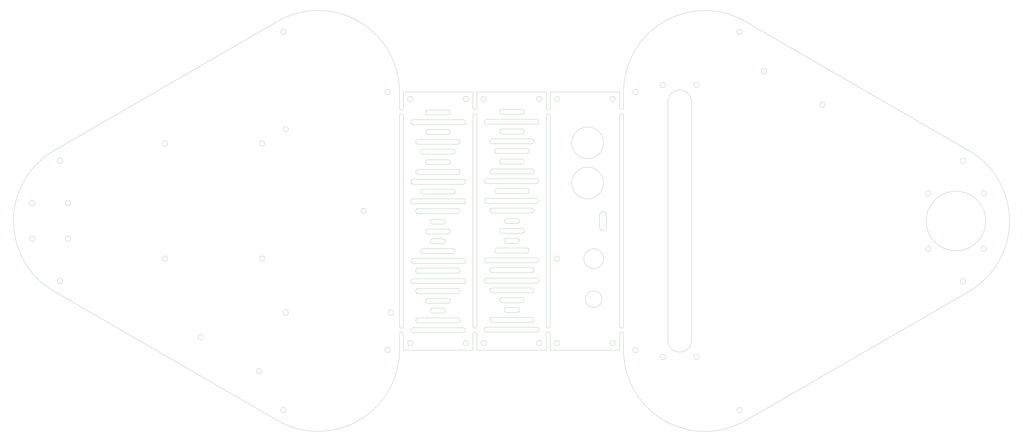
<source format=gbr>
%TF.GenerationSoftware,KiCad,Pcbnew,8.0.4*%
%TF.CreationDate,2024-08-26T14:04:23+02:00*%
%TF.ProjectId,Laserharp_Panels,4c617365-7268-4617-9270-5f50616e656c,rev?*%
%TF.SameCoordinates,Original*%
%TF.FileFunction,Profile,NP*%
%FSLAX46Y46*%
G04 Gerber Fmt 4.6, Leading zero omitted, Abs format (unit mm)*
G04 Created by KiCad (PCBNEW 8.0.4) date 2024-08-26 14:04:23*
%MOMM*%
%LPD*%
G01*
G04 APERTURE LIST*
%TA.AperFunction,Profile*%
%ADD10C,0.050000*%
%TD*%
%ADD11C,0.050000*%
G04 APERTURE END LIST*
D10*
X336340000Y-204389900D02*
X336340000Y-204389872D01*
X347000000Y-152000000D02*
X347000000Y-144059870D01*
X345000000Y-144059872D02*
X345000000Y-152000000D01*
X347000000Y-156000000D02*
X347000000Y-262000000D01*
X345000000Y-262000000D02*
X345000000Y-156000000D01*
X347000000Y-266000000D02*
X347000000Y-274106853D01*
X345000000Y-274059872D02*
X345000000Y-266000000D01*
X347000000Y-262000000D02*
G75*
G02*
X345000000Y-262000000I-1000000J0D01*
G01*
X345000000Y-266000000D02*
G75*
G02*
X347000000Y-266000000I1000000J0D01*
G01*
X345000000Y-156000000D02*
G75*
G02*
X347000000Y-156000000I1000000J0D01*
G01*
X347000000Y-152000000D02*
G75*
G02*
X345000000Y-152000000I-1000000J0D01*
G01*
X310000000Y-152000000D02*
X310000000Y-144059872D01*
X310000000Y-262000000D02*
X310000000Y-156000000D01*
X310000000Y-274059872D02*
X310000000Y-266000000D01*
X308000000Y-266000000D02*
X308000000Y-274059872D01*
X308000000Y-156000000D02*
X308000000Y-262000000D01*
X308000000Y-144059872D02*
X308000000Y-152000000D01*
X273000000Y-152000000D02*
X273000000Y-144059872D01*
X273000000Y-262000000D02*
X273000000Y-156000000D01*
X273000000Y-274059872D02*
X273000000Y-266000000D01*
X345000000Y-144059872D02*
X310000000Y-144059872D01*
X310000000Y-274059872D02*
X345000000Y-274059872D01*
X308000000Y-144059872D02*
X273000000Y-144059872D01*
X273000000Y-274059872D02*
X308000000Y-274059872D01*
X271000000Y-266000000D02*
X271000000Y-274059872D01*
X271000000Y-156000000D02*
X271000000Y-262000000D01*
X271000000Y-144059872D02*
X271000000Y-152000000D01*
X236000000Y-152000000D02*
X236000000Y-144059872D01*
X236000000Y-262000000D02*
X236000000Y-156000000D01*
X236000000Y-274059872D02*
X236000000Y-266000000D01*
X271000000Y-144059872D02*
X236000000Y-144059872D01*
X236000000Y-274059872D02*
X271000000Y-274059872D01*
X234000000Y-266000000D02*
X234000000Y-274007070D01*
X234000000Y-156000000D02*
X234000000Y-262000000D01*
X234000000Y-144074256D02*
X234000000Y-152000000D01*
X308000000Y-156000000D02*
G75*
G02*
X310000000Y-156000000I1000000J0D01*
G01*
X271000000Y-156000000D02*
G75*
G02*
X273000000Y-156000000I1000000J0D01*
G01*
X310000000Y-152000000D02*
G75*
G02*
X308000000Y-152000000I-1000000J0D01*
G01*
X273000000Y-152000000D02*
G75*
G02*
X271000000Y-152000000I-1000000J0D01*
G01*
X310000000Y-262000000D02*
G75*
G02*
X308000000Y-262000000I-1000000J0D01*
G01*
X273000000Y-262000000D02*
G75*
G02*
X271000000Y-262000000I-1000000J0D01*
G01*
X308000000Y-266000000D02*
G75*
G02*
X310000000Y-266000000I1000000J0D01*
G01*
X271000000Y-266000000D02*
G75*
G02*
X273000000Y-266000000I1000000J0D01*
G01*
X236000000Y-262000000D02*
G75*
G02*
X234000000Y-262000000I-1000000J0D01*
G01*
X234000000Y-266000000D02*
G75*
G02*
X236000000Y-266000000I1000000J0D01*
G01*
X234000000Y-156000000D02*
G75*
G02*
X236000000Y-156000000I1000000J0D01*
G01*
X236000000Y-152000000D02*
G75*
G02*
X234000000Y-152000000I-1000000J0D01*
G01*
X408500015Y-309566866D02*
G75*
G02*
X346999998Y-274106853I-20500015J35507066D01*
G01*
X347000000Y-144059870D02*
G75*
G02*
X408457815Y-108528437I41000040J0D01*
G01*
X521083318Y-173552802D02*
X408457815Y-108528437D01*
X521083318Y-173552802D02*
G75*
G02*
X521110470Y-244551188I-20499998J-35507038D01*
G01*
X408500015Y-309566866D02*
X521110470Y-244551188D01*
X529583302Y-209059833D02*
G75*
G02*
X499583302Y-209059833I-15000000J0D01*
G01*
X499583302Y-209059833D02*
G75*
G02*
X529583302Y-209059833I15000000J0D01*
G01*
X381300000Y-269059800D02*
G75*
G02*
X369300000Y-269059800I-6000000J-31D01*
G01*
X369300000Y-149059900D02*
X369300000Y-269059800D01*
X369300000Y-149059900D02*
G75*
G02*
X381300000Y-149059900I6000000J69D01*
G01*
X381300000Y-269059800D02*
X381300000Y-149059900D01*
X354350000Y-274059825D02*
G75*
G02*
X351650000Y-274059825I-1350000J0D01*
G01*
X351650000Y-274059825D02*
G75*
G02*
X354350000Y-274059825I1350000J0D01*
G01*
X354350000Y-144059832D02*
G75*
G02*
X351650000Y-144059832I-1350000J0D01*
G01*
X351650000Y-144059832D02*
G75*
G02*
X354350000Y-144059832I1350000J0D01*
G01*
X368150000Y-277559833D02*
G75*
G02*
X365450000Y-277559833I-1350000J0D01*
G01*
X365450000Y-277559833D02*
G75*
G02*
X368150000Y-277559833I1350000J0D01*
G01*
X529933302Y-195059833D02*
G75*
G02*
X527233302Y-195059833I-1350000J0D01*
G01*
X527233302Y-195059833D02*
G75*
G02*
X529933302Y-195059833I1350000J0D01*
G01*
X501933302Y-195059833D02*
G75*
G02*
X499233302Y-195059833I-1350000J0D01*
G01*
X499233302Y-195059833D02*
G75*
G02*
X501933302Y-195059833I1350000J0D01*
G01*
X385150000Y-140559833D02*
G75*
G02*
X382450000Y-140559833I-1350000J0D01*
G01*
X382450000Y-140559833D02*
G75*
G02*
X385150000Y-140559833I1350000J0D01*
G01*
X448548385Y-150525224D02*
G75*
G02*
X445848385Y-150525224I-1350000J0D01*
G01*
X445848385Y-150525224D02*
G75*
G02*
X448548385Y-150525224I1350000J0D01*
G01*
X519433302Y-178748944D02*
G75*
G02*
X516733302Y-178748944I-1350000J0D01*
G01*
X516733302Y-178748944D02*
G75*
G02*
X519433302Y-178748944I1350000J0D01*
G01*
X406850000Y-304370723D02*
G75*
G02*
X404150000Y-304370723I-1350000J0D01*
G01*
X404150000Y-304370723D02*
G75*
G02*
X406850000Y-304370723I1350000J0D01*
G01*
X406850000Y-113748944D02*
G75*
G02*
X404150000Y-113748944I-1350000J0D01*
G01*
X404150000Y-113748944D02*
G75*
G02*
X406850000Y-113748944I1350000J0D01*
G01*
X385150000Y-277559833D02*
G75*
G02*
X382450000Y-277559833I-1350000J0D01*
G01*
X382450000Y-277559833D02*
G75*
G02*
X385150000Y-277559833I1350000J0D01*
G01*
X529933302Y-223059833D02*
G75*
G02*
X527233302Y-223059833I-1350000J0D01*
G01*
X527233302Y-223059833D02*
G75*
G02*
X529933302Y-223059833I1350000J0D01*
G01*
X501933302Y-223059833D02*
G75*
G02*
X499233302Y-223059833I-1350000J0D01*
G01*
X499233302Y-223059833D02*
G75*
G02*
X501933302Y-223059833I1350000J0D01*
G01*
X368150000Y-140559833D02*
G75*
G02*
X365450000Y-140559833I-1350000J0D01*
G01*
X365450000Y-140559833D02*
G75*
G02*
X368150000Y-140559833I1350000J0D01*
G01*
X419103521Y-133525224D02*
G75*
G02*
X416403521Y-133525224I-1350000J0D01*
G01*
X416403521Y-133525224D02*
G75*
G02*
X419103521Y-133525224I1350000J0D01*
G01*
X519433302Y-239370723D02*
G75*
G02*
X516733302Y-239370723I-1350000J0D01*
G01*
X516733302Y-239370723D02*
G75*
G02*
X519433302Y-239370723I1350000J0D01*
G01*
X229350000Y-144007045D02*
G75*
G02*
X226650000Y-144007045I-1350000J0D01*
G01*
X226650000Y-144007045D02*
G75*
G02*
X229350000Y-144007045I1350000J0D01*
G01*
X176850000Y-113696148D02*
G75*
G02*
X174150000Y-113696148I-1350000J0D01*
G01*
X174150000Y-113696148D02*
G75*
G02*
X176850000Y-113696148I1350000J0D01*
G01*
X172499972Y-108500011D02*
G75*
G02*
X234000000Y-144074256I20500028J-35507089D01*
G01*
X59916698Y-173499995D02*
X172499972Y-108500011D01*
X59916699Y-244514079D02*
G75*
G02*
X59916698Y-173499995I20499999J35507042D01*
G01*
X117160000Y-170007037D02*
G75*
G02*
X114460000Y-170007037I-1350000J0D01*
G01*
X114460000Y-170007037D02*
G75*
G02*
X117160000Y-170007037I1350000J0D01*
G01*
X117160000Y-228007037D02*
G75*
G02*
X114460000Y-228007037I-1350000J0D01*
G01*
X114460000Y-228007037D02*
G75*
G02*
X117160000Y-228007037I1350000J0D01*
G01*
X172458518Y-309490129D02*
X59916699Y-244514079D01*
X234000000Y-274007070D02*
G75*
G02*
X172458522Y-309490122I-41000000J10D01*
G01*
X176850000Y-304317926D02*
G75*
G02*
X174150000Y-304317926I-1350000J0D01*
G01*
X174150000Y-304317926D02*
G75*
G02*
X176850000Y-304317926I1350000J0D01*
G01*
X231048000Y-255235037D02*
G75*
G02*
X228348000Y-255235037I-1350000J0D01*
G01*
X228348000Y-255235037D02*
G75*
G02*
X231048000Y-255235037I1350000J0D01*
G01*
X50266697Y-200007037D02*
G75*
G02*
X47566697Y-200007037I-1350000J0D01*
G01*
X47566697Y-200007037D02*
G75*
G02*
X50266697Y-200007037I1350000J0D01*
G01*
X64266697Y-239317926D02*
G75*
G02*
X61566697Y-239317926I-1350000J0D01*
G01*
X61566697Y-239317926D02*
G75*
G02*
X64266697Y-239317926I1350000J0D01*
G01*
X68266697Y-200007037D02*
G75*
G02*
X65566697Y-200007037I-1350000J0D01*
G01*
X65566697Y-200007037D02*
G75*
G02*
X68266697Y-200007037I1350000J0D01*
G01*
X217332000Y-203927037D02*
G75*
G02*
X214632000Y-203927037I-1350000J0D01*
G01*
X214632000Y-203927037D02*
G75*
G02*
X217332000Y-203927037I1350000J0D01*
G01*
X177962000Y-255235037D02*
G75*
G02*
X175262000Y-255235037I-1350000J0D01*
G01*
X175262000Y-255235037D02*
G75*
G02*
X177962000Y-255235037I1350000J0D01*
G01*
X50266697Y-218007037D02*
G75*
G02*
X47566697Y-218007037I-1350000J0D01*
G01*
X47566697Y-218007037D02*
G75*
G02*
X50266697Y-218007037I1350000J0D01*
G01*
X229350000Y-274007038D02*
G75*
G02*
X226650000Y-274007038I-1350000J0D01*
G01*
X226650000Y-274007038D02*
G75*
G02*
X229350000Y-274007038I1350000J0D01*
G01*
X166160000Y-228007037D02*
G75*
G02*
X163460000Y-228007037I-1350000J0D01*
G01*
X163460000Y-228007037D02*
G75*
G02*
X166160000Y-228007037I1350000J0D01*
G01*
X64266697Y-178696148D02*
G75*
G02*
X61566697Y-178696148I-1350000J0D01*
G01*
X61566697Y-178696148D02*
G75*
G02*
X64266697Y-178696148I1350000J0D01*
G01*
X164596479Y-284541646D02*
G75*
G02*
X161896479Y-284541646I-1350000J0D01*
G01*
X161896479Y-284541646D02*
G75*
G02*
X164596479Y-284541646I1350000J0D01*
G01*
X166160000Y-170007037D02*
G75*
G02*
X163460000Y-170007037I-1350000J0D01*
G01*
X163460000Y-170007037D02*
G75*
G02*
X166160000Y-170007037I1350000J0D01*
G01*
X68266697Y-218007037D02*
G75*
G02*
X65566697Y-218007037I-1350000J0D01*
G01*
X65566697Y-218007037D02*
G75*
G02*
X68266697Y-218007037I1350000J0D01*
G01*
X177962000Y-162779037D02*
G75*
G02*
X175262000Y-162779037I-1350000J0D01*
G01*
X175262000Y-162779037D02*
G75*
G02*
X177962000Y-162779037I1350000J0D01*
G01*
X135151615Y-267541646D02*
G75*
G02*
X132451615Y-267541646I-1350000J0D01*
G01*
X132451615Y-267541646D02*
G75*
G02*
X135151615Y-267541646I1350000J0D01*
G01*
X280809722Y-205025853D02*
X300565278Y-205025853D01*
X295626389Y-177831303D02*
X285748611Y-177831303D01*
D11*
X279559842Y-184020245D02*
X279561468Y-184084573D01*
X279566293Y-184148057D01*
X279574240Y-184210618D01*
X279585230Y-184272177D01*
X279599184Y-184332656D01*
X279616024Y-184391976D01*
X279635672Y-184450059D01*
X279658048Y-184506827D01*
X279683075Y-184562199D01*
X279710674Y-184616099D01*
X279740766Y-184668448D01*
X279773273Y-184719166D01*
X279808117Y-184768176D01*
X279845219Y-184815399D01*
X279884500Y-184860757D01*
X279925883Y-184904170D01*
X279969288Y-184945561D01*
X280014637Y-184984850D01*
X280061852Y-185021960D01*
X280110855Y-185056811D01*
X280161566Y-185089326D01*
X280213907Y-185119425D01*
X280267800Y-185147031D01*
X280323167Y-185172064D01*
X280379928Y-185194446D01*
X280438006Y-185214099D01*
X280497321Y-185230943D01*
X280557796Y-185244901D01*
X280619352Y-185255894D01*
X280681911Y-185263844D01*
X280745393Y-185268671D01*
X280809722Y-185270298D01*
X280809722Y-182770192D02*
X280745393Y-182771818D01*
X280681911Y-182776645D01*
X280619352Y-182784595D01*
X280557796Y-182795588D01*
X280497321Y-182809546D01*
X280438006Y-182826390D01*
X280379928Y-182846043D01*
X280323167Y-182868425D01*
X280267800Y-182893458D01*
X280213907Y-182921064D01*
X280161566Y-182951163D01*
X280110855Y-182983678D01*
X280061852Y-183018529D01*
X280014637Y-183055639D01*
X279969288Y-183094928D01*
X279925883Y-183136319D01*
X279884500Y-183179732D01*
X279845219Y-183225090D01*
X279808117Y-183272313D01*
X279773273Y-183321323D01*
X279740766Y-183372041D01*
X279710674Y-183424390D01*
X279683075Y-183478290D01*
X279658048Y-183533662D01*
X279635672Y-183590430D01*
X279616024Y-183648513D01*
X279599184Y-183707833D01*
X279585230Y-183768312D01*
X279574240Y-183829871D01*
X279566293Y-183892432D01*
X279561468Y-183955916D01*
X279559842Y-184020245D01*
D10*
X300565278Y-202525748D02*
X280809722Y-202525748D01*
D11*
X301815331Y-203775800D02*
X301813704Y-203711471D01*
X301808877Y-203647987D01*
X301800927Y-203585426D01*
X301789934Y-203523867D01*
X301775976Y-203463388D01*
X301759132Y-203404068D01*
X301739479Y-203345985D01*
X301717097Y-203289218D01*
X301692064Y-203233845D01*
X301664458Y-203179945D01*
X301634359Y-203127597D01*
X301601844Y-203076878D01*
X301566993Y-203027868D01*
X301529883Y-202980645D01*
X301490594Y-202935288D01*
X301449203Y-202891875D01*
X301405790Y-202850484D01*
X301360432Y-202811195D01*
X301313209Y-202774085D01*
X301264199Y-202739233D01*
X301213481Y-202706719D01*
X301161132Y-202676620D01*
X301107232Y-202649014D01*
X301051860Y-202623981D01*
X300995092Y-202601599D01*
X300937009Y-202581946D01*
X300877689Y-202565102D01*
X300817210Y-202551144D01*
X300755651Y-202540151D01*
X300693090Y-202532201D01*
X300629606Y-202527374D01*
X300565278Y-202525748D01*
X277987500Y-157722970D02*
X277923171Y-157724596D01*
X277859689Y-157729423D01*
X277797130Y-157737373D01*
X277735574Y-157748366D01*
X277675099Y-157762324D01*
X277615783Y-157779168D01*
X277557706Y-157798821D01*
X277500944Y-157821203D01*
X277445578Y-157846236D01*
X277391685Y-157873842D01*
X277339343Y-157903941D01*
X277288632Y-157936456D01*
X277239630Y-157971307D01*
X277192415Y-158008417D01*
X277147065Y-158047706D01*
X277103660Y-158089097D01*
X277062278Y-158132510D01*
X277022996Y-158177868D01*
X276985894Y-158225091D01*
X276951050Y-158274101D01*
X276918543Y-158324819D01*
X276888451Y-158377168D01*
X276860852Y-158431068D01*
X276835825Y-158486440D01*
X276813449Y-158543208D01*
X276793802Y-158601291D01*
X276776961Y-158660611D01*
X276763007Y-158721090D01*
X276752017Y-158782649D01*
X276744070Y-158845210D01*
X276739245Y-158908694D01*
X276737619Y-158973023D01*
X285748611Y-162661859D02*
X285684282Y-162663485D01*
X285620800Y-162668312D01*
X285558241Y-162676262D01*
X285496685Y-162687255D01*
X285436210Y-162701213D01*
X285376894Y-162718057D01*
X285318817Y-162737710D01*
X285262055Y-162760092D01*
X285206689Y-162785125D01*
X285152796Y-162812731D01*
X285100454Y-162842830D01*
X285049743Y-162875345D01*
X285000741Y-162910196D01*
X284953526Y-162947306D01*
X284908176Y-162986595D01*
X284864771Y-163027986D01*
X284823389Y-163071399D01*
X284784107Y-163116756D01*
X284747005Y-163163979D01*
X284712161Y-163212989D01*
X284679654Y-163263708D01*
X284649562Y-163316056D01*
X284621963Y-163369956D01*
X284596936Y-163425329D01*
X284574560Y-163482096D01*
X284554913Y-163540179D01*
X284538072Y-163599500D01*
X284524118Y-163659979D01*
X284513128Y-163721538D01*
X284505181Y-163784099D01*
X284500356Y-163847583D01*
X284498730Y-163911912D01*
D10*
X300565278Y-182770192D02*
X280809722Y-182770192D01*
D11*
X279559842Y-203775800D02*
X279561468Y-203840128D01*
X279566293Y-203903612D01*
X279574240Y-203966173D01*
X279585230Y-204027732D01*
X279599184Y-204088211D01*
X279616024Y-204147532D01*
X279635672Y-204205615D01*
X279658048Y-204262382D01*
X279683075Y-204317755D01*
X279710674Y-204371655D01*
X279740766Y-204424003D01*
X279773273Y-204474722D01*
X279808117Y-204523732D01*
X279845219Y-204570955D01*
X279884500Y-204616312D01*
X279925883Y-204659725D01*
X279969288Y-204701116D01*
X280014637Y-204740405D01*
X280061852Y-204777515D01*
X280110855Y-204812366D01*
X280161566Y-204844881D01*
X280213907Y-204874980D01*
X280267800Y-204902586D01*
X280323167Y-204927619D01*
X280379928Y-204950001D01*
X280438006Y-204969654D01*
X280497321Y-204986498D01*
X280557796Y-205000456D01*
X280619352Y-205011449D01*
X280681911Y-205019399D01*
X280745393Y-205024226D01*
X280809722Y-205025853D01*
X280809722Y-202525748D02*
X280745393Y-202527374D01*
X280681911Y-202532201D01*
X280619352Y-202540151D01*
X280557796Y-202551144D01*
X280497321Y-202565102D01*
X280438006Y-202581946D01*
X280379928Y-202601599D01*
X280323167Y-202623981D01*
X280267800Y-202649014D01*
X280213907Y-202676620D01*
X280161566Y-202706719D01*
X280110855Y-202739233D01*
X280061852Y-202774085D01*
X280014637Y-202811195D01*
X279969288Y-202850484D01*
X279925883Y-202891875D01*
X279884500Y-202935288D01*
X279845219Y-202980645D01*
X279808117Y-203027868D01*
X279773273Y-203076878D01*
X279740766Y-203127597D01*
X279710674Y-203179945D01*
X279683075Y-203233845D01*
X279658048Y-203289218D01*
X279635672Y-203345985D01*
X279616024Y-203404068D01*
X279599184Y-203463388D01*
X279585230Y-203523867D01*
X279574240Y-203585426D01*
X279566293Y-203647987D01*
X279561468Y-203711471D01*
X279559842Y-203775800D01*
X284498730Y-163911912D02*
X284500356Y-163976240D01*
X284505181Y-164039724D01*
X284513128Y-164102285D01*
X284524118Y-164163844D01*
X284538072Y-164224323D01*
X284554913Y-164283643D01*
X284574560Y-164341726D01*
X284596936Y-164398493D01*
X284621963Y-164453866D01*
X284649562Y-164507766D01*
X284679654Y-164560114D01*
X284712161Y-164610833D01*
X284747005Y-164659843D01*
X284784107Y-164707066D01*
X284823389Y-164752423D01*
X284864771Y-164795836D01*
X284908176Y-164837227D01*
X284953526Y-164876516D01*
X285000741Y-164913626D01*
X285049743Y-164948478D01*
X285100454Y-164980992D01*
X285152796Y-165011091D01*
X285206689Y-165038697D01*
X285262055Y-165063730D01*
X285318817Y-165086112D01*
X285376894Y-165105765D01*
X285436210Y-165122609D01*
X285496685Y-165136567D01*
X285558241Y-165147560D01*
X285620800Y-165155510D01*
X285684282Y-165160337D01*
X285748611Y-165161964D01*
X296876442Y-248931356D02*
X296874815Y-248867027D01*
X296869988Y-248803545D01*
X296862038Y-248740986D01*
X296851045Y-248679430D01*
X296837087Y-248618955D01*
X296820243Y-248559639D01*
X296800590Y-248501562D01*
X296778208Y-248444800D01*
X296753175Y-248389434D01*
X296725569Y-248335541D01*
X296695470Y-248283199D01*
X296662955Y-248232488D01*
X296628104Y-248183486D01*
X296590994Y-248136271D01*
X296551705Y-248090921D01*
X296510314Y-248047516D01*
X296466901Y-248006134D01*
X296421543Y-247966852D01*
X296374320Y-247929750D01*
X296325310Y-247894906D01*
X296274592Y-247862399D01*
X296222243Y-247832307D01*
X296168343Y-247804708D01*
X296112971Y-247779681D01*
X296056203Y-247757305D01*
X295998120Y-247737658D01*
X295938800Y-247720817D01*
X295878321Y-247706863D01*
X295816762Y-247695873D01*
X295754201Y-247687926D01*
X295690717Y-247683101D01*
X295626389Y-247681475D01*
D10*
X295626389Y-247681475D02*
X285748611Y-247681475D01*
D11*
X300565278Y-205025853D02*
X300629606Y-205024226D01*
X300693090Y-205019399D01*
X300755651Y-205011449D01*
X300817210Y-205000456D01*
X300877689Y-204986498D01*
X300937009Y-204969654D01*
X300995092Y-204950001D01*
X301051860Y-204927619D01*
X301107232Y-204902586D01*
X301161132Y-204874980D01*
X301213481Y-204844881D01*
X301264199Y-204812366D01*
X301313209Y-204777515D01*
X301360432Y-204740405D01*
X301405790Y-204701116D01*
X301449203Y-204659725D01*
X301490594Y-204616312D01*
X301529883Y-204570955D01*
X301566993Y-204523732D01*
X301601844Y-204474722D01*
X301634359Y-204424003D01*
X301664458Y-204371655D01*
X301692064Y-204317755D01*
X301717097Y-204262382D01*
X301739479Y-204205615D01*
X301759132Y-204147532D01*
X301775976Y-204088211D01*
X301789934Y-204027732D01*
X301800927Y-203966173D01*
X301808877Y-203903612D01*
X301813704Y-203840128D01*
X301815331Y-203775800D01*
X284498730Y-179081356D02*
X284500356Y-179145684D01*
X284505181Y-179209168D01*
X284513128Y-179271729D01*
X284524118Y-179333288D01*
X284538072Y-179393767D01*
X284554913Y-179453087D01*
X284574560Y-179511170D01*
X284596936Y-179567938D01*
X284621963Y-179623310D01*
X284649562Y-179677210D01*
X284679654Y-179729559D01*
X284712161Y-179780277D01*
X284747005Y-179829287D01*
X284784107Y-179876510D01*
X284823389Y-179921868D01*
X284864771Y-179965281D01*
X284908176Y-180006672D01*
X284953526Y-180045961D01*
X285000741Y-180083071D01*
X285049743Y-180117922D01*
X285100454Y-180150437D01*
X285152796Y-180180536D01*
X285206689Y-180208142D01*
X285262055Y-180233175D01*
X285318817Y-180255557D01*
X285376894Y-180275210D01*
X285436210Y-180292054D01*
X285496685Y-180306012D01*
X285558241Y-180317005D01*
X285620800Y-180324955D01*
X285684282Y-180329782D01*
X285748611Y-180331409D01*
X295626389Y-250181237D02*
X295690717Y-250179610D01*
X295754201Y-250174785D01*
X295816762Y-250166838D01*
X295878321Y-250155848D01*
X295938800Y-250141894D01*
X295998120Y-250125053D01*
X296056203Y-250105406D01*
X296112971Y-250083030D01*
X296168343Y-250058003D01*
X296222243Y-250030404D01*
X296274592Y-250000312D01*
X296325310Y-249967805D01*
X296374320Y-249932961D01*
X296421543Y-249895859D01*
X296466901Y-249856577D01*
X296510314Y-249815195D01*
X296551705Y-249771790D01*
X296590994Y-249726440D01*
X296628104Y-249679225D01*
X296662955Y-249630223D01*
X296695470Y-249579512D01*
X296725569Y-249527170D01*
X296753175Y-249473277D01*
X296778208Y-249417911D01*
X296800590Y-249361149D01*
X296820243Y-249303072D01*
X296837087Y-249243756D01*
X296851045Y-249183281D01*
X296862038Y-249121725D01*
X296869988Y-249059166D01*
X296874815Y-248995684D01*
X296876442Y-248931356D01*
D10*
X285748611Y-180331409D02*
X295626389Y-180331409D01*
D11*
X284498730Y-248931356D02*
X284500356Y-248995684D01*
X284505181Y-249059166D01*
X284513128Y-249121725D01*
X284524118Y-249183281D01*
X284538072Y-249243756D01*
X284554913Y-249303072D01*
X284574560Y-249361149D01*
X284596936Y-249417911D01*
X284621963Y-249473277D01*
X284649562Y-249527170D01*
X284679654Y-249579512D01*
X284712161Y-249630223D01*
X284747005Y-249679225D01*
X284784107Y-249726440D01*
X284823389Y-249771790D01*
X284864771Y-249815195D01*
X284908176Y-249856577D01*
X284953526Y-249895859D01*
X285000741Y-249932961D01*
X285049743Y-249967805D01*
X285100454Y-250000312D01*
X285152796Y-250030404D01*
X285206689Y-250058003D01*
X285262055Y-250083030D01*
X285318817Y-250105406D01*
X285376894Y-250125053D01*
X285436210Y-250141894D01*
X285496685Y-250155848D01*
X285558241Y-250166838D01*
X285620800Y-250174785D01*
X285684282Y-250179610D01*
X285748611Y-250181237D01*
X295626389Y-180331409D02*
X295690717Y-180329782D01*
X295754201Y-180324955D01*
X295816762Y-180317005D01*
X295878321Y-180306012D01*
X295938800Y-180292054D01*
X295998120Y-180275210D01*
X296056203Y-180255557D01*
X296112971Y-180233175D01*
X296168343Y-180208142D01*
X296222243Y-180180536D01*
X296274592Y-180150437D01*
X296325310Y-180117922D01*
X296374320Y-180083071D01*
X296421543Y-180045961D01*
X296466901Y-180006672D01*
X296510314Y-179965281D01*
X296551705Y-179921868D01*
X296590994Y-179876510D01*
X296628104Y-179829287D01*
X296662955Y-179780277D01*
X296695470Y-179729559D01*
X296725569Y-179677210D01*
X296753175Y-179623310D01*
X296778208Y-179567938D01*
X296800590Y-179511170D01*
X296820243Y-179453087D01*
X296837087Y-179393767D01*
X296851045Y-179333288D01*
X296862038Y-179271729D01*
X296869988Y-179209168D01*
X296874815Y-179145684D01*
X296876442Y-179081356D01*
D10*
X293156944Y-252620364D02*
X288218056Y-252620364D01*
D11*
X285748611Y-247681475D02*
X285684282Y-247683101D01*
X285620800Y-247687926D01*
X285558241Y-247695873D01*
X285496685Y-247706863D01*
X285436210Y-247720817D01*
X285376894Y-247737658D01*
X285318817Y-247757305D01*
X285262055Y-247779681D01*
X285206689Y-247804708D01*
X285152796Y-247832307D01*
X285100454Y-247862399D01*
X285049743Y-247894906D01*
X285000741Y-247929750D01*
X284953526Y-247966852D01*
X284908176Y-248006134D01*
X284864771Y-248047516D01*
X284823389Y-248090921D01*
X284784107Y-248136271D01*
X284747005Y-248183486D01*
X284712161Y-248232488D01*
X284679654Y-248283199D01*
X284649562Y-248335541D01*
X284621963Y-248389434D01*
X284596936Y-248444800D01*
X284574560Y-248501562D01*
X284554913Y-248559639D01*
X284538072Y-248618955D01*
X284524118Y-248679430D01*
X284513128Y-248740986D01*
X284505181Y-248803545D01*
X284500356Y-248867027D01*
X284498730Y-248931356D01*
D10*
X288218056Y-210317348D02*
X293156944Y-210317348D01*
X293156944Y-207817414D02*
X288218056Y-207817414D01*
D11*
X300565278Y-235011792D02*
X300629606Y-235010165D01*
X300693090Y-235005340D01*
X300755651Y-234997393D01*
X300817210Y-234986403D01*
X300877689Y-234972449D01*
X300937009Y-234955609D01*
X300995092Y-234935961D01*
X301051860Y-234913585D01*
X301107232Y-234888558D01*
X301161132Y-234860959D01*
X301213481Y-234830867D01*
X301264199Y-234798360D01*
X301313209Y-234763516D01*
X301360432Y-234726414D01*
X301405790Y-234687133D01*
X301449203Y-234645750D01*
X301490594Y-234602345D01*
X301529883Y-234556996D01*
X301566993Y-234509781D01*
X301601844Y-234460778D01*
X301634359Y-234410067D01*
X301664458Y-234357726D01*
X301692064Y-234303833D01*
X301717097Y-234248466D01*
X301739479Y-234191705D01*
X301759132Y-234133627D01*
X301775976Y-234074312D01*
X301789934Y-234013837D01*
X301800927Y-233952281D01*
X301808877Y-233889722D01*
X301813704Y-233826240D01*
X301815331Y-233761912D01*
X295626389Y-165161964D02*
X295690717Y-165160337D01*
X295754201Y-165155510D01*
X295816762Y-165147560D01*
X295878321Y-165136567D01*
X295938800Y-165122609D01*
X295998120Y-165105765D01*
X296056203Y-165086112D01*
X296112971Y-165063730D01*
X296168343Y-165038697D01*
X296222243Y-165011091D01*
X296274592Y-164980992D01*
X296325310Y-164948478D01*
X296374320Y-164913626D01*
X296421543Y-164876516D01*
X296466901Y-164837227D01*
X296510314Y-164795836D01*
X296551705Y-164752423D01*
X296590994Y-164707066D01*
X296628104Y-164659843D01*
X296662955Y-164610833D01*
X296695470Y-164560114D01*
X296725569Y-164507766D01*
X296753175Y-164453866D01*
X296778208Y-164398493D01*
X296800590Y-164341726D01*
X296820243Y-164283643D01*
X296837087Y-164224323D01*
X296851045Y-164163844D01*
X296862038Y-164102285D01*
X296869988Y-164039724D01*
X296874815Y-163976240D01*
X296876442Y-163911912D01*
X279559842Y-233761912D02*
X279561468Y-233826240D01*
X279566293Y-233889722D01*
X279574240Y-233952281D01*
X279585230Y-234013837D01*
X279599184Y-234074312D01*
X279616024Y-234133627D01*
X279635672Y-234191705D01*
X279658048Y-234248466D01*
X279683075Y-234303833D01*
X279710674Y-234357726D01*
X279740766Y-234410067D01*
X279773273Y-234460778D01*
X279808117Y-234509781D01*
X279845219Y-234556996D01*
X279884500Y-234602345D01*
X279925883Y-234645750D01*
X279969288Y-234687133D01*
X280014637Y-234726414D01*
X280061852Y-234763516D01*
X280110855Y-234798360D01*
X280161566Y-234830867D01*
X280213907Y-234860959D01*
X280267800Y-234888558D01*
X280323167Y-234913585D01*
X280379928Y-234935961D01*
X280438006Y-234955609D01*
X280497321Y-234972449D01*
X280557796Y-234986403D01*
X280619352Y-234997393D01*
X280681911Y-235005340D01*
X280745393Y-235010165D01*
X280809722Y-235011792D01*
X280809722Y-232512031D02*
X280745393Y-232513657D01*
X280681911Y-232518482D01*
X280619352Y-232526429D01*
X280557796Y-232537419D01*
X280497321Y-232551373D01*
X280438006Y-232568213D01*
X280379928Y-232587861D01*
X280323167Y-232610237D01*
X280267800Y-232635264D01*
X280213907Y-232662863D01*
X280161566Y-232692955D01*
X280110855Y-232725462D01*
X280061852Y-232760306D01*
X280014637Y-232797408D01*
X279969288Y-232836689D01*
X279925883Y-232878072D01*
X279884500Y-232921477D01*
X279845219Y-232966826D01*
X279808117Y-233014041D01*
X279773273Y-233063044D01*
X279740766Y-233113755D01*
X279710674Y-233166096D01*
X279683075Y-233219989D01*
X279658048Y-233275356D01*
X279635672Y-233332117D01*
X279616024Y-233390195D01*
X279599184Y-233449511D01*
X279585230Y-233509986D01*
X279574240Y-233571542D01*
X279566293Y-233634101D01*
X279561468Y-233697583D01*
X279559842Y-233761912D01*
X300565278Y-185270298D02*
X300629606Y-185268671D01*
X300693090Y-185263844D01*
X300755651Y-185255894D01*
X300817210Y-185244901D01*
X300877689Y-185230943D01*
X300937009Y-185214099D01*
X300995092Y-185194446D01*
X301051860Y-185172064D01*
X301107232Y-185147031D01*
X301161132Y-185119425D01*
X301213481Y-185089326D01*
X301264199Y-185056811D01*
X301313209Y-185021960D01*
X301360432Y-184984850D01*
X301405790Y-184945561D01*
X301449203Y-184904170D01*
X301490594Y-184860757D01*
X301529883Y-184815399D01*
X301566993Y-184768176D01*
X301601844Y-184719166D01*
X301634359Y-184668448D01*
X301664458Y-184616099D01*
X301692064Y-184562199D01*
X301717097Y-184506827D01*
X301739479Y-184450059D01*
X301759132Y-184391976D01*
X301775976Y-184332656D01*
X301789934Y-184272177D01*
X301800927Y-184210618D01*
X301808877Y-184148057D01*
X301813704Y-184084573D01*
X301815331Y-184020245D01*
X288218056Y-252620364D02*
X288153727Y-252621990D01*
X288090245Y-252626815D01*
X288027686Y-252634762D01*
X287966130Y-252645752D01*
X287905655Y-252659706D01*
X287846339Y-252676547D01*
X287788261Y-252696194D01*
X287731500Y-252718570D01*
X287676133Y-252743597D01*
X287622240Y-252771196D01*
X287569899Y-252801288D01*
X287519188Y-252833795D01*
X287470185Y-252868639D01*
X287422970Y-252905741D01*
X287377621Y-252945023D01*
X287334216Y-252986405D01*
X287292833Y-253029810D01*
X287253552Y-253075160D01*
X287216450Y-253122375D01*
X287181606Y-253171377D01*
X287149099Y-253222088D01*
X287119007Y-253274430D01*
X287091408Y-253328323D01*
X287066381Y-253383689D01*
X287044005Y-253440451D01*
X287024357Y-253498528D01*
X287007517Y-253557844D01*
X286993563Y-253618319D01*
X286982573Y-253679875D01*
X286974626Y-253742434D01*
X286969801Y-253805916D01*
X286968175Y-253870245D01*
D10*
X300565278Y-232512031D02*
X280809722Y-232512031D01*
X285748611Y-250181237D02*
X295626389Y-250181237D01*
X280809722Y-185270298D02*
X300565278Y-185270298D01*
D11*
X285748611Y-177831303D02*
X285684282Y-177832929D01*
X285620800Y-177837756D01*
X285558241Y-177845706D01*
X285496685Y-177856699D01*
X285436210Y-177870657D01*
X285376894Y-177887501D01*
X285318817Y-177907154D01*
X285262055Y-177929536D01*
X285206689Y-177954569D01*
X285152796Y-177982175D01*
X285100454Y-178012274D01*
X285049743Y-178044789D01*
X285000741Y-178079640D01*
X284953526Y-178116750D01*
X284908176Y-178156039D01*
X284864771Y-178197430D01*
X284823389Y-178240843D01*
X284784107Y-178286201D01*
X284747005Y-178333424D01*
X284712161Y-178382434D01*
X284679654Y-178433152D01*
X284649562Y-178485501D01*
X284621963Y-178539401D01*
X284596936Y-178594773D01*
X284574560Y-178651541D01*
X284554913Y-178709624D01*
X284538072Y-178768944D01*
X284524118Y-178829423D01*
X284513128Y-178890982D01*
X284505181Y-178953543D01*
X284500356Y-179017027D01*
X284498730Y-179081356D01*
X288218056Y-207817414D02*
X288153727Y-207819040D01*
X288090245Y-207823867D01*
X288027686Y-207831817D01*
X287966130Y-207842810D01*
X287905655Y-207856768D01*
X287846339Y-207873612D01*
X287788261Y-207893265D01*
X287731500Y-207915647D01*
X287676133Y-207940680D01*
X287622240Y-207968286D01*
X287569899Y-207998385D01*
X287519188Y-208030900D01*
X287470185Y-208065751D01*
X287422970Y-208102861D01*
X287377621Y-208142150D01*
X287334216Y-208183541D01*
X287292833Y-208226954D01*
X287253552Y-208272312D01*
X287216450Y-208319535D01*
X287181606Y-208368545D01*
X287149099Y-208419263D01*
X287119007Y-208471612D01*
X287091408Y-208525512D01*
X287066381Y-208580884D01*
X287044005Y-208637652D01*
X287024357Y-208695735D01*
X287007517Y-208755055D01*
X286993563Y-208815534D01*
X286982573Y-208877093D01*
X286974626Y-208939654D01*
X286969801Y-209003138D01*
X286968175Y-209067467D01*
D10*
X277987500Y-160223076D02*
X303034722Y-160223076D01*
D11*
X296876442Y-163911912D02*
X296874815Y-163847583D01*
X296869988Y-163784099D01*
X296862038Y-163721538D01*
X296851045Y-163659979D01*
X296837087Y-163599500D01*
X296820243Y-163540179D01*
X296800590Y-163482096D01*
X296778208Y-163425329D01*
X296753175Y-163369956D01*
X296725569Y-163316056D01*
X296695470Y-163263708D01*
X296662955Y-163212989D01*
X296628104Y-163163979D01*
X296590994Y-163116756D01*
X296551705Y-163071399D01*
X296510314Y-163027986D01*
X296466901Y-162986595D01*
X296421543Y-162947306D01*
X296374320Y-162910196D01*
X296325310Y-162875345D01*
X296274592Y-162842830D01*
X296222243Y-162812731D01*
X296168343Y-162785125D01*
X296112971Y-162760092D01*
X296056203Y-162737710D01*
X295998120Y-162718057D01*
X295938800Y-162701213D01*
X295878321Y-162687255D01*
X295816762Y-162676262D01*
X295754201Y-162668312D01*
X295690717Y-162663485D01*
X295626389Y-162661859D01*
X286968175Y-253870245D02*
X286969801Y-253934573D01*
X286974626Y-253998055D01*
X286982573Y-254060614D01*
X286993563Y-254122170D01*
X287007517Y-254182645D01*
X287024357Y-254241961D01*
X287044005Y-254300038D01*
X287066381Y-254356800D01*
X287091408Y-254412166D01*
X287119007Y-254466059D01*
X287149099Y-254518401D01*
X287181606Y-254569112D01*
X287216450Y-254618114D01*
X287253552Y-254665329D01*
X287292833Y-254710679D01*
X287334216Y-254754084D01*
X287377621Y-254795466D01*
X287422970Y-254834748D01*
X287470185Y-254871850D01*
X287519188Y-254906694D01*
X287569899Y-254939201D01*
X287622240Y-254969293D01*
X287676133Y-254996892D01*
X287731500Y-255021919D01*
X287788261Y-255044295D01*
X287846339Y-255063942D01*
X287905655Y-255080783D01*
X287966130Y-255094737D01*
X288027686Y-255105727D01*
X288090245Y-255113674D01*
X288153727Y-255118499D01*
X288218056Y-255120126D01*
X304284775Y-158973023D02*
X304283148Y-158908694D01*
X304278321Y-158845210D01*
X304270371Y-158782649D01*
X304259378Y-158721090D01*
X304245420Y-158660611D01*
X304228576Y-158601291D01*
X304208923Y-158543208D01*
X304186541Y-158486440D01*
X304161508Y-158431068D01*
X304133902Y-158377168D01*
X304103803Y-158324819D01*
X304071288Y-158274101D01*
X304036437Y-158225091D01*
X303999327Y-158177868D01*
X303960038Y-158132510D01*
X303918647Y-158089097D01*
X303875234Y-158047706D01*
X303829876Y-158008417D01*
X303782653Y-157971307D01*
X303733643Y-157936456D01*
X303682925Y-157903941D01*
X303630576Y-157873842D01*
X303576676Y-157846236D01*
X303521304Y-157821203D01*
X303464536Y-157798821D01*
X303406453Y-157779168D01*
X303347133Y-157762324D01*
X303286654Y-157748366D01*
X303225095Y-157737373D01*
X303162534Y-157729423D01*
X303099050Y-157724596D01*
X303034722Y-157722970D01*
X301815331Y-184020245D02*
X301813704Y-183955916D01*
X301808877Y-183892432D01*
X301800927Y-183829871D01*
X301789934Y-183768312D01*
X301775976Y-183707833D01*
X301759132Y-183648513D01*
X301739479Y-183590430D01*
X301717097Y-183533662D01*
X301692064Y-183478290D01*
X301664458Y-183424390D01*
X301634359Y-183372041D01*
X301601844Y-183321323D01*
X301566993Y-183272313D01*
X301529883Y-183225090D01*
X301490594Y-183179732D01*
X301449203Y-183136319D01*
X301405790Y-183094928D01*
X301360432Y-183055639D01*
X301313209Y-183018529D01*
X301264199Y-182983678D01*
X301213481Y-182951163D01*
X301161132Y-182921064D01*
X301107232Y-182893458D01*
X301051860Y-182868425D01*
X300995092Y-182846043D01*
X300937009Y-182826390D01*
X300877689Y-182809546D01*
X300817210Y-182795588D01*
X300755651Y-182784595D01*
X300693090Y-182776645D01*
X300629606Y-182771818D01*
X300565278Y-182770192D01*
D10*
X280809722Y-235011792D02*
X300565278Y-235011792D01*
D11*
X296876442Y-179081356D02*
X296874815Y-179017027D01*
X296869988Y-178953543D01*
X296862038Y-178890982D01*
X296851045Y-178829423D01*
X296837087Y-178768944D01*
X296820243Y-178709624D01*
X296800590Y-178651541D01*
X296778208Y-178594773D01*
X296753175Y-178539401D01*
X296725569Y-178485501D01*
X296695470Y-178433152D01*
X296662955Y-178382434D01*
X296628104Y-178333424D01*
X296590994Y-178286201D01*
X296551705Y-178240843D01*
X296510314Y-178197430D01*
X296466901Y-178156039D01*
X296421543Y-178116750D01*
X296374320Y-178079640D01*
X296325310Y-178044789D01*
X296274592Y-178012274D01*
X296222243Y-177982175D01*
X296168343Y-177954569D01*
X296112971Y-177929536D01*
X296056203Y-177907154D01*
X295998120Y-177887501D01*
X295938800Y-177870657D01*
X295878321Y-177856699D01*
X295816762Y-177845706D01*
X295754201Y-177837756D01*
X295690717Y-177832929D01*
X295626389Y-177831303D01*
X294406997Y-253870245D02*
X294405370Y-253805916D01*
X294400543Y-253742434D01*
X294392593Y-253679875D01*
X294381600Y-253618319D01*
X294367642Y-253557844D01*
X294350798Y-253498528D01*
X294331145Y-253440451D01*
X294308763Y-253383689D01*
X294283730Y-253328323D01*
X294256124Y-253274430D01*
X294226025Y-253222088D01*
X294193510Y-253171377D01*
X294158659Y-253122375D01*
X294121549Y-253075160D01*
X294082260Y-253029810D01*
X294040869Y-252986405D01*
X293997456Y-252945023D01*
X293952099Y-252905741D01*
X293904876Y-252868639D01*
X293855866Y-252833795D01*
X293805147Y-252801288D01*
X293752799Y-252771196D01*
X293698899Y-252743597D01*
X293643526Y-252718570D01*
X293586759Y-252696194D01*
X293528676Y-252676547D01*
X293469355Y-252659706D01*
X293408876Y-252645752D01*
X293347317Y-252634762D01*
X293284756Y-252626815D01*
X293221272Y-252621990D01*
X293156944Y-252620364D01*
D10*
X295626389Y-162661859D02*
X285748611Y-162661859D01*
D11*
X293156944Y-220195126D02*
X293221272Y-220193499D01*
X293284756Y-220188674D01*
X293347317Y-220180727D01*
X293408876Y-220169737D01*
X293469355Y-220155783D01*
X293528676Y-220138942D01*
X293586759Y-220119295D01*
X293643526Y-220096919D01*
X293698899Y-220071892D01*
X293752799Y-220044293D01*
X293805147Y-220014201D01*
X293855866Y-219981694D01*
X293904876Y-219946850D01*
X293952099Y-219909748D01*
X293997456Y-219870466D01*
X294040869Y-219829084D01*
X294082260Y-219785679D01*
X294121549Y-219740329D01*
X294158659Y-219693114D01*
X294193510Y-219644112D01*
X294226025Y-219593401D01*
X294256124Y-219541059D01*
X294283730Y-219487166D01*
X294308763Y-219431800D01*
X294331145Y-219375038D01*
X294350798Y-219316961D01*
X294367642Y-219257645D01*
X294381600Y-219197170D01*
X294392593Y-219135614D01*
X294400543Y-219073055D01*
X294405370Y-219009573D01*
X294406997Y-218945245D01*
D10*
X300565278Y-167600748D02*
X280809722Y-167600748D01*
D11*
X282029286Y-223884134D02*
X282030912Y-223948462D01*
X282035737Y-224011944D01*
X282043684Y-224074503D01*
X282054674Y-224136059D01*
X282068628Y-224196534D01*
X282085469Y-224255849D01*
X282105116Y-224313927D01*
X282127492Y-224370688D01*
X282152519Y-224426055D01*
X282180118Y-224479948D01*
X282210210Y-224532289D01*
X282242717Y-224583000D01*
X282277561Y-224632003D01*
X282314663Y-224679218D01*
X282353945Y-224724567D01*
X282395327Y-224767972D01*
X282438732Y-224809355D01*
X282484082Y-224848636D01*
X282531297Y-224885738D01*
X282580299Y-224920582D01*
X282631010Y-224953089D01*
X282683352Y-224983181D01*
X282737245Y-225010780D01*
X282792611Y-225035807D01*
X282849373Y-225058183D01*
X282907450Y-225077831D01*
X282966766Y-225094671D01*
X283027241Y-225108625D01*
X283088797Y-225119615D01*
X283151356Y-225127562D01*
X283214838Y-225132387D01*
X283279167Y-225134014D01*
X286968175Y-218945245D02*
X286969801Y-219009573D01*
X286974626Y-219073055D01*
X286982573Y-219135614D01*
X286993563Y-219197170D01*
X287007517Y-219257645D01*
X287024357Y-219316961D01*
X287044005Y-219375038D01*
X287066381Y-219431800D01*
X287091408Y-219487166D01*
X287119007Y-219541059D01*
X287149099Y-219593401D01*
X287181606Y-219644112D01*
X287216450Y-219693114D01*
X287253552Y-219740329D01*
X287292833Y-219785679D01*
X287334216Y-219829084D01*
X287377621Y-219870466D01*
X287422970Y-219909748D01*
X287470185Y-219946850D01*
X287519188Y-219981694D01*
X287569899Y-220014201D01*
X287622240Y-220044293D01*
X287676133Y-220071892D01*
X287731500Y-220096919D01*
X287788261Y-220119295D01*
X287846339Y-220138942D01*
X287905655Y-220155783D01*
X287966130Y-220169737D01*
X288027686Y-220180727D01*
X288090245Y-220188674D01*
X288153727Y-220193499D01*
X288218056Y-220195126D01*
D10*
X298095833Y-222634253D02*
X283279167Y-222634253D01*
X288218056Y-220195126D02*
X293156944Y-220195126D01*
D11*
X293156944Y-255120126D02*
X293221272Y-255118499D01*
X293284756Y-255113674D01*
X293347317Y-255105727D01*
X293408876Y-255094737D01*
X293469355Y-255080783D01*
X293528676Y-255063942D01*
X293586759Y-255044295D01*
X293643526Y-255021919D01*
X293698899Y-254996892D01*
X293752799Y-254969293D01*
X293805147Y-254939201D01*
X293855866Y-254906694D01*
X293904876Y-254871850D01*
X293952099Y-254834748D01*
X293997456Y-254795466D01*
X294040869Y-254754084D01*
X294082260Y-254710679D01*
X294121549Y-254665329D01*
X294158659Y-254618114D01*
X294193510Y-254569112D01*
X294226025Y-254518401D01*
X294256124Y-254466059D01*
X294283730Y-254412166D01*
X294308763Y-254356800D01*
X294331145Y-254300038D01*
X294350798Y-254241961D01*
X294367642Y-254182645D01*
X294381600Y-254122170D01*
X294392593Y-254060614D01*
X294400543Y-253998055D01*
X294405370Y-253934573D01*
X294406997Y-253870245D01*
X294406997Y-218945245D02*
X294405370Y-218880916D01*
X294400543Y-218817434D01*
X294392593Y-218754875D01*
X294381600Y-218693319D01*
X294367642Y-218632844D01*
X294350798Y-218573528D01*
X294331145Y-218515451D01*
X294308763Y-218458689D01*
X294283730Y-218403323D01*
X294256124Y-218349430D01*
X294226025Y-218297088D01*
X294193510Y-218246377D01*
X294158659Y-218197375D01*
X294121549Y-218150160D01*
X294082260Y-218104810D01*
X294040869Y-218061405D01*
X293997456Y-218020023D01*
X293952099Y-217980741D01*
X293904876Y-217943639D01*
X293855866Y-217908795D01*
X293805147Y-217876288D01*
X293752799Y-217846196D01*
X293698899Y-217818597D01*
X293643526Y-217793570D01*
X293586759Y-217771194D01*
X293528676Y-217751547D01*
X293469355Y-217734706D01*
X293408876Y-217720752D01*
X293347317Y-217709762D01*
X293284756Y-217701815D01*
X293221272Y-217696990D01*
X293156944Y-217695364D01*
D10*
X283279167Y-225134014D02*
X298095833Y-225134014D01*
X288218056Y-255120126D02*
X293156944Y-255120126D01*
D11*
X301815331Y-168850800D02*
X301813704Y-168786471D01*
X301808877Y-168722987D01*
X301800927Y-168660426D01*
X301789934Y-168598867D01*
X301775976Y-168538388D01*
X301759132Y-168479068D01*
X301739479Y-168420985D01*
X301717097Y-168364218D01*
X301692064Y-168308845D01*
X301664458Y-168254945D01*
X301634359Y-168202597D01*
X301601844Y-168151878D01*
X301566993Y-168102868D01*
X301529883Y-168055645D01*
X301490594Y-168010288D01*
X301449203Y-167966875D01*
X301405790Y-167925484D01*
X301360432Y-167886195D01*
X301313209Y-167849085D01*
X301264199Y-167814233D01*
X301213481Y-167781719D01*
X301161132Y-167751620D01*
X301107232Y-167724014D01*
X301051860Y-167698981D01*
X300995092Y-167676599D01*
X300937009Y-167656946D01*
X300877689Y-167640102D01*
X300817210Y-167626144D01*
X300755651Y-167615151D01*
X300693090Y-167607201D01*
X300629606Y-167602374D01*
X300565278Y-167600748D01*
X295626389Y-215256237D02*
X295690717Y-215254610D01*
X295754201Y-215249785D01*
X295816762Y-215241838D01*
X295878321Y-215230848D01*
X295938800Y-215216894D01*
X295998120Y-215200053D01*
X296056203Y-215180406D01*
X296112971Y-215158030D01*
X296168343Y-215133003D01*
X296222243Y-215105404D01*
X296274592Y-215075312D01*
X296325310Y-215042805D01*
X296374320Y-215007961D01*
X296421543Y-214970859D01*
X296466901Y-214931577D01*
X296510314Y-214890195D01*
X296551705Y-214846790D01*
X296590994Y-214801440D01*
X296628104Y-214754225D01*
X296662955Y-214705223D01*
X296695470Y-214654512D01*
X296725569Y-214602170D01*
X296753175Y-214548277D01*
X296778208Y-214492911D01*
X296800590Y-214436149D01*
X296820243Y-214378072D01*
X296837087Y-214318756D01*
X296851045Y-214258281D01*
X296862038Y-214196725D01*
X296869988Y-214134166D01*
X296874815Y-214070684D01*
X296876442Y-214006356D01*
D10*
X285748611Y-215256237D02*
X295626389Y-215256237D01*
D11*
X296876442Y-214006356D02*
X296874815Y-213942027D01*
X296869988Y-213878545D01*
X296862038Y-213815986D01*
X296851045Y-213754430D01*
X296837087Y-213693955D01*
X296820243Y-213634639D01*
X296800590Y-213576562D01*
X296778208Y-213519800D01*
X296753175Y-213464434D01*
X296725569Y-213410541D01*
X296695470Y-213358199D01*
X296662955Y-213307488D01*
X296628104Y-213258486D01*
X296590994Y-213211271D01*
X296551705Y-213165921D01*
X296510314Y-213122516D01*
X296466901Y-213081134D01*
X296421543Y-213041852D01*
X296374320Y-213004750D01*
X296325310Y-212969906D01*
X296274592Y-212937399D01*
X296222243Y-212907307D01*
X296168343Y-212879708D01*
X296112971Y-212854681D01*
X296056203Y-212832305D01*
X295998120Y-212812658D01*
X295938800Y-212795817D01*
X295878321Y-212781863D01*
X295816762Y-212770873D01*
X295754201Y-212762926D01*
X295690717Y-212758101D01*
X295626389Y-212756475D01*
X301815331Y-233761912D02*
X301813704Y-233697583D01*
X301808877Y-233634101D01*
X301800927Y-233571542D01*
X301789934Y-233509986D01*
X301775976Y-233449511D01*
X301759132Y-233390195D01*
X301739479Y-233332117D01*
X301717097Y-233275356D01*
X301692064Y-233219989D01*
X301664458Y-233166096D01*
X301634359Y-233113755D01*
X301601844Y-233063044D01*
X301566993Y-233014041D01*
X301529883Y-232966826D01*
X301490594Y-232921477D01*
X301449203Y-232878072D01*
X301405790Y-232836689D01*
X301360432Y-232797408D01*
X301313209Y-232760306D01*
X301264199Y-232725462D01*
X301213481Y-232692955D01*
X301161132Y-232662863D01*
X301107232Y-232635264D01*
X301051860Y-232610237D01*
X300995092Y-232587861D01*
X300937009Y-232568213D01*
X300877689Y-232551373D01*
X300817210Y-232537419D01*
X300755651Y-232526429D01*
X300693090Y-232518482D01*
X300629606Y-232513657D01*
X300565278Y-232512031D01*
X284498730Y-214006356D02*
X284500356Y-214070684D01*
X284505181Y-214134166D01*
X284513128Y-214196725D01*
X284524118Y-214258281D01*
X284538072Y-214318756D01*
X284554913Y-214378072D01*
X284574560Y-214436149D01*
X284596936Y-214492911D01*
X284621963Y-214548277D01*
X284649562Y-214602170D01*
X284679654Y-214654512D01*
X284712161Y-214705223D01*
X284747005Y-214754225D01*
X284784107Y-214801440D01*
X284823389Y-214846790D01*
X284864771Y-214890195D01*
X284908176Y-214931577D01*
X284953526Y-214970859D01*
X285000741Y-215007961D01*
X285049743Y-215042805D01*
X285100454Y-215075312D01*
X285152796Y-215105404D01*
X285206689Y-215133003D01*
X285262055Y-215158030D01*
X285318817Y-215180406D01*
X285376894Y-215200053D01*
X285436210Y-215216894D01*
X285496685Y-215230848D01*
X285558241Y-215241838D01*
X285620800Y-215249785D01*
X285684282Y-215254610D01*
X285748611Y-215256237D01*
X304284775Y-198836912D02*
X304283148Y-198772583D01*
X304278321Y-198709099D01*
X304270371Y-198646538D01*
X304259378Y-198584979D01*
X304245420Y-198524500D01*
X304228576Y-198465179D01*
X304208923Y-198407096D01*
X304186541Y-198350329D01*
X304161508Y-198294956D01*
X304133902Y-198241056D01*
X304103803Y-198188708D01*
X304071288Y-198137989D01*
X304036437Y-198088979D01*
X303999327Y-198041756D01*
X303960038Y-197996399D01*
X303918647Y-197952986D01*
X303875234Y-197911595D01*
X303829876Y-197872306D01*
X303782653Y-197835196D01*
X303733643Y-197800345D01*
X303682925Y-197767830D01*
X303630576Y-197737731D01*
X303576676Y-197710125D01*
X303521304Y-197685092D01*
X303464536Y-197662710D01*
X303406453Y-197643057D01*
X303347133Y-197626213D01*
X303286654Y-197612255D01*
X303225095Y-197601262D01*
X303162534Y-197593312D01*
X303099050Y-197588485D01*
X303034722Y-197586859D01*
D10*
X277987500Y-190209187D02*
X303034722Y-190209187D01*
D11*
X286968175Y-209067467D02*
X286969801Y-209131795D01*
X286974626Y-209195277D01*
X286982573Y-209257836D01*
X286993563Y-209319392D01*
X287007517Y-209379867D01*
X287024357Y-209439183D01*
X287044005Y-209497260D01*
X287066381Y-209554022D01*
X287091408Y-209609388D01*
X287119007Y-209663281D01*
X287149099Y-209715623D01*
X287181606Y-209766334D01*
X287216450Y-209815336D01*
X287253552Y-209862551D01*
X287292833Y-209907901D01*
X287334216Y-209951306D01*
X287377621Y-209992688D01*
X287422970Y-210031970D01*
X287470185Y-210069072D01*
X287519188Y-210103916D01*
X287569899Y-210136423D01*
X287622240Y-210166515D01*
X287676133Y-210194114D01*
X287731500Y-210219141D01*
X287788261Y-210241517D01*
X287846339Y-210261164D01*
X287905655Y-210278005D01*
X287966130Y-210291959D01*
X288027686Y-210302949D01*
X288090245Y-210310896D01*
X288153727Y-210315721D01*
X288218056Y-210317348D01*
X303034722Y-200086964D02*
X303099050Y-200085337D01*
X303162534Y-200080510D01*
X303225095Y-200072560D01*
X303286654Y-200061567D01*
X303347133Y-200047609D01*
X303406453Y-200030765D01*
X303464536Y-200011112D01*
X303521304Y-199988730D01*
X303576676Y-199963697D01*
X303630576Y-199936091D01*
X303682925Y-199905992D01*
X303733643Y-199873478D01*
X303782653Y-199838626D01*
X303829876Y-199801516D01*
X303875234Y-199762227D01*
X303918647Y-199720836D01*
X303960038Y-199677423D01*
X303999327Y-199632066D01*
X304036437Y-199584843D01*
X304071288Y-199535833D01*
X304103803Y-199485114D01*
X304133902Y-199432766D01*
X304161508Y-199378866D01*
X304186541Y-199323493D01*
X304208923Y-199266726D01*
X304228576Y-199208643D01*
X304245420Y-199149323D01*
X304259378Y-199088844D01*
X304270371Y-199027285D01*
X304278321Y-198964724D01*
X304283148Y-198901240D01*
X304284775Y-198836912D01*
D10*
X277987500Y-200086964D02*
X303034722Y-200086964D01*
X303034722Y-197586859D02*
X277987500Y-197586859D01*
D11*
X300565278Y-170100853D02*
X300629606Y-170099226D01*
X300693090Y-170094399D01*
X300755651Y-170086449D01*
X300817210Y-170075456D01*
X300877689Y-170061498D01*
X300937009Y-170044654D01*
X300995092Y-170025001D01*
X301051860Y-170002619D01*
X301107232Y-169977586D01*
X301161132Y-169949980D01*
X301213481Y-169919881D01*
X301264199Y-169887366D01*
X301313209Y-169852515D01*
X301360432Y-169815405D01*
X301405790Y-169776116D01*
X301449203Y-169734725D01*
X301490594Y-169691312D01*
X301529883Y-169645955D01*
X301566993Y-169598732D01*
X301601844Y-169549722D01*
X301634359Y-169499003D01*
X301664458Y-169446655D01*
X301692064Y-169392755D01*
X301717097Y-169337382D01*
X301739479Y-169280615D01*
X301759132Y-169222532D01*
X301775976Y-169163211D01*
X301789934Y-169102732D01*
X301800927Y-169041173D01*
X301808877Y-168978612D01*
X301813704Y-168915128D01*
X301815331Y-168850800D01*
D10*
X303034722Y-157722970D02*
X277987500Y-157722970D01*
X293156944Y-217695364D02*
X288218056Y-217695364D01*
D11*
X293156944Y-210317348D02*
X293221272Y-210315721D01*
X293284756Y-210310896D01*
X293347317Y-210302949D01*
X293408876Y-210291959D01*
X293469355Y-210278005D01*
X293528676Y-210261164D01*
X293586759Y-210241517D01*
X293643526Y-210219141D01*
X293698899Y-210194114D01*
X293752799Y-210166515D01*
X293805147Y-210136423D01*
X293855866Y-210103916D01*
X293904876Y-210069072D01*
X293952099Y-210031970D01*
X293997456Y-209992688D01*
X294040869Y-209951306D01*
X294082260Y-209907901D01*
X294121549Y-209862551D01*
X294158659Y-209815336D01*
X294193510Y-209766334D01*
X294226025Y-209715623D01*
X294256124Y-209663281D01*
X294283730Y-209609388D01*
X294308763Y-209554022D01*
X294331145Y-209497260D01*
X294350798Y-209439183D01*
X294367642Y-209379867D01*
X294381600Y-209319392D01*
X294392593Y-209257836D01*
X294400543Y-209195277D01*
X294405370Y-209131795D01*
X294406997Y-209067467D01*
X299345886Y-223884134D02*
X299344259Y-223819805D01*
X299339432Y-223756323D01*
X299331482Y-223693764D01*
X299320489Y-223632208D01*
X299306531Y-223571733D01*
X299289687Y-223512417D01*
X299270034Y-223454340D01*
X299247652Y-223397578D01*
X299222619Y-223342212D01*
X299195013Y-223288319D01*
X299164914Y-223235977D01*
X299132399Y-223185266D01*
X299097548Y-223136264D01*
X299060438Y-223089049D01*
X299021149Y-223043699D01*
X298979758Y-223000294D01*
X298936345Y-222958912D01*
X298890987Y-222919630D01*
X298843764Y-222882528D01*
X298794754Y-222847684D01*
X298744036Y-222815177D01*
X298691687Y-222785085D01*
X298637787Y-222757486D01*
X298582415Y-222732459D01*
X298525647Y-222710083D01*
X298467564Y-222690436D01*
X298408244Y-222673595D01*
X298347765Y-222659641D01*
X298286206Y-222648651D01*
X298223645Y-222640704D01*
X298160161Y-222635879D01*
X298095833Y-222634253D01*
X283279167Y-222634253D02*
X283214838Y-222635879D01*
X283151356Y-222640704D01*
X283088797Y-222648651D01*
X283027241Y-222659641D01*
X282966766Y-222673595D01*
X282907450Y-222690436D01*
X282849373Y-222710083D01*
X282792611Y-222732459D01*
X282737245Y-222757486D01*
X282683352Y-222785085D01*
X282631010Y-222815177D01*
X282580299Y-222847684D01*
X282531297Y-222882528D01*
X282484082Y-222919630D01*
X282438732Y-222958912D01*
X282395327Y-223000294D01*
X282353945Y-223043699D01*
X282314663Y-223089049D01*
X282277561Y-223136264D01*
X282242717Y-223185266D01*
X282210210Y-223235977D01*
X282180118Y-223288319D01*
X282152519Y-223342212D01*
X282127492Y-223397578D01*
X282105116Y-223454340D01*
X282085469Y-223512417D01*
X282068628Y-223571733D01*
X282054674Y-223632208D01*
X282043684Y-223693764D01*
X282035737Y-223756323D01*
X282030912Y-223819805D01*
X282029286Y-223884134D01*
D10*
X295626389Y-212756475D02*
X285748611Y-212756475D01*
D11*
X276737619Y-188959134D02*
X276739245Y-189023462D01*
X276744070Y-189086946D01*
X276752017Y-189149507D01*
X276763007Y-189211066D01*
X276776961Y-189271545D01*
X276793802Y-189330865D01*
X276813449Y-189388948D01*
X276835825Y-189445716D01*
X276860852Y-189501088D01*
X276888451Y-189554988D01*
X276918543Y-189607337D01*
X276951050Y-189658055D01*
X276985894Y-189707065D01*
X277022996Y-189754288D01*
X277062278Y-189799646D01*
X277103660Y-189843059D01*
X277147065Y-189884450D01*
X277192415Y-189923739D01*
X277239630Y-189960849D01*
X277288632Y-189995700D01*
X277339343Y-190028215D01*
X277391685Y-190058314D01*
X277445578Y-190085920D01*
X277500944Y-190110953D01*
X277557706Y-190133335D01*
X277615783Y-190152988D01*
X277675099Y-190169832D01*
X277735574Y-190183790D01*
X277797130Y-190194783D01*
X277859689Y-190202733D01*
X277923171Y-190207560D01*
X277987500Y-190209187D01*
D10*
X303034722Y-187709081D02*
X277987500Y-187709081D01*
D11*
X304284775Y-188959134D02*
X304283148Y-188894805D01*
X304278321Y-188831321D01*
X304270371Y-188768760D01*
X304259378Y-188707201D01*
X304245420Y-188646722D01*
X304228576Y-188587402D01*
X304208923Y-188529319D01*
X304186541Y-188472551D01*
X304161508Y-188417179D01*
X304133902Y-188363279D01*
X304103803Y-188310930D01*
X304071288Y-188260212D01*
X304036437Y-188211202D01*
X303999327Y-188163979D01*
X303960038Y-188118621D01*
X303918647Y-188075208D01*
X303875234Y-188033817D01*
X303829876Y-187994528D01*
X303782653Y-187957418D01*
X303733643Y-187922567D01*
X303682925Y-187890052D01*
X303630576Y-187859953D01*
X303576676Y-187832347D01*
X303521304Y-187807314D01*
X303464536Y-187784932D01*
X303406453Y-187765279D01*
X303347133Y-187748435D01*
X303286654Y-187734477D01*
X303225095Y-187723484D01*
X303162534Y-187715534D01*
X303099050Y-187710707D01*
X303034722Y-187709081D01*
X303034722Y-264997903D02*
X303099050Y-264996276D01*
X303162534Y-264991451D01*
X303225095Y-264983504D01*
X303286654Y-264972514D01*
X303347133Y-264958560D01*
X303406453Y-264941720D01*
X303464536Y-264922072D01*
X303521304Y-264899696D01*
X303576676Y-264874669D01*
X303630576Y-264847070D01*
X303682925Y-264816978D01*
X303733643Y-264784471D01*
X303782653Y-264749627D01*
X303829876Y-264712525D01*
X303875234Y-264673244D01*
X303918647Y-264631861D01*
X303960038Y-264588456D01*
X303999327Y-264543107D01*
X304036437Y-264495892D01*
X304071288Y-264446889D01*
X304103803Y-264396178D01*
X304133902Y-264343837D01*
X304161508Y-264289944D01*
X304186541Y-264234577D01*
X304208923Y-264177816D01*
X304228576Y-264119738D01*
X304245420Y-264060423D01*
X304259378Y-263999948D01*
X304270371Y-263938392D01*
X304278321Y-263875833D01*
X304283148Y-263812351D01*
X304284775Y-263748023D01*
X303034722Y-190209187D02*
X303099050Y-190207560D01*
X303162534Y-190202733D01*
X303225095Y-190194783D01*
X303286654Y-190183790D01*
X303347133Y-190169832D01*
X303406453Y-190152988D01*
X303464536Y-190133335D01*
X303521304Y-190110953D01*
X303576676Y-190085920D01*
X303630576Y-190058314D01*
X303682925Y-190028215D01*
X303733643Y-189995700D01*
X303782653Y-189960849D01*
X303829876Y-189923739D01*
X303875234Y-189884450D01*
X303918647Y-189843059D01*
X303960038Y-189799646D01*
X303999327Y-189754288D01*
X304036437Y-189707065D01*
X304071288Y-189658055D01*
X304103803Y-189607337D01*
X304133902Y-189554988D01*
X304161508Y-189501088D01*
X304186541Y-189445716D01*
X304208923Y-189388948D01*
X304228576Y-189330865D01*
X304245420Y-189271545D01*
X304259378Y-189211066D01*
X304270371Y-189149507D01*
X304278321Y-189086946D01*
X304283148Y-189023462D01*
X304284775Y-188959134D01*
D10*
X277987500Y-264997903D02*
X303034722Y-264997903D01*
D11*
X276737619Y-239053578D02*
X276739245Y-239117906D01*
X276744070Y-239181388D01*
X276752017Y-239243947D01*
X276763007Y-239305503D01*
X276776961Y-239365978D01*
X276793802Y-239425294D01*
X276813449Y-239483371D01*
X276835825Y-239540133D01*
X276860852Y-239595499D01*
X276888451Y-239649392D01*
X276918543Y-239701734D01*
X276951050Y-239752445D01*
X276985894Y-239801447D01*
X277022996Y-239848662D01*
X277062278Y-239894012D01*
X277103660Y-239937417D01*
X277147065Y-239978799D01*
X277192415Y-240018081D01*
X277239630Y-240055183D01*
X277288632Y-240090027D01*
X277339343Y-240122534D01*
X277391685Y-240152626D01*
X277445578Y-240180225D01*
X277500944Y-240205252D01*
X277557706Y-240227628D01*
X277615783Y-240247275D01*
X277675099Y-240264116D01*
X277735574Y-240278070D01*
X277797130Y-240289060D01*
X277859689Y-240297007D01*
X277923171Y-240301832D01*
X277987500Y-240303459D01*
X277987500Y-237803698D02*
X277923171Y-237805324D01*
X277859689Y-237810149D01*
X277797130Y-237818096D01*
X277735574Y-237829086D01*
X277675099Y-237843040D01*
X277615783Y-237859880D01*
X277557706Y-237879528D01*
X277500944Y-237901904D01*
X277445578Y-237926931D01*
X277391685Y-237954530D01*
X277339343Y-237984622D01*
X277288632Y-238017129D01*
X277239630Y-238051973D01*
X277192415Y-238089075D01*
X277147065Y-238128356D01*
X277103660Y-238169739D01*
X277062278Y-238213144D01*
X277022996Y-238258493D01*
X276985894Y-238305708D01*
X276951050Y-238354711D01*
X276918543Y-238405422D01*
X276888451Y-238457763D01*
X276860852Y-238511656D01*
X276835825Y-238567023D01*
X276813449Y-238623784D01*
X276793802Y-238681862D01*
X276776961Y-238741177D01*
X276763007Y-238801652D01*
X276752017Y-238863208D01*
X276744070Y-238925767D01*
X276739245Y-238989249D01*
X276737619Y-239053578D01*
D10*
X303034722Y-237803698D02*
X277987500Y-237803698D01*
D11*
X276737619Y-263748023D02*
X276739245Y-263812351D01*
X276744070Y-263875833D01*
X276752017Y-263938392D01*
X276763007Y-263999948D01*
X276776961Y-264060423D01*
X276793802Y-264119738D01*
X276813449Y-264177816D01*
X276835825Y-264234577D01*
X276860852Y-264289944D01*
X276888451Y-264343837D01*
X276918543Y-264396178D01*
X276951050Y-264446889D01*
X276985894Y-264495892D01*
X277022996Y-264543107D01*
X277062278Y-264588456D01*
X277103660Y-264631861D01*
X277147065Y-264673244D01*
X277192415Y-264712525D01*
X277239630Y-264749627D01*
X277288632Y-264784471D01*
X277339343Y-264816978D01*
X277391685Y-264847070D01*
X277445578Y-264874669D01*
X277500944Y-264899696D01*
X277557706Y-264922072D01*
X277615783Y-264941720D01*
X277675099Y-264958560D01*
X277735574Y-264972514D01*
X277797130Y-264983504D01*
X277859689Y-264991451D01*
X277923171Y-264996276D01*
X277987500Y-264997903D01*
D10*
X277987500Y-240303459D02*
X303034722Y-240303459D01*
D11*
X277987500Y-262498142D02*
X277923171Y-262499768D01*
X277859689Y-262504593D01*
X277797130Y-262512540D01*
X277735574Y-262523530D01*
X277675099Y-262537484D01*
X277615783Y-262554325D01*
X277557706Y-262573972D01*
X277500944Y-262596348D01*
X277445578Y-262621375D01*
X277391685Y-262648974D01*
X277339343Y-262679066D01*
X277288632Y-262711573D01*
X277239630Y-262746417D01*
X277192415Y-262783519D01*
X277147065Y-262822801D01*
X277103660Y-262864183D01*
X277062278Y-262907588D01*
X277022996Y-262952938D01*
X276985894Y-263000153D01*
X276951050Y-263049155D01*
X276918543Y-263099866D01*
X276888451Y-263152208D01*
X276860852Y-263206101D01*
X276835825Y-263261467D01*
X276813449Y-263318229D01*
X276793802Y-263376306D01*
X276776961Y-263435622D01*
X276763007Y-263496097D01*
X276752017Y-263557653D01*
X276744070Y-263620212D01*
X276739245Y-263683694D01*
X276737619Y-263748023D01*
X304284775Y-239053578D02*
X304283148Y-238989249D01*
X304278321Y-238925767D01*
X304270371Y-238863208D01*
X304259378Y-238801652D01*
X304245420Y-238741177D01*
X304228576Y-238681862D01*
X304208923Y-238623784D01*
X304186541Y-238567023D01*
X304161508Y-238511656D01*
X304133902Y-238457763D01*
X304103803Y-238405422D01*
X304071288Y-238354711D01*
X304036437Y-238305708D01*
X303999327Y-238258493D01*
X303960038Y-238213144D01*
X303918647Y-238169739D01*
X303875234Y-238128356D01*
X303829876Y-238089075D01*
X303782653Y-238051973D01*
X303733643Y-238017129D01*
X303682925Y-237984622D01*
X303630576Y-237954530D01*
X303576676Y-237926931D01*
X303521304Y-237901904D01*
X303464536Y-237879528D01*
X303406453Y-237859880D01*
X303347133Y-237843040D01*
X303286654Y-237829086D01*
X303225095Y-237818096D01*
X303162534Y-237810149D01*
X303099050Y-237805324D01*
X303034722Y-237803698D01*
X304284775Y-263748023D02*
X304283148Y-263683694D01*
X304278321Y-263620212D01*
X304270371Y-263557653D01*
X304259378Y-263496097D01*
X304245420Y-263435622D01*
X304228576Y-263376306D01*
X304208923Y-263318229D01*
X304186541Y-263261467D01*
X304161508Y-263206101D01*
X304133902Y-263152208D01*
X304103803Y-263099866D01*
X304071288Y-263049155D01*
X304036437Y-263000153D01*
X303999327Y-262952938D01*
X303960038Y-262907588D01*
X303918647Y-262864183D01*
X303875234Y-262822801D01*
X303829876Y-262783519D01*
X303782653Y-262746417D01*
X303733643Y-262711573D01*
X303682925Y-262679066D01*
X303630576Y-262648974D01*
X303576676Y-262621375D01*
X303521304Y-262596348D01*
X303464536Y-262573972D01*
X303406453Y-262554325D01*
X303347133Y-262537484D01*
X303286654Y-262523530D01*
X303225095Y-262512540D01*
X303162534Y-262504593D01*
X303099050Y-262499768D01*
X303034722Y-262498142D01*
X282029286Y-193898023D02*
X282030912Y-193962351D01*
X282035737Y-194025835D01*
X282043684Y-194088396D01*
X282054674Y-194149955D01*
X282068628Y-194210434D01*
X282085469Y-194269754D01*
X282105116Y-194327837D01*
X282127492Y-194384605D01*
X282152519Y-194439977D01*
X282180118Y-194493877D01*
X282210210Y-194546226D01*
X282242717Y-194596944D01*
X282277561Y-194645954D01*
X282314663Y-194693177D01*
X282353945Y-194738535D01*
X282395327Y-194781948D01*
X282438732Y-194823339D01*
X282484082Y-194862628D01*
X282531297Y-194899738D01*
X282580299Y-194934589D01*
X282631010Y-194967104D01*
X282683352Y-194997203D01*
X282737245Y-195024809D01*
X282792611Y-195049842D01*
X282849373Y-195072224D01*
X282907450Y-195091877D01*
X282966766Y-195108721D01*
X283027241Y-195122679D01*
X283088797Y-195133672D01*
X283151356Y-195141622D01*
X283214838Y-195146449D01*
X283279167Y-195148076D01*
X283279167Y-192647970D02*
X283214838Y-192649596D01*
X283151356Y-192654423D01*
X283088797Y-192662373D01*
X283027241Y-192673366D01*
X282966766Y-192687324D01*
X282907450Y-192704168D01*
X282849373Y-192723821D01*
X282792611Y-192746203D01*
X282737245Y-192771236D01*
X282683352Y-192798842D01*
X282631010Y-192828941D01*
X282580299Y-192861456D01*
X282531297Y-192896307D01*
X282484082Y-192933417D01*
X282438732Y-192972706D01*
X282395327Y-193014097D01*
X282353945Y-193057510D01*
X282314663Y-193102868D01*
X282277561Y-193150091D01*
X282242717Y-193199101D01*
X282210210Y-193249819D01*
X282180118Y-193302168D01*
X282152519Y-193356068D01*
X282127492Y-193411440D01*
X282105116Y-193468208D01*
X282085469Y-193526291D01*
X282068628Y-193585611D01*
X282054674Y-193646090D01*
X282043684Y-193707649D01*
X282035737Y-193770210D01*
X282030912Y-193833694D01*
X282029286Y-193898023D01*
D10*
X298095833Y-192647970D02*
X283279167Y-192647970D01*
D11*
X299345886Y-193898023D02*
X299344259Y-193833694D01*
X299339432Y-193770210D01*
X299331482Y-193707649D01*
X299320489Y-193646090D01*
X299306531Y-193585611D01*
X299289687Y-193526291D01*
X299270034Y-193468208D01*
X299247652Y-193411440D01*
X299222619Y-193356068D01*
X299195013Y-193302168D01*
X299164914Y-193249819D01*
X299132399Y-193199101D01*
X299097548Y-193150091D01*
X299060438Y-193102868D01*
X299021149Y-193057510D01*
X298979758Y-193014097D01*
X298936345Y-192972706D01*
X298890987Y-192933417D01*
X298843764Y-192896307D01*
X298794754Y-192861456D01*
X298744036Y-192828941D01*
X298691687Y-192798842D01*
X298637787Y-192771236D01*
X298582415Y-192746203D01*
X298525647Y-192723821D01*
X298467564Y-192704168D01*
X298408244Y-192687324D01*
X298347765Y-192673366D01*
X298286206Y-192662373D01*
X298223645Y-192654423D01*
X298160161Y-192649596D01*
X298095833Y-192647970D01*
X284498730Y-154034134D02*
X284500356Y-154098462D01*
X284505181Y-154161946D01*
X284513128Y-154224507D01*
X284524118Y-154286066D01*
X284538072Y-154346545D01*
X284554913Y-154405865D01*
X284574560Y-154463948D01*
X284596936Y-154520716D01*
X284621963Y-154576088D01*
X284649562Y-154629988D01*
X284679654Y-154682337D01*
X284712161Y-154733055D01*
X284747005Y-154782065D01*
X284784107Y-154829288D01*
X284823389Y-154874646D01*
X284864771Y-154918059D01*
X284908176Y-154959450D01*
X284953526Y-154998739D01*
X285000741Y-155035849D01*
X285049743Y-155070700D01*
X285100454Y-155103215D01*
X285152796Y-155133314D01*
X285206689Y-155160920D01*
X285262055Y-155185953D01*
X285318817Y-155208335D01*
X285376894Y-155227988D01*
X285436210Y-155244832D01*
X285496685Y-155258790D01*
X285558241Y-155269783D01*
X285620800Y-155277733D01*
X285684282Y-155282560D01*
X285748611Y-155284187D01*
X298095833Y-195148076D02*
X298160161Y-195146449D01*
X298223645Y-195141622D01*
X298286206Y-195133672D01*
X298347765Y-195122679D01*
X298408244Y-195108721D01*
X298467564Y-195091877D01*
X298525647Y-195072224D01*
X298582415Y-195049842D01*
X298637787Y-195024809D01*
X298691687Y-194997203D01*
X298744036Y-194967104D01*
X298794754Y-194934589D01*
X298843764Y-194899738D01*
X298890987Y-194862628D01*
X298936345Y-194823339D01*
X298979758Y-194781948D01*
X299021149Y-194738535D01*
X299060438Y-194693177D01*
X299097548Y-194645954D01*
X299132399Y-194596944D01*
X299164914Y-194546226D01*
X299195013Y-194493877D01*
X299222619Y-194439977D01*
X299247652Y-194384605D01*
X299270034Y-194327837D01*
X299289687Y-194269754D01*
X299306531Y-194210434D01*
X299320489Y-194149955D01*
X299331482Y-194088396D01*
X299339432Y-194025835D01*
X299344259Y-193962351D01*
X299345886Y-193898023D01*
D10*
X300565278Y-257559253D02*
X280809722Y-257559253D01*
D11*
X301815331Y-258809134D02*
X301813704Y-258744805D01*
X301808877Y-258681323D01*
X301800927Y-258618764D01*
X301789934Y-258557208D01*
X301775976Y-258496733D01*
X301759132Y-258437417D01*
X301739479Y-258379340D01*
X301717097Y-258322578D01*
X301692064Y-258267212D01*
X301664458Y-258213319D01*
X301634359Y-258160977D01*
X301601844Y-258110266D01*
X301566993Y-258061264D01*
X301529883Y-258014049D01*
X301490594Y-257968699D01*
X301449203Y-257925294D01*
X301405790Y-257883912D01*
X301360432Y-257844630D01*
X301313209Y-257807528D01*
X301264199Y-257772684D01*
X301213481Y-257740177D01*
X301161132Y-257710085D01*
X301107232Y-257682486D01*
X301051860Y-257657459D01*
X300995092Y-257635083D01*
X300937009Y-257615436D01*
X300877689Y-257598595D01*
X300817210Y-257584641D01*
X300755651Y-257573651D01*
X300693090Y-257565704D01*
X300629606Y-257560879D01*
X300565278Y-257559253D01*
X301815331Y-243992467D02*
X301813704Y-243928138D01*
X301808877Y-243864656D01*
X301800927Y-243802097D01*
X301789934Y-243740541D01*
X301775976Y-243680066D01*
X301759132Y-243620750D01*
X301739479Y-243562673D01*
X301717097Y-243505911D01*
X301692064Y-243450545D01*
X301664458Y-243396652D01*
X301634359Y-243344310D01*
X301601844Y-243293599D01*
X301566993Y-243244597D01*
X301529883Y-243197382D01*
X301490594Y-243152032D01*
X301449203Y-243108627D01*
X301405790Y-243067245D01*
X301360432Y-243027963D01*
X301313209Y-242990861D01*
X301264199Y-242956017D01*
X301213481Y-242923510D01*
X301161132Y-242893418D01*
X301107232Y-242865819D01*
X301051860Y-242840792D01*
X300995092Y-242818416D01*
X300937009Y-242798769D01*
X300877689Y-242781928D01*
X300817210Y-242767974D01*
X300755651Y-242756984D01*
X300693090Y-242749037D01*
X300629606Y-242744212D01*
X300565278Y-242742586D01*
X304284775Y-228823023D02*
X304283148Y-228758694D01*
X304278321Y-228695212D01*
X304270371Y-228632653D01*
X304259378Y-228571097D01*
X304245420Y-228510622D01*
X304228576Y-228451306D01*
X304208923Y-228393229D01*
X304186541Y-228336467D01*
X304161508Y-228281101D01*
X304133902Y-228227208D01*
X304103803Y-228174866D01*
X304071288Y-228124155D01*
X304036437Y-228075153D01*
X303999327Y-228027938D01*
X303960038Y-227982588D01*
X303918647Y-227939183D01*
X303875234Y-227897801D01*
X303829876Y-227858519D01*
X303782653Y-227821417D01*
X303733643Y-227786573D01*
X303682925Y-227754066D01*
X303630576Y-227723974D01*
X303576676Y-227696375D01*
X303521304Y-227671348D01*
X303464536Y-227648972D01*
X303406453Y-227629325D01*
X303347133Y-227612484D01*
X303286654Y-227598530D01*
X303225095Y-227587540D01*
X303162534Y-227579593D01*
X303099050Y-227574768D01*
X303034722Y-227573142D01*
X283279167Y-172539636D02*
X283214838Y-172541262D01*
X283151356Y-172546089D01*
X283088797Y-172554039D01*
X283027241Y-172565032D01*
X282966766Y-172578990D01*
X282907450Y-172595834D01*
X282849373Y-172615487D01*
X282792611Y-172637869D01*
X282737245Y-172662902D01*
X282683352Y-172690508D01*
X282631010Y-172720607D01*
X282580299Y-172753122D01*
X282531297Y-172787973D01*
X282484082Y-172825083D01*
X282438732Y-172864372D01*
X282395327Y-172905763D01*
X282353945Y-172949176D01*
X282314663Y-172994534D01*
X282277561Y-173041757D01*
X282242717Y-173090767D01*
X282210210Y-173141485D01*
X282180118Y-173193834D01*
X282152519Y-173247734D01*
X282127492Y-173303106D01*
X282105116Y-173359874D01*
X282085469Y-173417957D01*
X282068628Y-173477277D01*
X282054674Y-173537756D01*
X282043684Y-173599315D01*
X282035737Y-173661876D01*
X282030912Y-173725360D01*
X282029286Y-173789689D01*
D10*
X298095833Y-172539636D02*
X283279167Y-172539636D01*
X280809722Y-245242348D02*
X300565278Y-245242348D01*
D11*
X285748611Y-212756475D02*
X285684282Y-212758101D01*
X285620800Y-212762926D01*
X285558241Y-212770873D01*
X285496685Y-212781863D01*
X285436210Y-212795817D01*
X285376894Y-212812658D01*
X285318817Y-212832305D01*
X285262055Y-212854681D01*
X285206689Y-212879708D01*
X285152796Y-212907307D01*
X285100454Y-212937399D01*
X285049743Y-212969906D01*
X285000741Y-213004750D01*
X284953526Y-213041852D01*
X284908176Y-213081134D01*
X284864771Y-213122516D01*
X284823389Y-213165921D01*
X284784107Y-213211271D01*
X284747005Y-213258486D01*
X284712161Y-213307488D01*
X284679654Y-213358199D01*
X284649562Y-213410541D01*
X284621963Y-213464434D01*
X284596936Y-213519800D01*
X284574560Y-213576562D01*
X284554913Y-213634639D01*
X284538072Y-213693955D01*
X284524118Y-213754430D01*
X284513128Y-213815986D01*
X284505181Y-213878545D01*
X284500356Y-213942027D01*
X284498730Y-214006356D01*
X279559842Y-243992467D02*
X279561468Y-244056795D01*
X279566293Y-244120277D01*
X279574240Y-244182836D01*
X279585230Y-244244392D01*
X279599184Y-244304867D01*
X279616024Y-244364183D01*
X279635672Y-244422260D01*
X279658048Y-244479022D01*
X279683075Y-244534388D01*
X279710674Y-244588281D01*
X279740766Y-244640623D01*
X279773273Y-244691334D01*
X279808117Y-244740336D01*
X279845219Y-244787551D01*
X279884500Y-244832901D01*
X279925883Y-244876306D01*
X279969288Y-244917688D01*
X280014637Y-244956970D01*
X280061852Y-244994072D01*
X280110855Y-245028916D01*
X280161566Y-245061423D01*
X280213907Y-245091515D01*
X280267800Y-245119114D01*
X280323167Y-245144141D01*
X280379928Y-245166517D01*
X280438006Y-245186164D01*
X280497321Y-245203005D01*
X280557796Y-245216959D01*
X280619352Y-245227949D01*
X280681911Y-245235896D01*
X280745393Y-245240721D01*
X280809722Y-245242348D01*
X285748611Y-152784081D02*
X285684282Y-152785707D01*
X285620800Y-152790534D01*
X285558241Y-152798484D01*
X285496685Y-152809477D01*
X285436210Y-152823435D01*
X285376894Y-152840279D01*
X285318817Y-152859932D01*
X285262055Y-152882314D01*
X285206689Y-152907347D01*
X285152796Y-152934953D01*
X285100454Y-152965052D01*
X285049743Y-152997567D01*
X285000741Y-153032418D01*
X284953526Y-153069528D01*
X284908176Y-153108817D01*
X284864771Y-153150208D01*
X284823389Y-153193621D01*
X284784107Y-153238979D01*
X284747005Y-153286202D01*
X284712161Y-153335212D01*
X284679654Y-153385930D01*
X284649562Y-153438279D01*
X284621963Y-153492179D01*
X284596936Y-153547551D01*
X284574560Y-153604319D01*
X284554913Y-153662402D01*
X284538072Y-153721722D01*
X284524118Y-153782201D01*
X284513128Y-153843760D01*
X284505181Y-153906321D01*
X284500356Y-153969805D01*
X284498730Y-154034134D01*
D10*
X285748611Y-165161964D02*
X295626389Y-165161964D01*
X295626389Y-152784081D02*
X285748611Y-152784081D01*
D11*
X296876442Y-154034134D02*
X296874815Y-153969805D01*
X296869988Y-153906321D01*
X296862038Y-153843760D01*
X296851045Y-153782201D01*
X296837087Y-153721722D01*
X296820243Y-153662402D01*
X296800590Y-153604319D01*
X296778208Y-153547551D01*
X296753175Y-153492179D01*
X296725569Y-153438279D01*
X296695470Y-153385930D01*
X296662955Y-153335212D01*
X296628104Y-153286202D01*
X296590994Y-153238979D01*
X296551705Y-153193621D01*
X296510314Y-153150208D01*
X296466901Y-153108817D01*
X296421543Y-153069528D01*
X296374320Y-153032418D01*
X296325310Y-152997567D01*
X296274592Y-152965052D01*
X296222243Y-152934953D01*
X296168343Y-152907347D01*
X296112971Y-152882314D01*
X296056203Y-152859932D01*
X295998120Y-152840279D01*
X295938800Y-152823435D01*
X295878321Y-152809477D01*
X295816762Y-152798484D01*
X295754201Y-152790534D01*
X295690717Y-152785707D01*
X295626389Y-152784081D01*
D10*
X305850000Y-270559872D02*
G75*
G02*
X303150000Y-270559872I-1350000J0D01*
G01*
X303150000Y-270559872D02*
G75*
G02*
X305850000Y-270559872I1350000J0D01*
G01*
D11*
X298095833Y-175039742D02*
X298160161Y-175038115D01*
X298223645Y-175033288D01*
X298286206Y-175025338D01*
X298347765Y-175014345D01*
X298408244Y-175000387D01*
X298467564Y-174983543D01*
X298525647Y-174963890D01*
X298582415Y-174941508D01*
X298637787Y-174916475D01*
X298691687Y-174888869D01*
X298744036Y-174858770D01*
X298794754Y-174826255D01*
X298843764Y-174791404D01*
X298890987Y-174754294D01*
X298936345Y-174715005D01*
X298979758Y-174673614D01*
X299021149Y-174630201D01*
X299060438Y-174584844D01*
X299097548Y-174537621D01*
X299132399Y-174488611D01*
X299164914Y-174437892D01*
X299195013Y-174385544D01*
X299222619Y-174331644D01*
X299247652Y-174276271D01*
X299270034Y-174219504D01*
X299289687Y-174161421D01*
X299306531Y-174102100D01*
X299320489Y-174041621D01*
X299331482Y-173980062D01*
X299339432Y-173917501D01*
X299344259Y-173854017D01*
X299345886Y-173789689D01*
X288218056Y-217695364D02*
X288153727Y-217696990D01*
X288090245Y-217701815D01*
X288027686Y-217709762D01*
X287966130Y-217720752D01*
X287905655Y-217734706D01*
X287846339Y-217751547D01*
X287788261Y-217771194D01*
X287731500Y-217793570D01*
X287676133Y-217818597D01*
X287622240Y-217846196D01*
X287569899Y-217876288D01*
X287519188Y-217908795D01*
X287470185Y-217943639D01*
X287422970Y-217980741D01*
X287377621Y-218020023D01*
X287334216Y-218061405D01*
X287292833Y-218104810D01*
X287253552Y-218150160D01*
X287216450Y-218197375D01*
X287181606Y-218246377D01*
X287149099Y-218297088D01*
X287119007Y-218349430D01*
X287091408Y-218403323D01*
X287066381Y-218458689D01*
X287044005Y-218515451D01*
X287024357Y-218573528D01*
X287007517Y-218632844D01*
X286993563Y-218693319D01*
X286982573Y-218754875D01*
X286974626Y-218817434D01*
X286969801Y-218880916D01*
X286968175Y-218945245D01*
D10*
X277850000Y-270559872D02*
G75*
G02*
X275150000Y-270559872I-1350000J0D01*
G01*
X275150000Y-270559872D02*
G75*
G02*
X277850000Y-270559872I1350000J0D01*
G01*
X277850000Y-147559872D02*
G75*
G02*
X275150000Y-147559872I-1350000J0D01*
G01*
X275150000Y-147559872D02*
G75*
G02*
X277850000Y-147559872I1350000J0D01*
G01*
D11*
X303034722Y-230072903D02*
X303099050Y-230071276D01*
X303162534Y-230066451D01*
X303225095Y-230058504D01*
X303286654Y-230047514D01*
X303347133Y-230033560D01*
X303406453Y-230016720D01*
X303464536Y-229997072D01*
X303521304Y-229974696D01*
X303576676Y-229949669D01*
X303630576Y-229922070D01*
X303682925Y-229891978D01*
X303733643Y-229859471D01*
X303782653Y-229824627D01*
X303829876Y-229787525D01*
X303875234Y-229748244D01*
X303918647Y-229706861D01*
X303960038Y-229663456D01*
X303999327Y-229618107D01*
X304036437Y-229570892D01*
X304071288Y-229521889D01*
X304103803Y-229471178D01*
X304133902Y-229418837D01*
X304161508Y-229364944D01*
X304186541Y-229309577D01*
X304208923Y-229252816D01*
X304228576Y-229194738D01*
X304245420Y-229135423D01*
X304259378Y-229074948D01*
X304270371Y-229013392D01*
X304278321Y-228950833D01*
X304283148Y-228887351D01*
X304284775Y-228823023D01*
X276737619Y-228823023D02*
X276739245Y-228887351D01*
X276744070Y-228950833D01*
X276752017Y-229013392D01*
X276763007Y-229074948D01*
X276776961Y-229135423D01*
X276793802Y-229194738D01*
X276813449Y-229252816D01*
X276835825Y-229309577D01*
X276860852Y-229364944D01*
X276888451Y-229418837D01*
X276918543Y-229471178D01*
X276951050Y-229521889D01*
X276985894Y-229570892D01*
X277022996Y-229618107D01*
X277062278Y-229663456D01*
X277103660Y-229706861D01*
X277147065Y-229748244D01*
X277192415Y-229787525D01*
X277239630Y-229824627D01*
X277288632Y-229859471D01*
X277339343Y-229891978D01*
X277391685Y-229922070D01*
X277445578Y-229949669D01*
X277500944Y-229974696D01*
X277557706Y-229997072D01*
X277615783Y-230016720D01*
X277675099Y-230033560D01*
X277735574Y-230047514D01*
X277797130Y-230058504D01*
X277859689Y-230066451D01*
X277923171Y-230071276D01*
X277987500Y-230072903D01*
D10*
X283279167Y-195148076D02*
X298095833Y-195148076D01*
D11*
X303034722Y-160223076D02*
X303099050Y-160221449D01*
X303162534Y-160216622D01*
X303225095Y-160208672D01*
X303286654Y-160197679D01*
X303347133Y-160183721D01*
X303406453Y-160166877D01*
X303464536Y-160147224D01*
X303521304Y-160124842D01*
X303576676Y-160099809D01*
X303630576Y-160072203D01*
X303682925Y-160042104D01*
X303733643Y-160009589D01*
X303782653Y-159974738D01*
X303829876Y-159937628D01*
X303875234Y-159898339D01*
X303918647Y-159856948D01*
X303960038Y-159813535D01*
X303999327Y-159768177D01*
X304036437Y-159720954D01*
X304071288Y-159671944D01*
X304103803Y-159621226D01*
X304133902Y-159568877D01*
X304161508Y-159514977D01*
X304186541Y-159459605D01*
X304208923Y-159402837D01*
X304228576Y-159344754D01*
X304245420Y-159285434D01*
X304259378Y-159224955D01*
X304270371Y-159163396D01*
X304278321Y-159100835D01*
X304283148Y-159037351D01*
X304284775Y-158973023D01*
X299345886Y-173789689D02*
X299344259Y-173725360D01*
X299339432Y-173661876D01*
X299331482Y-173599315D01*
X299320489Y-173537756D01*
X299306531Y-173477277D01*
X299289687Y-173417957D01*
X299270034Y-173359874D01*
X299247652Y-173303106D01*
X299222619Y-173247734D01*
X299195013Y-173193834D01*
X299164914Y-173141485D01*
X299132399Y-173090767D01*
X299097548Y-173041757D01*
X299060438Y-172994534D01*
X299021149Y-172949176D01*
X298979758Y-172905763D01*
X298936345Y-172864372D01*
X298890987Y-172825083D01*
X298843764Y-172787973D01*
X298794754Y-172753122D01*
X298744036Y-172720607D01*
X298691687Y-172690508D01*
X298637787Y-172662902D01*
X298582415Y-172637869D01*
X298525647Y-172615487D01*
X298467564Y-172595834D01*
X298408244Y-172578990D01*
X298347765Y-172565032D01*
X298286206Y-172554039D01*
X298223645Y-172546089D01*
X298160161Y-172541262D01*
X298095833Y-172539636D01*
D10*
X280809722Y-260059014D02*
X300565278Y-260059014D01*
X305850000Y-147559872D02*
G75*
G02*
X303150000Y-147559872I-1350000J0D01*
G01*
X303150000Y-147559872D02*
G75*
G02*
X305850000Y-147559872I1350000J0D01*
G01*
D11*
X295626389Y-155284187D02*
X295690717Y-155282560D01*
X295754201Y-155277733D01*
X295816762Y-155269783D01*
X295878321Y-155258790D01*
X295938800Y-155244832D01*
X295998120Y-155227988D01*
X296056203Y-155208335D01*
X296112971Y-155185953D01*
X296168343Y-155160920D01*
X296222243Y-155133314D01*
X296274592Y-155103215D01*
X296325310Y-155070700D01*
X296374320Y-155035849D01*
X296421543Y-154998739D01*
X296466901Y-154959450D01*
X296510314Y-154918059D01*
X296551705Y-154874646D01*
X296590994Y-154829288D01*
X296628104Y-154782065D01*
X296662955Y-154733055D01*
X296695470Y-154682337D01*
X296725569Y-154629988D01*
X296753175Y-154576088D01*
X296778208Y-154520716D01*
X296800590Y-154463948D01*
X296820243Y-154405865D01*
X296837087Y-154346545D01*
X296851045Y-154286066D01*
X296862038Y-154224507D01*
X296869988Y-154161946D01*
X296874815Y-154098462D01*
X296876442Y-154034134D01*
D10*
X303034722Y-227573142D02*
X277987500Y-227573142D01*
D11*
X280809722Y-257559253D02*
X280745393Y-257560879D01*
X280681911Y-257565704D01*
X280619352Y-257573651D01*
X280557796Y-257584641D01*
X280497321Y-257598595D01*
X280438006Y-257615436D01*
X280379928Y-257635083D01*
X280323167Y-257657459D01*
X280267800Y-257682486D01*
X280213907Y-257710085D01*
X280161566Y-257740177D01*
X280110855Y-257772684D01*
X280061852Y-257807528D01*
X280014637Y-257844630D01*
X279969288Y-257883912D01*
X279925883Y-257925294D01*
X279884500Y-257968699D01*
X279845219Y-258014049D01*
X279808117Y-258061264D01*
X279773273Y-258110266D01*
X279740766Y-258160977D01*
X279710674Y-258213319D01*
X279683075Y-258267212D01*
X279658048Y-258322578D01*
X279635672Y-258379340D01*
X279616024Y-258437417D01*
X279599184Y-258496733D01*
X279585230Y-258557208D01*
X279574240Y-258618764D01*
X279566293Y-258681323D01*
X279561468Y-258744805D01*
X279559842Y-258809134D01*
X294406997Y-209067467D02*
X294405370Y-209003138D01*
X294400543Y-208939654D01*
X294392593Y-208877093D01*
X294381600Y-208815534D01*
X294367642Y-208755055D01*
X294350798Y-208695735D01*
X294331145Y-208637652D01*
X294308763Y-208580884D01*
X294283730Y-208525512D01*
X294256124Y-208471612D01*
X294226025Y-208419263D01*
X294193510Y-208368545D01*
X294158659Y-208319535D01*
X294121549Y-208272312D01*
X294082260Y-208226954D01*
X294040869Y-208183541D01*
X293997456Y-208142150D01*
X293952099Y-208102861D01*
X293904876Y-208065751D01*
X293855866Y-208030900D01*
X293805147Y-207998385D01*
X293752799Y-207968286D01*
X293698899Y-207940680D01*
X293643526Y-207915647D01*
X293586759Y-207893265D01*
X293528676Y-207873612D01*
X293469355Y-207856768D01*
X293408876Y-207842810D01*
X293347317Y-207831817D01*
X293284756Y-207823867D01*
X293221272Y-207819040D01*
X293156944Y-207817414D01*
D10*
X283279167Y-175039742D02*
X298095833Y-175039742D01*
D11*
X282029286Y-173789689D02*
X282030912Y-173854017D01*
X282035737Y-173917501D01*
X282043684Y-173980062D01*
X282054674Y-174041621D01*
X282068628Y-174102100D01*
X282085469Y-174161421D01*
X282105116Y-174219504D01*
X282127492Y-174276271D01*
X282152519Y-174331644D01*
X282180118Y-174385544D01*
X282210210Y-174437892D01*
X282242717Y-174488611D01*
X282277561Y-174537621D01*
X282314663Y-174584844D01*
X282353945Y-174630201D01*
X282395327Y-174673614D01*
X282438732Y-174715005D01*
X282484082Y-174754294D01*
X282531297Y-174791404D01*
X282580299Y-174826255D01*
X282631010Y-174858770D01*
X282683352Y-174888869D01*
X282737245Y-174916475D01*
X282792611Y-174941508D01*
X282849373Y-174963890D01*
X282907450Y-174983543D01*
X282966766Y-175000387D01*
X283027241Y-175014345D01*
X283088797Y-175025338D01*
X283151356Y-175033288D01*
X283214838Y-175038115D01*
X283279167Y-175039742D01*
X276737619Y-198836912D02*
X276739245Y-198901240D01*
X276744070Y-198964724D01*
X276752017Y-199027285D01*
X276763007Y-199088844D01*
X276776961Y-199149323D01*
X276793802Y-199208643D01*
X276813449Y-199266726D01*
X276835825Y-199323493D01*
X276860852Y-199378866D01*
X276888451Y-199432766D01*
X276918543Y-199485114D01*
X276951050Y-199535833D01*
X276985894Y-199584843D01*
X277022996Y-199632066D01*
X277062278Y-199677423D01*
X277103660Y-199720836D01*
X277147065Y-199762227D01*
X277192415Y-199801516D01*
X277239630Y-199838626D01*
X277288632Y-199873478D01*
X277339343Y-199905992D01*
X277391685Y-199936091D01*
X277445578Y-199963697D01*
X277500944Y-199988730D01*
X277557706Y-200011112D01*
X277615783Y-200030765D01*
X277675099Y-200047609D01*
X277735574Y-200061567D01*
X277797130Y-200072560D01*
X277859689Y-200080510D01*
X277923171Y-200085337D01*
X277987500Y-200086964D01*
X300565278Y-245242348D02*
X300629606Y-245240721D01*
X300693090Y-245235896D01*
X300755651Y-245227949D01*
X300817210Y-245216959D01*
X300877689Y-245203005D01*
X300937009Y-245186164D01*
X300995092Y-245166517D01*
X301051860Y-245144141D01*
X301107232Y-245119114D01*
X301161132Y-245091515D01*
X301213481Y-245061423D01*
X301264199Y-245028916D01*
X301313209Y-244994072D01*
X301360432Y-244956970D01*
X301405790Y-244917688D01*
X301449203Y-244876306D01*
X301490594Y-244832901D01*
X301529883Y-244787551D01*
X301566993Y-244740336D01*
X301601844Y-244691334D01*
X301634359Y-244640623D01*
X301664458Y-244588281D01*
X301692064Y-244534388D01*
X301717097Y-244479022D01*
X301739479Y-244422260D01*
X301759132Y-244364183D01*
X301775976Y-244304867D01*
X301789934Y-244244392D01*
X301800927Y-244182836D01*
X301808877Y-244120277D01*
X301813704Y-244056795D01*
X301815331Y-243992467D01*
D10*
X280809722Y-170100853D02*
X300565278Y-170100853D01*
D11*
X280809722Y-242742586D02*
X280745393Y-242744212D01*
X280681911Y-242749037D01*
X280619352Y-242756984D01*
X280557796Y-242767974D01*
X280497321Y-242781928D01*
X280438006Y-242798769D01*
X280379928Y-242818416D01*
X280323167Y-242840792D01*
X280267800Y-242865819D01*
X280213907Y-242893418D01*
X280161566Y-242923510D01*
X280110855Y-242956017D01*
X280061852Y-242990861D01*
X280014637Y-243027963D01*
X279969288Y-243067245D01*
X279925883Y-243108627D01*
X279884500Y-243152032D01*
X279845219Y-243197382D01*
X279808117Y-243244597D01*
X279773273Y-243293599D01*
X279740766Y-243344310D01*
X279710674Y-243396652D01*
X279683075Y-243450545D01*
X279658048Y-243505911D01*
X279635672Y-243562673D01*
X279616024Y-243620750D01*
X279599184Y-243680066D01*
X279585230Y-243740541D01*
X279574240Y-243802097D01*
X279566293Y-243864656D01*
X279561468Y-243928138D01*
X279559842Y-243992467D01*
X280809722Y-167600748D02*
X280745393Y-167602374D01*
X280681911Y-167607201D01*
X280619352Y-167615151D01*
X280557796Y-167626144D01*
X280497321Y-167640102D01*
X280438006Y-167656946D01*
X280379928Y-167676599D01*
X280323167Y-167698981D01*
X280267800Y-167724014D01*
X280213907Y-167751620D01*
X280161566Y-167781719D01*
X280110855Y-167814233D01*
X280061852Y-167849085D01*
X280014637Y-167886195D01*
X279969288Y-167925484D01*
X279925883Y-167966875D01*
X279884500Y-168010288D01*
X279845219Y-168055645D01*
X279808117Y-168102868D01*
X279773273Y-168151878D01*
X279740766Y-168202597D01*
X279710674Y-168254945D01*
X279683075Y-168308845D01*
X279658048Y-168364218D01*
X279635672Y-168420985D01*
X279616024Y-168479068D01*
X279599184Y-168538388D01*
X279585230Y-168598867D01*
X279574240Y-168660426D01*
X279566293Y-168722987D01*
X279561468Y-168786471D01*
X279559842Y-168850800D01*
D10*
X300565278Y-242742586D02*
X280809722Y-242742586D01*
D11*
X277987500Y-197586859D02*
X277923171Y-197588485D01*
X277859689Y-197593312D01*
X277797130Y-197601262D01*
X277735574Y-197612255D01*
X277675099Y-197626213D01*
X277615783Y-197643057D01*
X277557706Y-197662710D01*
X277500944Y-197685092D01*
X277445578Y-197710125D01*
X277391685Y-197737731D01*
X277339343Y-197767830D01*
X277288632Y-197800345D01*
X277239630Y-197835196D01*
X277192415Y-197872306D01*
X277147065Y-197911595D01*
X277103660Y-197952986D01*
X277062278Y-197996399D01*
X277022996Y-198041756D01*
X276985894Y-198088979D01*
X276951050Y-198137989D01*
X276918543Y-198188708D01*
X276888451Y-198241056D01*
X276860852Y-198294956D01*
X276835825Y-198350329D01*
X276813449Y-198407096D01*
X276793802Y-198465179D01*
X276776961Y-198524500D01*
X276763007Y-198584979D01*
X276752017Y-198646538D01*
X276744070Y-198709099D01*
X276739245Y-198772583D01*
X276737619Y-198836912D01*
X279559842Y-258809134D02*
X279561468Y-258873462D01*
X279566293Y-258936944D01*
X279574240Y-258999503D01*
X279585230Y-259061059D01*
X279599184Y-259121534D01*
X279616024Y-259180849D01*
X279635672Y-259238927D01*
X279658048Y-259295688D01*
X279683075Y-259351055D01*
X279710674Y-259404948D01*
X279740766Y-259457289D01*
X279773273Y-259508000D01*
X279808117Y-259557003D01*
X279845219Y-259604218D01*
X279884500Y-259649567D01*
X279925883Y-259692972D01*
X279969288Y-259734355D01*
X280014637Y-259773636D01*
X280061852Y-259810738D01*
X280110855Y-259845582D01*
X280161566Y-259878089D01*
X280213907Y-259908181D01*
X280267800Y-259935780D01*
X280323167Y-259960807D01*
X280379928Y-259983183D01*
X280438006Y-260002831D01*
X280497321Y-260019671D01*
X280557796Y-260033625D01*
X280619352Y-260044615D01*
X280681911Y-260052562D01*
X280745393Y-260057387D01*
X280809722Y-260059014D01*
D10*
X285748611Y-155284187D02*
X295626389Y-155284187D01*
D11*
X279559842Y-168850800D02*
X279561468Y-168915128D01*
X279566293Y-168978612D01*
X279574240Y-169041173D01*
X279585230Y-169102732D01*
X279599184Y-169163211D01*
X279616024Y-169222532D01*
X279635672Y-169280615D01*
X279658048Y-169337382D01*
X279683075Y-169392755D01*
X279710674Y-169446655D01*
X279740766Y-169499003D01*
X279773273Y-169549722D01*
X279808117Y-169598732D01*
X279845219Y-169645955D01*
X279884500Y-169691312D01*
X279925883Y-169734725D01*
X279969288Y-169776116D01*
X280014637Y-169815405D01*
X280061852Y-169852515D01*
X280110855Y-169887366D01*
X280161566Y-169919881D01*
X280213907Y-169949980D01*
X280267800Y-169977586D01*
X280323167Y-170002619D01*
X280379928Y-170025001D01*
X280438006Y-170044654D01*
X280497321Y-170061498D01*
X280557796Y-170075456D01*
X280619352Y-170086449D01*
X280681911Y-170094399D01*
X280745393Y-170099226D01*
X280809722Y-170100853D01*
X277987500Y-227573142D02*
X277923171Y-227574768D01*
X277859689Y-227579593D01*
X277797130Y-227587540D01*
X277735574Y-227598530D01*
X277675099Y-227612484D01*
X277615783Y-227629325D01*
X277557706Y-227648972D01*
X277500944Y-227671348D01*
X277445578Y-227696375D01*
X277391685Y-227723974D01*
X277339343Y-227754066D01*
X277288632Y-227786573D01*
X277239630Y-227821417D01*
X277192415Y-227858519D01*
X277147065Y-227897801D01*
X277103660Y-227939183D01*
X277062278Y-227982588D01*
X277022996Y-228027938D01*
X276985894Y-228075153D01*
X276951050Y-228124155D01*
X276918543Y-228174866D01*
X276888451Y-228227208D01*
X276860852Y-228281101D01*
X276835825Y-228336467D01*
X276813449Y-228393229D01*
X276793802Y-228451306D01*
X276776961Y-228510622D01*
X276763007Y-228571097D01*
X276752017Y-228632653D01*
X276744070Y-228695212D01*
X276739245Y-228758694D01*
X276737619Y-228823023D01*
X300565278Y-260059014D02*
X300629606Y-260057387D01*
X300693090Y-260052562D01*
X300755651Y-260044615D01*
X300817210Y-260033625D01*
X300877689Y-260019671D01*
X300937009Y-260002831D01*
X300995092Y-259983183D01*
X301051860Y-259960807D01*
X301107232Y-259935780D01*
X301161132Y-259908181D01*
X301213481Y-259878089D01*
X301264199Y-259845582D01*
X301313209Y-259810738D01*
X301360432Y-259773636D01*
X301405790Y-259734355D01*
X301449203Y-259692972D01*
X301490594Y-259649567D01*
X301529883Y-259604218D01*
X301566993Y-259557003D01*
X301601844Y-259508000D01*
X301634359Y-259457289D01*
X301664458Y-259404948D01*
X301692064Y-259351055D01*
X301717097Y-259295688D01*
X301739479Y-259238927D01*
X301759132Y-259180849D01*
X301775976Y-259121534D01*
X301789934Y-259061059D01*
X301800927Y-258999503D01*
X301808877Y-258936944D01*
X301813704Y-258873462D01*
X301815331Y-258809134D01*
X298095833Y-225134014D02*
X298160161Y-225132387D01*
X298223645Y-225127562D01*
X298286206Y-225119615D01*
X298347765Y-225108625D01*
X298408244Y-225094671D01*
X298467564Y-225077831D01*
X298525647Y-225058183D01*
X298582415Y-225035807D01*
X298637787Y-225010780D01*
X298691687Y-224983181D01*
X298744036Y-224953089D01*
X298794754Y-224920582D01*
X298843764Y-224885738D01*
X298890987Y-224848636D01*
X298936345Y-224809355D01*
X298979758Y-224767972D01*
X299021149Y-224724567D01*
X299060438Y-224679218D01*
X299097548Y-224632003D01*
X299132399Y-224583000D01*
X299164914Y-224532289D01*
X299195013Y-224479948D01*
X299222619Y-224426055D01*
X299247652Y-224370688D01*
X299270034Y-224313927D01*
X299289687Y-224255849D01*
X299306531Y-224196534D01*
X299320489Y-224136059D01*
X299331482Y-224074503D01*
X299339432Y-224011944D01*
X299344259Y-223948462D01*
X299345886Y-223884134D01*
D10*
X303034722Y-262498142D02*
X277987500Y-262498142D01*
D11*
X303034722Y-240303459D02*
X303099050Y-240301832D01*
X303162534Y-240297007D01*
X303225095Y-240289060D01*
X303286654Y-240278070D01*
X303347133Y-240264116D01*
X303406453Y-240247275D01*
X303464536Y-240227628D01*
X303521304Y-240205252D01*
X303576676Y-240180225D01*
X303630576Y-240152626D01*
X303682925Y-240122534D01*
X303733643Y-240090027D01*
X303782653Y-240055183D01*
X303829876Y-240018081D01*
X303875234Y-239978799D01*
X303918647Y-239937417D01*
X303960038Y-239894012D01*
X303999327Y-239848662D01*
X304036437Y-239801447D01*
X304071288Y-239752445D01*
X304103803Y-239701734D01*
X304133902Y-239649392D01*
X304161508Y-239595499D01*
X304186541Y-239540133D01*
X304208923Y-239483371D01*
X304228576Y-239425294D01*
X304245420Y-239365978D01*
X304259378Y-239305503D01*
X304270371Y-239243947D01*
X304278321Y-239181388D01*
X304283148Y-239117906D01*
X304284775Y-239053578D01*
D10*
X277987500Y-230072903D02*
X303034722Y-230072903D01*
D11*
X276737619Y-158973023D02*
X276739245Y-159037351D01*
X276744070Y-159100835D01*
X276752017Y-159163396D01*
X276763007Y-159224955D01*
X276776961Y-159285434D01*
X276793802Y-159344754D01*
X276813449Y-159402837D01*
X276835825Y-159459605D01*
X276860852Y-159514977D01*
X276888451Y-159568877D01*
X276918543Y-159621226D01*
X276951050Y-159671944D01*
X276985894Y-159720954D01*
X277022996Y-159768177D01*
X277062278Y-159813535D01*
X277103660Y-159856948D01*
X277147065Y-159898339D01*
X277192415Y-159937628D01*
X277239630Y-159974738D01*
X277288632Y-160009589D01*
X277339343Y-160042104D01*
X277391685Y-160072203D01*
X277445578Y-160099809D01*
X277500944Y-160124842D01*
X277557706Y-160147224D01*
X277615783Y-160166877D01*
X277675099Y-160183721D01*
X277735574Y-160197679D01*
X277797130Y-160208672D01*
X277859689Y-160216622D01*
X277923171Y-160221449D01*
X277987500Y-160223076D01*
X277987500Y-187709081D02*
X277923171Y-187710707D01*
X277859689Y-187715534D01*
X277797130Y-187723484D01*
X277735574Y-187734477D01*
X277675099Y-187748435D01*
X277615783Y-187765279D01*
X277557706Y-187784932D01*
X277500944Y-187807314D01*
X277445578Y-187832347D01*
X277391685Y-187859953D01*
X277339343Y-187890052D01*
X277288632Y-187922567D01*
X277239630Y-187957418D01*
X277192415Y-187994528D01*
X277147065Y-188033817D01*
X277103660Y-188075208D01*
X277062278Y-188118621D01*
X277022996Y-188163979D01*
X276985894Y-188211202D01*
X276951050Y-188260212D01*
X276918543Y-188310930D01*
X276888451Y-188363279D01*
X276860852Y-188417179D01*
X276835825Y-188472551D01*
X276813449Y-188529319D01*
X276793802Y-188587402D01*
X276776961Y-188646722D01*
X276763007Y-188707201D01*
X276752017Y-188768760D01*
X276744070Y-188831321D01*
X276739245Y-188894805D01*
X276737619Y-188959134D01*
D10*
X336950000Y-228080323D02*
G75*
G02*
X326950000Y-228080323I-5000000J0D01*
G01*
X326950000Y-228080323D02*
G75*
G02*
X336950000Y-228080323I5000000J0D01*
G01*
X336999900Y-204389872D02*
G75*
G02*
X338450001Y-205830989I100J-1450028D01*
G01*
X338450000Y-212279900D02*
X338450000Y-205830989D01*
X338450000Y-212279900D02*
G75*
G02*
X337008848Y-213729873I-1450000J0D01*
G01*
X336340000Y-213729872D02*
X337008848Y-213729872D01*
X336340000Y-213729872D02*
G75*
G02*
X334889999Y-212294047I100J1450172D01*
G01*
X334890000Y-205839900D02*
X334890000Y-212294047D01*
X334890000Y-205839900D02*
G75*
G02*
X336340000Y-204389900I1450000J0D01*
G01*
X342850000Y-270559872D02*
G75*
G02*
X340150000Y-270559872I-1350000J0D01*
G01*
X340150000Y-270559872D02*
G75*
G02*
X342850000Y-270559872I1350000J0D01*
G01*
X314850000Y-147559872D02*
G75*
G02*
X312150000Y-147559872I-1350000J0D01*
G01*
X312150000Y-147559872D02*
G75*
G02*
X314850000Y-147559872I1350000J0D01*
G01*
X342850000Y-147559872D02*
G75*
G02*
X340150000Y-147559872I-1350000J0D01*
G01*
X340150000Y-147559872D02*
G75*
G02*
X342850000Y-147559872I1350000J0D01*
G01*
X314850000Y-228080323D02*
G75*
G02*
X312150000Y-228080323I-1350000J0D01*
G01*
X312150000Y-228080323D02*
G75*
G02*
X314850000Y-228080323I1350000J0D01*
G01*
X314850000Y-270559872D02*
G75*
G02*
X312150000Y-270559872I-1350000J0D01*
G01*
X312150000Y-270559872D02*
G75*
G02*
X314850000Y-270559872I1350000J0D01*
G01*
X336999900Y-204389872D02*
X336340000Y-204389872D01*
X336875768Y-169671978D02*
G75*
G02*
X320875768Y-169671978I-8000000J0D01*
G01*
X320875768Y-169671978D02*
G75*
G02*
X336875768Y-169671978I8000000J0D01*
G01*
X336100000Y-248417872D02*
G75*
G02*
X327800000Y-248417872I-4150000J0D01*
G01*
X327800000Y-248417872D02*
G75*
G02*
X336100000Y-248417872I4150000J0D01*
G01*
X336875768Y-189913238D02*
G75*
G02*
X320875768Y-189913238I-8000000J0D01*
G01*
X320875768Y-189913238D02*
G75*
G02*
X336875768Y-189913238I8000000J0D01*
G01*
D11*
X239715225Y-199118944D02*
X239716851Y-199183272D01*
X239721678Y-199246756D01*
X239729628Y-199309317D01*
X239740621Y-199370876D01*
X239754579Y-199431355D01*
X239771423Y-199490675D01*
X239791076Y-199548758D01*
X239813458Y-199605526D01*
X239838491Y-199660898D01*
X239866097Y-199714798D01*
X239896196Y-199767147D01*
X239928711Y-199817865D01*
X239963562Y-199866875D01*
X240000672Y-199914098D01*
X240039961Y-199959456D01*
X240081352Y-200002869D01*
X240124765Y-200044260D01*
X240170123Y-200083549D01*
X240217346Y-200120659D01*
X240266356Y-200155510D01*
X240317074Y-200188025D01*
X240369423Y-200218124D01*
X240423323Y-200245730D01*
X240478695Y-200270763D01*
X240535463Y-200293145D01*
X240593546Y-200312798D01*
X240652866Y-200329642D01*
X240713345Y-200343600D01*
X240774904Y-200354593D01*
X240837465Y-200362543D01*
X240900949Y-200367370D01*
X240965278Y-200368997D01*
X264440158Y-204057833D02*
X264438531Y-203993504D01*
X264433706Y-203930020D01*
X264425759Y-203867459D01*
X264414769Y-203805900D01*
X264400815Y-203745421D01*
X264383975Y-203686100D01*
X264364327Y-203628017D01*
X264341951Y-203571250D01*
X264316924Y-203515877D01*
X264289325Y-203461977D01*
X264259233Y-203409629D01*
X264226726Y-203358910D01*
X264191882Y-203309900D01*
X264154780Y-203262677D01*
X264115499Y-203217320D01*
X264074116Y-203173907D01*
X264030711Y-203132516D01*
X263985362Y-203093227D01*
X263938147Y-203056117D01*
X263889144Y-203021266D01*
X263838433Y-202988751D01*
X263786092Y-202958652D01*
X263732199Y-202931046D01*
X263676832Y-202906013D01*
X263620071Y-202883631D01*
X263561993Y-202863978D01*
X263502678Y-202847134D01*
X263442203Y-202833176D01*
X263380647Y-202822183D01*
X263318088Y-202814233D01*
X263254606Y-202809406D01*
X263190278Y-202807780D01*
X247123558Y-164193944D02*
X247125184Y-164258272D01*
X247130011Y-164321756D01*
X247137961Y-164384317D01*
X247148954Y-164445876D01*
X247162912Y-164506355D01*
X247179756Y-164565675D01*
X247199409Y-164623758D01*
X247221791Y-164680526D01*
X247246824Y-164735898D01*
X247274430Y-164789798D01*
X247304529Y-164842147D01*
X247337044Y-164892865D01*
X247371895Y-164941875D01*
X247409005Y-164989098D01*
X247448294Y-165034456D01*
X247489685Y-165077869D01*
X247533098Y-165119260D01*
X247578456Y-165158549D01*
X247625679Y-165195659D01*
X247674689Y-165230510D01*
X247725407Y-165263025D01*
X247777756Y-165293124D01*
X247831656Y-165320730D01*
X247887028Y-165345763D01*
X247943796Y-165368145D01*
X248001879Y-165387798D01*
X248061199Y-165404642D01*
X248121678Y-165418600D01*
X248183237Y-165429593D01*
X248245798Y-165437543D01*
X248309282Y-165442370D01*
X248373611Y-165443997D01*
X264440158Y-169132833D02*
X264438531Y-169068504D01*
X264433706Y-169005020D01*
X264425759Y-168942459D01*
X264414769Y-168880900D01*
X264400815Y-168820421D01*
X264383975Y-168761100D01*
X264364327Y-168703017D01*
X264341951Y-168646250D01*
X264316924Y-168590877D01*
X264289325Y-168536977D01*
X264259233Y-168484629D01*
X264226726Y-168433910D01*
X264191882Y-168384900D01*
X264154780Y-168337677D01*
X264115499Y-168292320D01*
X264074116Y-168248907D01*
X264030711Y-168207516D01*
X263985362Y-168168227D01*
X263938147Y-168131117D01*
X263889144Y-168096266D01*
X263838433Y-168063751D01*
X263786092Y-168033652D01*
X263732199Y-168006046D01*
X263676832Y-167981013D01*
X263620071Y-167958631D01*
X263561993Y-167938978D01*
X263502678Y-167922134D01*
X263442203Y-167908176D01*
X263380647Y-167897183D01*
X263318088Y-167889233D01*
X263254606Y-167884406D01*
X263190278Y-167882780D01*
D10*
X243434722Y-170382885D02*
X263190278Y-170382885D01*
X240965278Y-200368997D02*
X266012500Y-200368997D01*
D11*
X242184669Y-244274499D02*
X242186295Y-244338827D01*
X242191122Y-244402309D01*
X242199072Y-244464868D01*
X242210065Y-244526424D01*
X242224023Y-244586899D01*
X242240867Y-244646215D01*
X242260520Y-244704292D01*
X242282902Y-244761054D01*
X242307935Y-244816420D01*
X242335541Y-244870313D01*
X242365640Y-244922655D01*
X242398155Y-244973366D01*
X242433006Y-245022368D01*
X242470116Y-245069583D01*
X242509405Y-245114933D01*
X242550796Y-245158338D01*
X242594209Y-245199720D01*
X242639567Y-245239002D01*
X242686790Y-245276104D01*
X242735800Y-245310948D01*
X242786518Y-245343455D01*
X242838867Y-245373547D01*
X242892767Y-245401146D01*
X242948139Y-245426173D01*
X243004907Y-245448549D01*
X243062990Y-245468196D01*
X243122310Y-245485037D01*
X243182789Y-245498991D01*
X243244348Y-245509981D01*
X243306909Y-245517928D01*
X243370393Y-245522753D01*
X243434722Y-245524380D01*
X242184669Y-204057833D02*
X242186295Y-204122161D01*
X242191122Y-204185645D01*
X242199072Y-204248206D01*
X242210065Y-204309765D01*
X242224023Y-204370244D01*
X242240867Y-204429564D01*
X242260520Y-204487647D01*
X242282902Y-204544414D01*
X242307935Y-204599787D01*
X242335541Y-204653687D01*
X242365640Y-204706035D01*
X242398155Y-204756754D01*
X242433006Y-204805764D01*
X242470116Y-204852987D01*
X242509405Y-204898344D01*
X242550796Y-204941757D01*
X242594209Y-204983148D01*
X242639567Y-205022437D01*
X242686790Y-205059547D01*
X242735800Y-205094399D01*
X242786518Y-205126913D01*
X242838867Y-205157012D01*
X242892767Y-205184618D01*
X242948139Y-205209651D01*
X243004907Y-205232033D01*
X243062990Y-205251686D01*
X243122310Y-205268530D01*
X243182789Y-205282488D01*
X243244348Y-205293481D01*
X243306909Y-205301431D01*
X243370393Y-205306258D01*
X243434722Y-205307885D01*
X243434722Y-167882780D02*
X243370393Y-167884406D01*
X243306909Y-167889233D01*
X243244348Y-167897183D01*
X243182789Y-167908176D01*
X243122310Y-167922134D01*
X243062990Y-167938978D01*
X243004907Y-167958631D01*
X242948139Y-167981013D01*
X242892767Y-168006046D01*
X242838867Y-168033652D01*
X242786518Y-168063751D01*
X242735800Y-168096266D01*
X242686790Y-168131117D01*
X242639567Y-168168227D01*
X242594209Y-168207516D01*
X242550796Y-168248907D01*
X242509405Y-168292320D01*
X242470116Y-168337677D01*
X242433006Y-168384900D01*
X242398155Y-168433910D01*
X242365640Y-168484629D01*
X242335541Y-168536977D01*
X242307935Y-168590877D01*
X242282902Y-168646250D01*
X242260520Y-168703017D01*
X242240867Y-168761100D01*
X242224023Y-168820421D01*
X242210065Y-168880900D01*
X242199072Y-168942459D01*
X242191122Y-169005020D01*
X242186295Y-169068504D01*
X242184669Y-169132833D01*
D10*
X266012500Y-227855174D02*
X240965278Y-227855174D01*
X263190278Y-243024619D02*
X243434722Y-243024619D01*
X263190278Y-202807780D02*
X243434722Y-202807780D01*
D11*
X240965278Y-227855174D02*
X240900949Y-227856800D01*
X240837465Y-227861625D01*
X240774904Y-227869572D01*
X240713345Y-227880562D01*
X240652866Y-227894516D01*
X240593546Y-227911357D01*
X240535463Y-227931004D01*
X240478695Y-227953380D01*
X240423323Y-227978407D01*
X240369423Y-228006006D01*
X240317074Y-228036098D01*
X240266356Y-228068605D01*
X240217346Y-228103449D01*
X240170123Y-228140551D01*
X240124765Y-228179833D01*
X240081352Y-228221215D01*
X240039961Y-228264620D01*
X240000672Y-228309970D01*
X239963562Y-228357185D01*
X239928711Y-228406187D01*
X239896196Y-228456898D01*
X239866097Y-228509240D01*
X239838491Y-228563133D01*
X239813458Y-228618499D01*
X239791076Y-228675261D01*
X239771423Y-228733338D01*
X239754579Y-228792654D01*
X239740621Y-228853129D01*
X239729628Y-228914685D01*
X239721678Y-228977244D01*
X239716851Y-229040726D01*
X239715225Y-229105055D01*
X266012500Y-230354935D02*
X266076828Y-230353308D01*
X266140310Y-230348483D01*
X266202869Y-230340536D01*
X266264425Y-230329546D01*
X266324900Y-230315592D01*
X266384216Y-230298752D01*
X266442293Y-230279104D01*
X266499055Y-230256728D01*
X266554421Y-230231701D01*
X266608314Y-230204102D01*
X266660656Y-230174010D01*
X266711367Y-230141503D01*
X266760369Y-230106659D01*
X266807584Y-230069557D01*
X266852934Y-230030276D01*
X266896339Y-229988893D01*
X266937721Y-229945488D01*
X266977003Y-229900139D01*
X267014105Y-229852924D01*
X267048949Y-229803921D01*
X267081456Y-229753210D01*
X267111548Y-229700869D01*
X267139147Y-229646976D01*
X267164174Y-229591609D01*
X267186550Y-229534848D01*
X267206197Y-229476770D01*
X267223038Y-229417455D01*
X267236992Y-229356980D01*
X267247982Y-229295424D01*
X267255929Y-229232865D01*
X267260754Y-229169383D01*
X267262381Y-229105055D01*
X243434722Y-232794063D02*
X243370393Y-232795689D01*
X243306909Y-232800514D01*
X243244348Y-232808461D01*
X243182789Y-232819451D01*
X243122310Y-232833405D01*
X243062990Y-232850245D01*
X243004907Y-232869893D01*
X242948139Y-232892269D01*
X242892767Y-232917296D01*
X242838867Y-232944895D01*
X242786518Y-232974987D01*
X242735800Y-233007494D01*
X242686790Y-233042338D01*
X242639567Y-233079440D01*
X242594209Y-233118721D01*
X242550796Y-233160104D01*
X242509405Y-233203509D01*
X242470116Y-233248858D01*
X242433006Y-233296073D01*
X242398155Y-233345076D01*
X242365640Y-233395787D01*
X242335541Y-233448128D01*
X242307935Y-233502021D01*
X242282902Y-233557388D01*
X242260520Y-233614149D01*
X242240867Y-233672227D01*
X242224023Y-233731543D01*
X242210065Y-233792018D01*
X242199072Y-233853574D01*
X242191122Y-233916133D01*
X242186295Y-233979615D01*
X242184669Y-234043944D01*
X261970714Y-224166166D02*
X261969087Y-224101837D01*
X261964262Y-224038355D01*
X261956315Y-223975796D01*
X261945325Y-223914240D01*
X261931371Y-223853765D01*
X261914530Y-223794449D01*
X261894883Y-223736372D01*
X261872507Y-223679610D01*
X261847480Y-223624244D01*
X261819881Y-223570351D01*
X261789789Y-223518009D01*
X261757282Y-223467298D01*
X261722438Y-223418296D01*
X261685336Y-223371081D01*
X261646054Y-223325731D01*
X261604672Y-223282326D01*
X261561267Y-223240944D01*
X261515917Y-223201662D01*
X261468702Y-223164560D01*
X261419700Y-223129716D01*
X261368989Y-223097209D01*
X261316647Y-223067117D01*
X261262754Y-223039518D01*
X261207388Y-223014491D01*
X261150626Y-222992115D01*
X261092549Y-222972468D01*
X261033233Y-222955627D01*
X260972758Y-222941673D01*
X260911202Y-222930683D01*
X260848643Y-222922736D01*
X260785161Y-222917911D01*
X260720833Y-222916285D01*
X240965278Y-197868891D02*
X240900949Y-197870517D01*
X240837465Y-197875344D01*
X240774904Y-197883294D01*
X240713345Y-197894287D01*
X240652866Y-197908245D01*
X240593546Y-197925089D01*
X240535463Y-197944742D01*
X240478695Y-197967124D01*
X240423323Y-197992157D01*
X240369423Y-198019763D01*
X240317074Y-198049862D01*
X240266356Y-198082377D01*
X240217346Y-198117228D01*
X240170123Y-198154338D01*
X240124765Y-198193627D01*
X240081352Y-198235018D01*
X240039961Y-198278431D01*
X240000672Y-198323788D01*
X239963562Y-198371011D01*
X239928711Y-198420021D01*
X239896196Y-198470740D01*
X239866097Y-198523088D01*
X239838491Y-198576988D01*
X239813458Y-198632361D01*
X239791076Y-198689128D01*
X239771423Y-198747211D01*
X239754579Y-198806532D01*
X239740621Y-198867011D01*
X239729628Y-198928570D01*
X239721678Y-198991131D01*
X239716851Y-199054615D01*
X239715225Y-199118944D01*
X266012500Y-200368997D02*
X266076828Y-200367370D01*
X266140310Y-200362543D01*
X266202869Y-200354593D01*
X266264425Y-200343600D01*
X266324900Y-200329642D01*
X266384216Y-200312798D01*
X266442293Y-200293145D01*
X266499055Y-200270763D01*
X266554421Y-200245730D01*
X266608314Y-200218124D01*
X266660656Y-200188025D01*
X266711367Y-200155510D01*
X266760369Y-200120659D01*
X266807584Y-200083549D01*
X266852934Y-200044260D01*
X266896339Y-200002869D01*
X266937721Y-199959456D01*
X266977003Y-199914098D01*
X267014105Y-199866875D01*
X267048949Y-199817865D01*
X267081456Y-199767147D01*
X267111548Y-199714798D01*
X267139147Y-199660898D01*
X267164174Y-199605526D01*
X267186550Y-199548758D01*
X267206197Y-199490675D01*
X267223038Y-199431355D01*
X267236992Y-199370876D01*
X267247982Y-199309317D01*
X267255929Y-199246756D01*
X267260754Y-199183272D01*
X267262381Y-199118944D01*
X242184669Y-234043944D02*
X242186295Y-234108272D01*
X242191122Y-234171754D01*
X242199072Y-234234313D01*
X242210065Y-234295869D01*
X242224023Y-234356344D01*
X242240867Y-234415659D01*
X242260520Y-234473737D01*
X242282902Y-234530498D01*
X242307935Y-234585865D01*
X242335541Y-234639758D01*
X242365640Y-234692099D01*
X242398155Y-234742810D01*
X242433006Y-234791813D01*
X242470116Y-234839028D01*
X242509405Y-234884377D01*
X242550796Y-234927782D01*
X242594209Y-234969165D01*
X242639567Y-235008446D01*
X242686790Y-235045548D01*
X242735800Y-235080392D01*
X242786518Y-235112899D01*
X242838867Y-235142991D01*
X242892767Y-235170590D01*
X242948139Y-235195617D01*
X243004907Y-235217993D01*
X243062990Y-235237641D01*
X243122310Y-235254481D01*
X243182789Y-235268435D01*
X243244348Y-235279425D01*
X243306909Y-235287372D01*
X243370393Y-235292197D01*
X243434722Y-235293824D01*
D10*
X266012500Y-197868891D02*
X240965278Y-197868891D01*
D11*
X248373611Y-162943891D02*
X248309282Y-162945517D01*
X248245798Y-162950344D01*
X248183237Y-162958294D01*
X248121678Y-162969287D01*
X248061199Y-162983245D01*
X248001879Y-163000089D01*
X247943796Y-163019742D01*
X247887028Y-163042124D01*
X247831656Y-163067157D01*
X247777756Y-163094763D01*
X247725407Y-163124862D01*
X247674689Y-163157377D01*
X247625679Y-163192228D01*
X247578456Y-163229338D01*
X247533098Y-163268627D01*
X247489685Y-163310018D01*
X247448294Y-163353431D01*
X247409005Y-163398788D01*
X247371895Y-163446011D01*
X247337044Y-163495021D01*
X247304529Y-163545740D01*
X247274430Y-163598088D01*
X247246824Y-163651988D01*
X247221791Y-163707361D01*
X247199409Y-163764128D01*
X247179756Y-163822211D01*
X247162912Y-163881532D01*
X247148954Y-163942011D01*
X247137961Y-164003570D01*
X247130011Y-164066131D01*
X247125184Y-164129615D01*
X247123558Y-164193944D01*
D10*
X243434722Y-245524380D02*
X263190278Y-245524380D01*
D11*
X263190278Y-235293824D02*
X263254606Y-235292197D01*
X263318088Y-235287372D01*
X263380647Y-235279425D01*
X263442203Y-235268435D01*
X263502678Y-235254481D01*
X263561993Y-235237641D01*
X263620071Y-235217993D01*
X263676832Y-235195617D01*
X263732199Y-235170590D01*
X263786092Y-235142991D01*
X263838433Y-235112899D01*
X263889144Y-235080392D01*
X263938147Y-235045548D01*
X263985362Y-235008446D01*
X264030711Y-234969165D01*
X264074116Y-234927782D01*
X264115499Y-234884377D01*
X264154780Y-234839028D01*
X264191882Y-234791813D01*
X264226726Y-234742810D01*
X264259233Y-234692099D01*
X264289325Y-234639758D01*
X264316924Y-234585865D01*
X264341951Y-234530498D01*
X264364327Y-234473737D01*
X264383975Y-234415659D01*
X264400815Y-234356344D01*
X264414769Y-234295869D01*
X264425759Y-234234313D01*
X264433706Y-234171754D01*
X264438531Y-234108272D01*
X264440158Y-234043944D01*
X259501270Y-164193944D02*
X259499643Y-164129615D01*
X259494818Y-164066131D01*
X259486871Y-164003570D01*
X259475881Y-163942011D01*
X259461927Y-163881532D01*
X259445086Y-163822211D01*
X259425439Y-163764128D01*
X259403063Y-163707361D01*
X259378036Y-163651988D01*
X259350437Y-163598088D01*
X259320345Y-163545740D01*
X259287838Y-163495021D01*
X259252994Y-163446011D01*
X259215892Y-163398788D01*
X259176610Y-163353431D01*
X259135228Y-163310018D01*
X259091823Y-163268627D01*
X259046473Y-163229338D01*
X258999258Y-163192228D01*
X258950256Y-163157377D01*
X258899545Y-163124862D01*
X258847203Y-163094763D01*
X258793310Y-163067157D01*
X258737944Y-163042124D01*
X258681182Y-163019742D01*
X258623105Y-163000089D01*
X258563789Y-162983245D01*
X258503314Y-162969287D01*
X258441758Y-162958294D01*
X258379199Y-162950344D01*
X258315717Y-162945517D01*
X258251389Y-162943891D01*
D10*
X243434722Y-205307885D02*
X263190278Y-205307885D01*
D11*
X263190278Y-170382885D02*
X263254606Y-170381258D01*
X263318088Y-170376431D01*
X263380647Y-170368481D01*
X263442203Y-170357488D01*
X263502678Y-170343530D01*
X263561993Y-170326686D01*
X263620071Y-170307033D01*
X263676832Y-170284651D01*
X263732199Y-170259618D01*
X263786092Y-170232012D01*
X263838433Y-170201913D01*
X263889144Y-170169399D01*
X263938147Y-170134547D01*
X263985362Y-170097437D01*
X264030711Y-170058148D01*
X264074116Y-170016757D01*
X264115499Y-169973344D01*
X264154780Y-169927987D01*
X264191882Y-169880764D01*
X264226726Y-169831754D01*
X264259233Y-169781035D01*
X264289325Y-169728687D01*
X264316924Y-169674787D01*
X264341951Y-169619414D01*
X264364327Y-169562647D01*
X264383975Y-169504564D01*
X264400815Y-169445244D01*
X264414769Y-169384765D01*
X264425759Y-169323206D01*
X264433706Y-169260645D01*
X264438531Y-169197161D01*
X264440158Y-169132833D01*
X239715225Y-229105055D02*
X239716851Y-229169383D01*
X239721678Y-229232865D01*
X239729628Y-229295424D01*
X239740621Y-229356980D01*
X239754579Y-229417455D01*
X239771423Y-229476770D01*
X239791076Y-229534848D01*
X239813458Y-229591609D01*
X239838491Y-229646976D01*
X239866097Y-229700869D01*
X239896196Y-229753210D01*
X239928711Y-229803921D01*
X239963562Y-229852924D01*
X240000672Y-229900139D01*
X240039961Y-229945488D01*
X240081352Y-229988893D01*
X240124765Y-230030276D01*
X240170123Y-230069557D01*
X240217346Y-230106659D01*
X240266356Y-230141503D01*
X240317074Y-230174010D01*
X240369423Y-230204102D01*
X240423323Y-230231701D01*
X240478695Y-230256728D01*
X240535463Y-230279104D01*
X240593546Y-230298752D01*
X240652866Y-230315592D01*
X240713345Y-230329546D01*
X240774904Y-230340536D01*
X240837465Y-230348483D01*
X240900949Y-230353308D01*
X240965278Y-230354935D01*
X260720833Y-225416046D02*
X260785161Y-225414419D01*
X260848643Y-225409594D01*
X260911202Y-225401647D01*
X260972758Y-225390657D01*
X261033233Y-225376703D01*
X261092549Y-225359863D01*
X261150626Y-225340215D01*
X261207388Y-225317839D01*
X261262754Y-225292812D01*
X261316647Y-225265213D01*
X261368989Y-225235121D01*
X261419700Y-225202614D01*
X261468702Y-225167770D01*
X261515917Y-225130668D01*
X261561267Y-225091387D01*
X261604672Y-225050004D01*
X261646054Y-225006599D01*
X261685336Y-224961250D01*
X261722438Y-224914035D01*
X261757282Y-224865032D01*
X261789789Y-224814321D01*
X261819881Y-224761980D01*
X261847480Y-224708087D01*
X261872507Y-224652720D01*
X261894883Y-224595959D01*
X261914530Y-224537881D01*
X261931371Y-224478566D01*
X261945325Y-224418091D01*
X261956315Y-224356535D01*
X261964262Y-224293976D01*
X261969087Y-224230494D01*
X261970714Y-224166166D01*
X258251389Y-165443997D02*
X258315717Y-165442370D01*
X258379199Y-165437543D01*
X258441758Y-165429593D01*
X258503314Y-165418600D01*
X258563789Y-165404642D01*
X258623105Y-165387798D01*
X258681182Y-165368145D01*
X258737944Y-165345763D01*
X258793310Y-165320730D01*
X258847203Y-165293124D01*
X258899545Y-165263025D01*
X258950256Y-165230510D01*
X258999258Y-165195659D01*
X259046473Y-165158549D01*
X259091823Y-165119260D01*
X259135228Y-165077869D01*
X259176610Y-165034456D01*
X259215892Y-164989098D01*
X259252994Y-164941875D01*
X259287838Y-164892865D01*
X259320345Y-164842147D01*
X259350437Y-164789798D01*
X259378036Y-164735898D01*
X259403063Y-164680526D01*
X259425439Y-164623758D01*
X259445086Y-164565675D01*
X259461927Y-164506355D01*
X259475881Y-164445876D01*
X259486871Y-164384317D01*
X259494818Y-164321756D01*
X259499643Y-164258272D01*
X259501270Y-164193944D01*
D10*
X245904167Y-225416046D02*
X260720833Y-225416046D01*
D11*
X243434722Y-243024619D02*
X243370393Y-243026245D01*
X243306909Y-243031070D01*
X243244348Y-243039017D01*
X243182789Y-243050007D01*
X243122310Y-243063961D01*
X243062990Y-243080801D01*
X243004907Y-243100449D01*
X242948139Y-243122825D01*
X242892767Y-243147852D01*
X242838867Y-243175451D01*
X242786518Y-243205543D01*
X242735800Y-243238050D01*
X242686790Y-243272894D01*
X242639567Y-243309996D01*
X242594209Y-243349277D01*
X242550796Y-243390660D01*
X242509405Y-243434065D01*
X242470116Y-243479414D01*
X242433006Y-243526629D01*
X242398155Y-243575632D01*
X242365640Y-243626343D01*
X242335541Y-243678684D01*
X242307935Y-243732577D01*
X242282902Y-243787944D01*
X242260520Y-243844705D01*
X242240867Y-243902783D01*
X242224023Y-243962098D01*
X242210065Y-244022573D01*
X242199072Y-244084129D01*
X242191122Y-244146688D01*
X242186295Y-244210170D01*
X242184669Y-244274499D01*
X243434722Y-202807780D02*
X243370393Y-202809406D01*
X243306909Y-202814233D01*
X243244348Y-202822183D01*
X243182789Y-202833176D01*
X243122310Y-202847134D01*
X243062990Y-202863978D01*
X243004907Y-202883631D01*
X242948139Y-202906013D01*
X242892767Y-202931046D01*
X242838867Y-202958652D01*
X242786518Y-202988751D01*
X242735800Y-203021266D01*
X242686790Y-203056117D01*
X242639567Y-203093227D01*
X242594209Y-203132516D01*
X242550796Y-203173907D01*
X242509405Y-203217320D01*
X242470116Y-203262677D01*
X242433006Y-203309900D01*
X242398155Y-203358910D01*
X242365640Y-203409629D01*
X242335541Y-203461977D01*
X242307935Y-203515877D01*
X242282902Y-203571250D01*
X242260520Y-203628017D01*
X242240867Y-203686100D01*
X242224023Y-203745421D01*
X242210065Y-203805900D01*
X242199072Y-203867459D01*
X242191122Y-203930020D01*
X242186295Y-203993504D01*
X242184669Y-204057833D01*
D10*
X248373611Y-165443997D02*
X258251389Y-165443997D01*
X263190278Y-167882780D02*
X243434722Y-167882780D01*
X243434722Y-235293824D02*
X263190278Y-235293824D01*
X260720833Y-222916285D02*
X245904167Y-222916285D01*
X240965278Y-230354935D02*
X266012500Y-230354935D01*
X258251389Y-162943891D02*
X248373611Y-162943891D01*
D11*
X242184669Y-169132833D02*
X242186295Y-169197161D01*
X242191122Y-169260645D01*
X242199072Y-169323206D01*
X242210065Y-169384765D01*
X242224023Y-169445244D01*
X242240867Y-169504564D01*
X242260520Y-169562647D01*
X242282902Y-169619414D01*
X242307935Y-169674787D01*
X242335541Y-169728687D01*
X242365640Y-169781035D01*
X242398155Y-169831754D01*
X242433006Y-169880764D01*
X242470116Y-169927987D01*
X242509405Y-169973344D01*
X242550796Y-170016757D01*
X242594209Y-170058148D01*
X242639567Y-170097437D01*
X242686790Y-170134547D01*
X242735800Y-170169399D01*
X242786518Y-170201913D01*
X242838867Y-170232012D01*
X242892767Y-170259618D01*
X242948139Y-170284651D01*
X243004907Y-170307033D01*
X243062990Y-170326686D01*
X243122310Y-170343530D01*
X243182789Y-170357488D01*
X243244348Y-170368481D01*
X243306909Y-170376431D01*
X243370393Y-170381258D01*
X243434722Y-170382885D01*
X264440158Y-244274499D02*
X264438531Y-244210170D01*
X264433706Y-244146688D01*
X264425759Y-244084129D01*
X264414769Y-244022573D01*
X264400815Y-243962098D01*
X264383975Y-243902783D01*
X264364327Y-243844705D01*
X264341951Y-243787944D01*
X264316924Y-243732577D01*
X264289325Y-243678684D01*
X264259233Y-243626343D01*
X264226726Y-243575632D01*
X264191882Y-243526629D01*
X264154780Y-243479414D01*
X264115499Y-243434065D01*
X264074116Y-243390660D01*
X264030711Y-243349277D01*
X263985362Y-243309996D01*
X263938147Y-243272894D01*
X263889144Y-243238050D01*
X263838433Y-243205543D01*
X263786092Y-243175451D01*
X263732199Y-243147852D01*
X263676832Y-243122825D01*
X263620071Y-243100449D01*
X263561993Y-243080801D01*
X263502678Y-243063961D01*
X263442203Y-243050007D01*
X263380647Y-243039017D01*
X263318088Y-243031070D01*
X263254606Y-243026245D01*
X263190278Y-243024619D01*
X248373611Y-153066113D02*
X248309282Y-153067739D01*
X248245798Y-153072566D01*
X248183237Y-153080516D01*
X248121678Y-153091509D01*
X248061199Y-153105467D01*
X248001879Y-153122311D01*
X247943796Y-153141964D01*
X247887028Y-153164346D01*
X247831656Y-153189379D01*
X247777756Y-153216985D01*
X247725407Y-153247084D01*
X247674689Y-153279599D01*
X247625679Y-153314450D01*
X247578456Y-153351560D01*
X247533098Y-153390849D01*
X247489685Y-153432240D01*
X247448294Y-153475653D01*
X247409005Y-153521011D01*
X247371895Y-153568234D01*
X247337044Y-153617244D01*
X247304529Y-153667962D01*
X247274430Y-153720311D01*
X247246824Y-153774211D01*
X247221791Y-153829583D01*
X247199409Y-153886351D01*
X247179756Y-153944434D01*
X247162912Y-154003754D01*
X247148954Y-154064233D01*
X247137961Y-154125792D01*
X247130011Y-154188353D01*
X247125184Y-154251837D01*
X247123558Y-154316166D01*
D10*
X250843056Y-255402158D02*
X255781944Y-255402158D01*
D11*
X259501270Y-179363388D02*
X259499643Y-179299059D01*
X259494818Y-179235575D01*
X259486871Y-179173014D01*
X259475881Y-179111455D01*
X259461927Y-179050976D01*
X259445086Y-178991656D01*
X259425439Y-178933573D01*
X259403063Y-178876805D01*
X259378036Y-178821433D01*
X259350437Y-178767533D01*
X259320345Y-178715184D01*
X259287838Y-178664466D01*
X259252994Y-178615456D01*
X259215892Y-178568233D01*
X259176610Y-178522875D01*
X259135228Y-178479462D01*
X259091823Y-178438071D01*
X259046473Y-178398782D01*
X258999258Y-178361672D01*
X258950256Y-178326821D01*
X258899545Y-178294306D01*
X258847203Y-178264207D01*
X258793310Y-178236601D01*
X258737944Y-178211568D01*
X258681182Y-178189186D01*
X258623105Y-178169533D01*
X258563789Y-178152689D01*
X258503314Y-178138731D01*
X258441758Y-178127738D01*
X258379199Y-178119788D01*
X258315717Y-178114961D01*
X258251389Y-178113335D01*
X247123558Y-179363388D02*
X247125184Y-179427716D01*
X247130011Y-179491200D01*
X247137961Y-179553761D01*
X247148954Y-179615320D01*
X247162912Y-179675799D01*
X247179756Y-179735119D01*
X247199409Y-179793202D01*
X247221791Y-179849970D01*
X247246824Y-179905342D01*
X247274430Y-179959242D01*
X247304529Y-180011591D01*
X247337044Y-180062309D01*
X247371895Y-180111319D01*
X247409005Y-180158542D01*
X247448294Y-180203900D01*
X247489685Y-180247313D01*
X247533098Y-180288704D01*
X247578456Y-180327993D01*
X247625679Y-180365103D01*
X247674689Y-180399954D01*
X247725407Y-180432469D01*
X247777756Y-180462568D01*
X247831656Y-180490174D01*
X247887028Y-180515207D01*
X247943796Y-180537589D01*
X248001879Y-180557242D01*
X248061199Y-180574086D01*
X248121678Y-180588044D01*
X248183237Y-180599037D01*
X248245798Y-180606987D01*
X248309282Y-180611814D01*
X248373611Y-180613441D01*
X258251389Y-180613441D02*
X258315717Y-180611814D01*
X258379199Y-180606987D01*
X258441758Y-180599037D01*
X258503314Y-180588044D01*
X258563789Y-180574086D01*
X258623105Y-180557242D01*
X258681182Y-180537589D01*
X258737944Y-180515207D01*
X258793310Y-180490174D01*
X258847203Y-180462568D01*
X258899545Y-180432469D01*
X258950256Y-180399954D01*
X258999258Y-180365103D01*
X259046473Y-180327993D01*
X259091823Y-180288704D01*
X259135228Y-180247313D01*
X259176610Y-180203900D01*
X259215892Y-180158542D01*
X259252994Y-180111319D01*
X259287838Y-180062309D01*
X259320345Y-180011591D01*
X259350437Y-179959242D01*
X259378036Y-179905342D01*
X259403063Y-179849970D01*
X259425439Y-179793202D01*
X259445086Y-179735119D01*
X259461927Y-179675799D01*
X259475881Y-179615320D01*
X259486871Y-179553761D01*
X259494818Y-179491200D01*
X259499643Y-179427716D01*
X259501270Y-179363388D01*
D10*
X248373611Y-180613441D02*
X258251389Y-180613441D01*
D11*
X255781944Y-255402158D02*
X255846272Y-255400531D01*
X255909754Y-255395706D01*
X255972313Y-255387759D01*
X256033869Y-255376769D01*
X256094344Y-255362815D01*
X256153660Y-255345974D01*
X256211738Y-255326327D01*
X256268499Y-255303951D01*
X256323866Y-255278924D01*
X256377759Y-255251325D01*
X256430100Y-255221233D01*
X256480811Y-255188726D01*
X256529814Y-255153882D01*
X256577029Y-255116780D01*
X256622378Y-255077498D01*
X256665783Y-255036116D01*
X256707166Y-254992711D01*
X256746447Y-254947361D01*
X256783549Y-254900146D01*
X256818393Y-254851144D01*
X256850900Y-254800433D01*
X256880992Y-254748091D01*
X256908591Y-254694198D01*
X256933618Y-254638832D01*
X256955994Y-254582070D01*
X256975642Y-254523993D01*
X256992482Y-254464677D01*
X257006436Y-254404202D01*
X257017426Y-254342646D01*
X257025373Y-254280087D01*
X257030198Y-254216605D01*
X257031825Y-254152277D01*
X258251389Y-155566219D02*
X258315717Y-155564592D01*
X258379199Y-155559765D01*
X258441758Y-155551815D01*
X258503314Y-155540822D01*
X258563789Y-155526864D01*
X258623105Y-155510020D01*
X258681182Y-155490367D01*
X258737944Y-155467985D01*
X258793310Y-155442952D01*
X258847203Y-155415346D01*
X258899545Y-155385247D01*
X258950256Y-155352732D01*
X258999258Y-155317881D01*
X259046473Y-155280771D01*
X259091823Y-155241482D01*
X259135228Y-155200091D01*
X259176610Y-155156678D01*
X259215892Y-155111320D01*
X259252994Y-155064097D01*
X259287838Y-155015087D01*
X259320345Y-154964369D01*
X259350437Y-154912020D01*
X259378036Y-154858120D01*
X259403063Y-154802748D01*
X259425439Y-154745980D01*
X259445086Y-154687897D01*
X259461927Y-154628577D01*
X259475881Y-154568098D01*
X259486871Y-154506539D01*
X259494818Y-154443978D01*
X259499643Y-154380494D01*
X259501270Y-154316166D01*
X259501270Y-154316166D02*
X259499643Y-154251837D01*
X259494818Y-154188353D01*
X259486871Y-154125792D01*
X259475881Y-154064233D01*
X259461927Y-154003754D01*
X259445086Y-153944434D01*
X259425439Y-153886351D01*
X259403063Y-153829583D01*
X259378036Y-153774211D01*
X259350437Y-153720311D01*
X259320345Y-153667962D01*
X259287838Y-153617244D01*
X259252994Y-153568234D01*
X259215892Y-153521011D01*
X259176610Y-153475653D01*
X259135228Y-153432240D01*
X259091823Y-153390849D01*
X259046473Y-153351560D01*
X258999258Y-153314450D01*
X258950256Y-153279599D01*
X258899545Y-153247084D01*
X258847203Y-153216985D01*
X258793310Y-153189379D01*
X258737944Y-153164346D01*
X258681182Y-153141964D01*
X258623105Y-153122311D01*
X258563789Y-153105467D01*
X258503314Y-153091509D01*
X258441758Y-153080516D01*
X258379199Y-153072566D01*
X258315717Y-153067739D01*
X258251389Y-153066113D01*
D10*
X255781944Y-252902396D02*
X250843056Y-252902396D01*
D11*
X244654114Y-224166166D02*
X244655740Y-224230494D01*
X244660567Y-224293976D01*
X244668517Y-224356535D01*
X244679510Y-224418091D01*
X244693468Y-224478566D01*
X244710312Y-224537881D01*
X244729965Y-224595959D01*
X244752347Y-224652720D01*
X244777380Y-224708087D01*
X244804986Y-224761980D01*
X244835085Y-224814321D01*
X244867600Y-224865032D01*
X244902451Y-224914035D01*
X244939561Y-224961250D01*
X244978850Y-225006599D01*
X245020241Y-225050004D01*
X245063654Y-225091387D01*
X245109012Y-225130668D01*
X245156235Y-225167770D01*
X245205245Y-225202614D01*
X245255963Y-225235121D01*
X245308312Y-225265213D01*
X245362212Y-225292812D01*
X245417584Y-225317839D01*
X245474352Y-225340215D01*
X245532435Y-225359863D01*
X245591755Y-225376703D01*
X245652234Y-225390657D01*
X245713793Y-225401647D01*
X245776354Y-225409594D01*
X245839838Y-225414419D01*
X245904167Y-225416046D01*
D10*
X248373611Y-155566219D02*
X258251389Y-155566219D01*
X258251389Y-178113335D02*
X248373611Y-178113335D01*
D11*
X248373611Y-178113335D02*
X248309282Y-178114961D01*
X248245798Y-178119788D01*
X248183237Y-178127738D01*
X248121678Y-178138731D01*
X248061199Y-178152689D01*
X248001879Y-178169533D01*
X247943796Y-178189186D01*
X247887028Y-178211568D01*
X247831656Y-178236601D01*
X247777756Y-178264207D01*
X247725407Y-178294306D01*
X247674689Y-178326821D01*
X247625679Y-178361672D01*
X247578456Y-178398782D01*
X247533098Y-178438071D01*
X247489685Y-178479462D01*
X247448294Y-178522875D01*
X247409005Y-178568233D01*
X247371895Y-178615456D01*
X247337044Y-178664466D01*
X247304529Y-178715184D01*
X247274430Y-178767533D01*
X247246824Y-178821433D01*
X247221791Y-178876805D01*
X247199409Y-178933573D01*
X247179756Y-178991656D01*
X247162912Y-179050976D01*
X247148954Y-179111455D01*
X247137961Y-179173014D01*
X247130011Y-179235575D01*
X247125184Y-179299059D01*
X247123558Y-179363388D01*
X249593003Y-254152277D02*
X249594629Y-254216605D01*
X249599456Y-254280087D01*
X249607406Y-254342646D01*
X249618399Y-254404202D01*
X249632357Y-254464677D01*
X249649201Y-254523993D01*
X249668854Y-254582070D01*
X249691236Y-254638832D01*
X249716269Y-254694198D01*
X249743875Y-254748091D01*
X249773974Y-254800433D01*
X249806489Y-254851144D01*
X249841340Y-254900146D01*
X249878450Y-254947361D01*
X249917739Y-254992711D01*
X249959130Y-255036116D01*
X250002543Y-255077498D01*
X250047900Y-255116780D01*
X250095123Y-255153882D01*
X250144133Y-255188726D01*
X250194852Y-255221233D01*
X250247200Y-255251325D01*
X250301100Y-255278924D01*
X250356473Y-255303951D01*
X250413240Y-255326327D01*
X250471323Y-255345974D01*
X250530644Y-255362815D01*
X250591123Y-255376769D01*
X250652682Y-255387759D01*
X250715243Y-255395706D01*
X250778727Y-255400531D01*
X250843056Y-255402158D01*
X247123558Y-154316166D02*
X247125184Y-154380494D01*
X247130011Y-154443978D01*
X247137961Y-154506539D01*
X247148954Y-154568098D01*
X247162912Y-154628577D01*
X247179756Y-154687897D01*
X247199409Y-154745980D01*
X247221791Y-154802748D01*
X247246824Y-154858120D01*
X247274430Y-154912020D01*
X247304529Y-154964369D01*
X247337044Y-155015087D01*
X247371895Y-155064097D01*
X247409005Y-155111320D01*
X247448294Y-155156678D01*
X247489685Y-155200091D01*
X247533098Y-155241482D01*
X247578456Y-155280771D01*
X247625679Y-155317881D01*
X247674689Y-155352732D01*
X247725407Y-155385247D01*
X247777756Y-155415346D01*
X247831656Y-155442952D01*
X247887028Y-155467985D01*
X247943796Y-155490367D01*
X248001879Y-155510020D01*
X248061199Y-155526864D01*
X248121678Y-155540822D01*
X248183237Y-155551815D01*
X248245798Y-155559765D01*
X248309282Y-155564592D01*
X248373611Y-155566219D01*
X257031825Y-254152277D02*
X257030198Y-254087948D01*
X257025373Y-254024466D01*
X257017426Y-253961907D01*
X257006436Y-253900351D01*
X256992482Y-253839876D01*
X256975642Y-253780560D01*
X256955994Y-253722483D01*
X256933618Y-253665721D01*
X256908591Y-253610355D01*
X256880992Y-253556462D01*
X256850900Y-253504120D01*
X256818393Y-253453409D01*
X256783549Y-253404407D01*
X256746447Y-253357192D01*
X256707166Y-253311842D01*
X256665783Y-253268437D01*
X256622378Y-253227055D01*
X256577029Y-253187773D01*
X256529814Y-253150671D01*
X256480811Y-253115827D01*
X256430100Y-253083320D01*
X256377759Y-253053228D01*
X256323866Y-253025629D01*
X256268499Y-253000602D01*
X256211738Y-252978226D01*
X256153660Y-252958579D01*
X256094344Y-252941738D01*
X256033869Y-252927784D01*
X255972313Y-252916794D01*
X255909754Y-252908847D01*
X255846272Y-252904022D01*
X255781944Y-252902396D01*
D10*
X263190278Y-232794063D02*
X243434722Y-232794063D01*
D11*
X261970714Y-194180055D02*
X261969087Y-194115726D01*
X261964262Y-194052242D01*
X261956315Y-193989681D01*
X261945325Y-193928122D01*
X261931371Y-193867643D01*
X261914530Y-193808323D01*
X261894883Y-193750240D01*
X261872507Y-193693472D01*
X261847480Y-193638100D01*
X261819881Y-193584200D01*
X261789789Y-193531851D01*
X261757282Y-193481133D01*
X261722438Y-193432123D01*
X261685336Y-193384900D01*
X261646054Y-193339542D01*
X261604672Y-193296129D01*
X261561267Y-193254738D01*
X261515917Y-193215449D01*
X261468702Y-193178339D01*
X261419700Y-193143488D01*
X261368989Y-193110973D01*
X261316647Y-193080874D01*
X261262754Y-193053268D01*
X261207388Y-193028235D01*
X261150626Y-193005853D01*
X261092549Y-192986200D01*
X261033233Y-192969356D01*
X260972758Y-192955398D01*
X260911202Y-192944405D01*
X260848643Y-192936455D01*
X260785161Y-192931628D01*
X260720833Y-192930002D01*
X257031825Y-209349499D02*
X257030198Y-209285170D01*
X257025373Y-209221686D01*
X257017426Y-209159125D01*
X257006436Y-209097566D01*
X256992482Y-209037087D01*
X256975642Y-208977767D01*
X256955994Y-208919684D01*
X256933618Y-208862916D01*
X256908591Y-208807544D01*
X256880992Y-208753644D01*
X256850900Y-208701295D01*
X256818393Y-208650577D01*
X256783549Y-208601567D01*
X256746447Y-208554344D01*
X256707166Y-208508986D01*
X256665783Y-208465573D01*
X256622378Y-208424182D01*
X256577029Y-208384893D01*
X256529814Y-208347783D01*
X256480811Y-208312932D01*
X256430100Y-208280417D01*
X256377759Y-208250318D01*
X256323866Y-208222712D01*
X256268499Y-208197679D01*
X256211738Y-208175297D01*
X256153660Y-208155644D01*
X256094344Y-208138800D01*
X256033869Y-208124842D01*
X255972313Y-208113849D01*
X255909754Y-208105899D01*
X255846272Y-208101072D01*
X255781944Y-208099446D01*
X249593003Y-209349499D02*
X249594629Y-209413827D01*
X249599456Y-209477309D01*
X249607406Y-209539868D01*
X249618399Y-209601424D01*
X249632357Y-209661899D01*
X249649201Y-209721215D01*
X249668854Y-209779292D01*
X249691236Y-209836054D01*
X249716269Y-209891420D01*
X249743875Y-209945313D01*
X249773974Y-209997655D01*
X249806489Y-210048366D01*
X249841340Y-210097368D01*
X249878450Y-210144583D01*
X249917739Y-210189933D01*
X249959130Y-210233338D01*
X250002543Y-210274720D01*
X250047900Y-210314002D01*
X250095123Y-210351104D01*
X250144133Y-210385948D01*
X250194852Y-210418455D01*
X250247200Y-210448547D01*
X250301100Y-210476146D01*
X250356473Y-210501173D01*
X250413240Y-210523549D01*
X250471323Y-210543196D01*
X250530644Y-210560037D01*
X250591123Y-210573991D01*
X250652682Y-210584981D01*
X250715243Y-210592928D01*
X250778727Y-210597753D01*
X250843056Y-210599380D01*
D10*
X250843056Y-210599380D02*
X255781944Y-210599380D01*
X255781944Y-208099446D02*
X250843056Y-208099446D01*
D11*
X240965278Y-262780174D02*
X240900949Y-262781800D01*
X240837465Y-262786625D01*
X240774904Y-262794572D01*
X240713345Y-262805562D01*
X240652866Y-262819516D01*
X240593546Y-262836357D01*
X240535463Y-262856004D01*
X240478695Y-262878380D01*
X240423323Y-262903407D01*
X240369423Y-262931006D01*
X240317074Y-262961098D01*
X240266356Y-262993605D01*
X240217346Y-263028449D01*
X240170123Y-263065551D01*
X240124765Y-263104833D01*
X240081352Y-263146215D01*
X240039961Y-263189620D01*
X240000672Y-263234970D01*
X239963562Y-263282185D01*
X239928711Y-263331187D01*
X239896196Y-263381898D01*
X239866097Y-263434240D01*
X239838491Y-263488133D01*
X239813458Y-263543499D01*
X239791076Y-263600261D01*
X239771423Y-263658338D01*
X239754579Y-263717654D01*
X239740621Y-263778129D01*
X239729628Y-263839685D01*
X239721678Y-263902244D01*
X239716851Y-263965726D01*
X239715225Y-264030055D01*
D10*
X245904167Y-175321774D02*
X260720833Y-175321774D01*
D11*
X250843056Y-217977396D02*
X250778727Y-217979022D01*
X250715243Y-217983847D01*
X250652682Y-217991794D01*
X250591123Y-218002784D01*
X250530644Y-218016738D01*
X250471323Y-218033579D01*
X250413240Y-218053226D01*
X250356473Y-218075602D01*
X250301100Y-218100629D01*
X250247200Y-218128228D01*
X250194852Y-218158320D01*
X250144133Y-218190827D01*
X250095123Y-218225671D01*
X250047900Y-218262773D01*
X250002543Y-218302055D01*
X249959130Y-218343437D01*
X249917739Y-218386842D01*
X249878450Y-218432192D01*
X249841340Y-218479407D01*
X249806489Y-218528409D01*
X249773974Y-218579120D01*
X249743875Y-218631462D01*
X249716269Y-218685355D01*
X249691236Y-218740721D01*
X249668854Y-218797483D01*
X249649201Y-218855560D01*
X249632357Y-218914876D01*
X249618399Y-218975351D01*
X249607406Y-219036907D01*
X249599456Y-219099466D01*
X249594629Y-219162948D01*
X249593003Y-219227277D01*
X267262381Y-229105055D02*
X267260754Y-229040726D01*
X267255929Y-228977244D01*
X267247982Y-228914685D01*
X267236992Y-228853129D01*
X267223038Y-228792654D01*
X267206197Y-228733338D01*
X267186550Y-228675261D01*
X267164174Y-228618499D01*
X267139147Y-228563133D01*
X267111548Y-228509240D01*
X267081456Y-228456898D01*
X267048949Y-228406187D01*
X267014105Y-228357185D01*
X266977003Y-228309970D01*
X266937721Y-228264620D01*
X266896339Y-228221215D01*
X266852934Y-228179833D01*
X266807584Y-228140551D01*
X266760369Y-228103449D01*
X266711367Y-228068605D01*
X266660656Y-228036098D01*
X266608314Y-228006006D01*
X266554421Y-227978407D01*
X266499055Y-227953380D01*
X266442293Y-227931004D01*
X266384216Y-227911357D01*
X266324900Y-227894516D01*
X266264425Y-227880562D01*
X266202869Y-227869572D01*
X266140310Y-227861625D01*
X266076828Y-227856800D01*
X266012500Y-227855174D01*
X264440158Y-234043944D02*
X264438531Y-233979615D01*
X264433706Y-233916133D01*
X264425759Y-233853574D01*
X264414769Y-233792018D01*
X264400815Y-233731543D01*
X264383975Y-233672227D01*
X264364327Y-233614149D01*
X264341951Y-233557388D01*
X264316924Y-233502021D01*
X264289325Y-233448128D01*
X264259233Y-233395787D01*
X264226726Y-233345076D01*
X264191882Y-233296073D01*
X264154780Y-233248858D01*
X264115499Y-233203509D01*
X264074116Y-233160104D01*
X264030711Y-233118721D01*
X263985362Y-233079440D01*
X263938147Y-233042338D01*
X263889144Y-233007494D01*
X263838433Y-232974987D01*
X263786092Y-232944895D01*
X263732199Y-232917296D01*
X263676832Y-232892269D01*
X263620071Y-232869893D01*
X263561993Y-232850245D01*
X263502678Y-232833405D01*
X263442203Y-232819451D01*
X263380647Y-232808461D01*
X263318088Y-232800514D01*
X263254606Y-232795689D01*
X263190278Y-232794063D01*
X263190278Y-185552330D02*
X263254606Y-185550703D01*
X263318088Y-185545876D01*
X263380647Y-185537926D01*
X263442203Y-185526933D01*
X263502678Y-185512975D01*
X263561993Y-185496131D01*
X263620071Y-185476478D01*
X263676832Y-185454096D01*
X263732199Y-185429063D01*
X263786092Y-185401457D01*
X263838433Y-185371358D01*
X263889144Y-185338843D01*
X263938147Y-185303992D01*
X263985362Y-185266882D01*
X264030711Y-185227593D01*
X264074116Y-185186202D01*
X264115499Y-185142789D01*
X264154780Y-185097431D01*
X264191882Y-185050208D01*
X264226726Y-185001198D01*
X264259233Y-184950480D01*
X264289325Y-184898131D01*
X264316924Y-184844231D01*
X264341951Y-184788859D01*
X264364327Y-184732091D01*
X264383975Y-184674008D01*
X264400815Y-184614688D01*
X264414769Y-184554209D01*
X264425759Y-184492650D01*
X264433706Y-184430089D01*
X264438531Y-184366605D01*
X264440158Y-184302277D01*
X257031825Y-219227277D02*
X257030198Y-219162948D01*
X257025373Y-219099466D01*
X257017426Y-219036907D01*
X257006436Y-218975351D01*
X256992482Y-218914876D01*
X256975642Y-218855560D01*
X256955994Y-218797483D01*
X256933618Y-218740721D01*
X256908591Y-218685355D01*
X256880992Y-218631462D01*
X256850900Y-218579120D01*
X256818393Y-218528409D01*
X256783549Y-218479407D01*
X256746447Y-218432192D01*
X256707166Y-218386842D01*
X256665783Y-218343437D01*
X256622378Y-218302055D01*
X256577029Y-218262773D01*
X256529814Y-218225671D01*
X256480811Y-218190827D01*
X256430100Y-218158320D01*
X256377759Y-218128228D01*
X256323866Y-218100629D01*
X256268499Y-218075602D01*
X256211738Y-218053226D01*
X256153660Y-218033579D01*
X256094344Y-218016738D01*
X256033869Y-218002784D01*
X255972313Y-217991794D01*
X255909754Y-217983847D01*
X255846272Y-217979022D01*
X255781944Y-217977396D01*
X261970714Y-174071721D02*
X261969087Y-174007392D01*
X261964262Y-173943908D01*
X261956315Y-173881347D01*
X261945325Y-173819788D01*
X261931371Y-173759309D01*
X261914530Y-173699989D01*
X261894883Y-173641906D01*
X261872507Y-173585139D01*
X261847480Y-173529766D01*
X261819881Y-173475866D01*
X261789789Y-173423518D01*
X261757282Y-173372799D01*
X261722438Y-173323789D01*
X261685336Y-173276566D01*
X261646054Y-173231209D01*
X261604672Y-173187796D01*
X261561267Y-173146405D01*
X261515917Y-173107116D01*
X261468702Y-173070006D01*
X261419700Y-173035154D01*
X261368989Y-173002640D01*
X261316647Y-172972541D01*
X261262754Y-172944935D01*
X261207388Y-172919902D01*
X261150626Y-172897520D01*
X261092549Y-172877867D01*
X261033233Y-172861023D01*
X260972758Y-172847065D01*
X260911202Y-172836072D01*
X260848643Y-172828122D01*
X260785161Y-172823295D01*
X260720833Y-172821669D01*
X264440158Y-184302277D02*
X264438531Y-184237948D01*
X264433706Y-184174464D01*
X264425759Y-184111903D01*
X264414769Y-184050344D01*
X264400815Y-183989865D01*
X264383975Y-183930545D01*
X264364327Y-183872462D01*
X264341951Y-183815694D01*
X264316924Y-183760322D01*
X264289325Y-183706422D01*
X264259233Y-183654073D01*
X264226726Y-183603355D01*
X264191882Y-183554345D01*
X264154780Y-183507122D01*
X264115499Y-183461764D01*
X264074116Y-183418351D01*
X264030711Y-183376960D01*
X263985362Y-183337671D01*
X263938147Y-183300561D01*
X263889144Y-183265710D01*
X263838433Y-183233195D01*
X263786092Y-183203096D01*
X263732199Y-183175490D01*
X263676832Y-183150457D01*
X263620071Y-183128075D01*
X263561993Y-183108422D01*
X263502678Y-183091578D01*
X263442203Y-183077620D01*
X263380647Y-183066627D01*
X263318088Y-183058677D01*
X263254606Y-183053850D01*
X263190278Y-183052224D01*
D10*
X263190278Y-183052224D02*
X243434722Y-183052224D01*
X240965278Y-160505108D02*
X266012500Y-160505108D01*
D11*
X263190278Y-245524380D02*
X263254606Y-245522753D01*
X263318088Y-245517928D01*
X263380647Y-245509981D01*
X263442203Y-245498991D01*
X263502678Y-245485037D01*
X263561993Y-245468196D01*
X263620071Y-245448549D01*
X263676832Y-245426173D01*
X263732199Y-245401146D01*
X263786092Y-245373547D01*
X263838433Y-245343455D01*
X263889144Y-245310948D01*
X263938147Y-245276104D01*
X263985362Y-245239002D01*
X264030711Y-245199720D01*
X264074116Y-245158338D01*
X264115499Y-245114933D01*
X264154780Y-245069583D01*
X264191882Y-245022368D01*
X264226726Y-244973366D01*
X264259233Y-244922655D01*
X264289325Y-244870313D01*
X264316924Y-244816420D01*
X264341951Y-244761054D01*
X264364327Y-244704292D01*
X264383975Y-244646215D01*
X264400815Y-244586899D01*
X264414769Y-244526424D01*
X264425759Y-244464868D01*
X264433706Y-244402309D01*
X264438531Y-244338827D01*
X264440158Y-244274499D01*
X255781944Y-220477158D02*
X255846272Y-220475531D01*
X255909754Y-220470706D01*
X255972313Y-220462759D01*
X256033869Y-220451769D01*
X256094344Y-220437815D01*
X256153660Y-220420974D01*
X256211738Y-220401327D01*
X256268499Y-220378951D01*
X256323866Y-220353924D01*
X256377759Y-220326325D01*
X256430100Y-220296233D01*
X256480811Y-220263726D01*
X256529814Y-220228882D01*
X256577029Y-220191780D01*
X256622378Y-220152498D01*
X256665783Y-220111116D01*
X256707166Y-220067711D01*
X256746447Y-220022361D01*
X256783549Y-219975146D01*
X256818393Y-219926144D01*
X256850900Y-219875433D01*
X256880992Y-219823091D01*
X256908591Y-219769198D01*
X256933618Y-219713832D01*
X256955994Y-219657070D01*
X256975642Y-219598993D01*
X256992482Y-219539677D01*
X257006436Y-219479202D01*
X257017426Y-219417646D01*
X257025373Y-219355087D01*
X257030198Y-219291605D01*
X257031825Y-219227277D01*
X267262381Y-159255055D02*
X267260754Y-159190726D01*
X267255929Y-159127242D01*
X267247982Y-159064681D01*
X267236992Y-159003122D01*
X267223038Y-158942643D01*
X267206197Y-158883323D01*
X267186550Y-158825240D01*
X267164174Y-158768472D01*
X267139147Y-158713100D01*
X267111548Y-158659200D01*
X267081456Y-158606851D01*
X267048949Y-158556133D01*
X267014105Y-158507123D01*
X266977003Y-158459900D01*
X266937721Y-158414542D01*
X266896339Y-158371129D01*
X266852934Y-158329738D01*
X266807584Y-158290449D01*
X266760369Y-158253339D01*
X266711367Y-158218488D01*
X266660656Y-158185973D01*
X266608314Y-158155874D01*
X266554421Y-158128268D01*
X266499055Y-158103235D01*
X266442293Y-158080853D01*
X266384216Y-158061200D01*
X266324900Y-158044356D01*
X266264425Y-158030398D01*
X266202869Y-158019405D01*
X266140310Y-158011455D01*
X266076828Y-158006628D01*
X266012500Y-158005002D01*
X260720833Y-175321774D02*
X260785161Y-175320147D01*
X260848643Y-175315320D01*
X260911202Y-175307370D01*
X260972758Y-175296377D01*
X261033233Y-175282419D01*
X261092549Y-175265575D01*
X261150626Y-175245922D01*
X261207388Y-175223540D01*
X261262754Y-175198507D01*
X261316647Y-175170901D01*
X261368989Y-175140802D01*
X261419700Y-175108287D01*
X261468702Y-175073436D01*
X261515917Y-175036326D01*
X261561267Y-174997037D01*
X261604672Y-174955646D01*
X261646054Y-174912233D01*
X261685336Y-174866876D01*
X261722438Y-174819653D01*
X261757282Y-174770643D01*
X261789789Y-174719924D01*
X261819881Y-174667576D01*
X261847480Y-174613676D01*
X261872507Y-174558303D01*
X261894883Y-174501536D01*
X261914530Y-174443453D01*
X261931371Y-174384132D01*
X261945325Y-174323653D01*
X261956315Y-174262094D01*
X261964262Y-174199533D01*
X261969087Y-174136049D01*
X261970714Y-174071721D01*
X240965278Y-158005002D02*
X240900949Y-158006628D01*
X240837465Y-158011455D01*
X240774904Y-158019405D01*
X240713345Y-158030398D01*
X240652866Y-158044356D01*
X240593546Y-158061200D01*
X240535463Y-158080853D01*
X240478695Y-158103235D01*
X240423323Y-158128268D01*
X240369423Y-158155874D01*
X240317074Y-158185973D01*
X240266356Y-158218488D01*
X240217346Y-158253339D01*
X240170123Y-158290449D01*
X240124765Y-158329738D01*
X240081352Y-158371129D01*
X240039961Y-158414542D01*
X240000672Y-158459900D01*
X239963562Y-158507123D01*
X239928711Y-158556133D01*
X239896196Y-158606851D01*
X239866097Y-158659200D01*
X239838491Y-158713100D01*
X239813458Y-158768472D01*
X239791076Y-158825240D01*
X239771423Y-158883323D01*
X239754579Y-158942643D01*
X239740621Y-159003122D01*
X239729628Y-159064681D01*
X239721678Y-159127242D01*
X239716851Y-159190726D01*
X239715225Y-159255055D01*
X244654114Y-194180055D02*
X244655740Y-194244383D01*
X244660567Y-194307867D01*
X244668517Y-194370428D01*
X244679510Y-194431987D01*
X244693468Y-194492466D01*
X244710312Y-194551786D01*
X244729965Y-194609869D01*
X244752347Y-194666637D01*
X244777380Y-194722009D01*
X244804986Y-194775909D01*
X244835085Y-194828258D01*
X244867600Y-194878976D01*
X244902451Y-194927986D01*
X244939561Y-194975209D01*
X244978850Y-195020567D01*
X245020241Y-195063980D01*
X245063654Y-195105371D01*
X245109012Y-195144660D01*
X245156235Y-195181770D01*
X245205245Y-195216621D01*
X245255963Y-195249136D01*
X245308312Y-195279235D01*
X245362212Y-195306841D01*
X245417584Y-195331874D01*
X245474352Y-195354256D01*
X245532435Y-195373909D01*
X245591755Y-195390753D01*
X245652234Y-195404711D01*
X245713793Y-195415704D01*
X245776354Y-195423654D01*
X245839838Y-195428481D01*
X245904167Y-195430108D01*
X245904167Y-192930002D02*
X245839838Y-192931628D01*
X245776354Y-192936455D01*
X245713793Y-192944405D01*
X245652234Y-192955398D01*
X245591755Y-192969356D01*
X245532435Y-192986200D01*
X245474352Y-193005853D01*
X245417584Y-193028235D01*
X245362212Y-193053268D01*
X245308312Y-193080874D01*
X245255963Y-193110973D01*
X245205245Y-193143488D01*
X245156235Y-193178339D01*
X245109012Y-193215449D01*
X245063654Y-193254738D01*
X245020241Y-193296129D01*
X244978850Y-193339542D01*
X244939561Y-193384900D01*
X244902451Y-193432123D01*
X244867600Y-193481133D01*
X244835085Y-193531851D01*
X244804986Y-193584200D01*
X244777380Y-193638100D01*
X244752347Y-193693472D01*
X244729965Y-193750240D01*
X244710312Y-193808323D01*
X244693468Y-193867643D01*
X244679510Y-193928122D01*
X244668517Y-193989681D01*
X244660567Y-194052242D01*
X244655740Y-194115726D01*
X244654114Y-194180055D01*
D10*
X245904167Y-195430108D02*
X260720833Y-195430108D01*
X258251389Y-153066113D02*
X248373611Y-153066113D01*
X243434722Y-260341046D02*
X263190278Y-260341046D01*
D11*
X260720833Y-195430108D02*
X260785161Y-195428481D01*
X260848643Y-195423654D01*
X260911202Y-195415704D01*
X260972758Y-195404711D01*
X261033233Y-195390753D01*
X261092549Y-195373909D01*
X261150626Y-195354256D01*
X261207388Y-195331874D01*
X261262754Y-195306841D01*
X261316647Y-195279235D01*
X261368989Y-195249136D01*
X261419700Y-195216621D01*
X261468702Y-195181770D01*
X261515917Y-195144660D01*
X261561267Y-195105371D01*
X261604672Y-195063980D01*
X261646054Y-195020567D01*
X261685336Y-194975209D01*
X261722438Y-194927986D01*
X261757282Y-194878976D01*
X261789789Y-194828258D01*
X261819881Y-194775909D01*
X261847480Y-194722009D01*
X261872507Y-194666637D01*
X261894883Y-194609869D01*
X261914530Y-194551786D01*
X261931371Y-194492466D01*
X261945325Y-194431987D01*
X261956315Y-194370428D01*
X261964262Y-194307867D01*
X261969087Y-194244383D01*
X261970714Y-194180055D01*
D10*
X263190278Y-257841285D02*
X243434722Y-257841285D01*
D11*
X258251389Y-250463269D02*
X258315717Y-250461642D01*
X258379199Y-250456817D01*
X258441758Y-250448870D01*
X258503314Y-250437880D01*
X258563789Y-250423926D01*
X258623105Y-250407085D01*
X258681182Y-250387438D01*
X258737944Y-250365062D01*
X258793310Y-250340035D01*
X258847203Y-250312436D01*
X258899545Y-250282344D01*
X258950256Y-250249837D01*
X258999258Y-250214993D01*
X259046473Y-250177891D01*
X259091823Y-250138609D01*
X259135228Y-250097227D01*
X259176610Y-250053822D01*
X259215892Y-250008472D01*
X259252994Y-249961257D01*
X259287838Y-249912255D01*
X259320345Y-249861544D01*
X259350437Y-249809202D01*
X259378036Y-249755309D01*
X259403063Y-249699943D01*
X259425439Y-249643181D01*
X259445086Y-249585104D01*
X259461927Y-249525788D01*
X259475881Y-249465313D01*
X259486871Y-249403757D01*
X259494818Y-249341198D01*
X259499643Y-249277716D01*
X259501270Y-249213388D01*
D10*
X240965278Y-190491219D02*
X266012500Y-190491219D01*
D11*
X239715225Y-239335610D02*
X239716851Y-239399938D01*
X239721678Y-239463420D01*
X239729628Y-239525979D01*
X239740621Y-239587535D01*
X239754579Y-239648010D01*
X239771423Y-239707326D01*
X239791076Y-239765403D01*
X239813458Y-239822165D01*
X239838491Y-239877531D01*
X239866097Y-239931424D01*
X239896196Y-239983766D01*
X239928711Y-240034477D01*
X239963562Y-240083479D01*
X240000672Y-240130694D01*
X240039961Y-240176044D01*
X240081352Y-240219449D01*
X240124765Y-240260831D01*
X240170123Y-240300113D01*
X240217346Y-240337215D01*
X240266356Y-240372059D01*
X240317074Y-240404566D01*
X240369423Y-240434658D01*
X240423323Y-240462257D01*
X240478695Y-240487284D01*
X240535463Y-240509660D01*
X240593546Y-240529307D01*
X240652866Y-240546148D01*
X240713345Y-240560102D01*
X240774904Y-240571092D01*
X240837465Y-240579039D01*
X240900949Y-240583864D01*
X240965278Y-240585491D01*
X267262381Y-239335610D02*
X267260754Y-239271281D01*
X267255929Y-239207799D01*
X267247982Y-239145240D01*
X267236992Y-239083684D01*
X267223038Y-239023209D01*
X267206197Y-238963894D01*
X267186550Y-238905816D01*
X267164174Y-238849055D01*
X267139147Y-238793688D01*
X267111548Y-238739795D01*
X267081456Y-238687454D01*
X267048949Y-238636743D01*
X267014105Y-238587740D01*
X266977003Y-238540525D01*
X266937721Y-238495176D01*
X266896339Y-238451771D01*
X266852934Y-238410388D01*
X266807584Y-238371107D01*
X266760369Y-238334005D01*
X266711367Y-238299161D01*
X266660656Y-238266654D01*
X266608314Y-238236562D01*
X266554421Y-238208963D01*
X266499055Y-238183936D01*
X266442293Y-238161560D01*
X266384216Y-238141912D01*
X266324900Y-238125072D01*
X266264425Y-238111118D01*
X266202869Y-238100128D01*
X266140310Y-238092181D01*
X266076828Y-238087356D01*
X266012500Y-238085730D01*
X239715225Y-159255055D02*
X239716851Y-159319383D01*
X239721678Y-159382867D01*
X239729628Y-159445428D01*
X239740621Y-159506987D01*
X239754579Y-159567466D01*
X239771423Y-159626786D01*
X239791076Y-159684869D01*
X239813458Y-159741637D01*
X239838491Y-159797009D01*
X239866097Y-159850909D01*
X239896196Y-159903258D01*
X239928711Y-159953976D01*
X239963562Y-160002986D01*
X240000672Y-160050209D01*
X240039961Y-160095567D01*
X240081352Y-160138980D01*
X240124765Y-160180371D01*
X240170123Y-160219660D01*
X240217346Y-160256770D01*
X240266356Y-160291621D01*
X240317074Y-160324136D01*
X240369423Y-160354235D01*
X240423323Y-160381841D01*
X240478695Y-160406874D01*
X240535463Y-160429256D01*
X240593546Y-160448909D01*
X240652866Y-160465753D01*
X240713345Y-160479711D01*
X240774904Y-160490704D01*
X240837465Y-160498654D01*
X240900949Y-160503481D01*
X240965278Y-160505108D01*
X266012500Y-240585491D02*
X266076828Y-240583864D01*
X266140310Y-240579039D01*
X266202869Y-240571092D01*
X266264425Y-240560102D01*
X266324900Y-240546148D01*
X266384216Y-240529307D01*
X266442293Y-240509660D01*
X266499055Y-240487284D01*
X266554421Y-240462257D01*
X266608314Y-240434658D01*
X266660656Y-240404566D01*
X266711367Y-240372059D01*
X266760369Y-240337215D01*
X266807584Y-240300113D01*
X266852934Y-240260831D01*
X266896339Y-240219449D01*
X266937721Y-240176044D01*
X266977003Y-240130694D01*
X267014105Y-240083479D01*
X267048949Y-240034477D01*
X267081456Y-239983766D01*
X267111548Y-239931424D01*
X267139147Y-239877531D01*
X267164174Y-239822165D01*
X267186550Y-239765403D01*
X267206197Y-239707326D01*
X267223038Y-239648010D01*
X267236992Y-239587535D01*
X267247982Y-239525979D01*
X267255929Y-239463420D01*
X267260754Y-239399938D01*
X267262381Y-239335610D01*
X245904167Y-172821669D02*
X245839838Y-172823295D01*
X245776354Y-172828122D01*
X245713793Y-172836072D01*
X245652234Y-172847065D01*
X245591755Y-172861023D01*
X245532435Y-172877867D01*
X245474352Y-172897520D01*
X245417584Y-172919902D01*
X245362212Y-172944935D01*
X245308312Y-172972541D01*
X245255963Y-173002640D01*
X245205245Y-173035154D01*
X245156235Y-173070006D01*
X245109012Y-173107116D01*
X245063654Y-173146405D01*
X245020241Y-173187796D01*
X244978850Y-173231209D01*
X244939561Y-173276566D01*
X244902451Y-173323789D01*
X244867600Y-173372799D01*
X244835085Y-173423518D01*
X244804986Y-173475866D01*
X244777380Y-173529766D01*
X244752347Y-173585139D01*
X244729965Y-173641906D01*
X244710312Y-173699989D01*
X244693468Y-173759309D01*
X244679510Y-173819788D01*
X244668517Y-173881347D01*
X244660567Y-173943908D01*
X244655740Y-174007392D01*
X244654114Y-174071721D01*
D10*
X240850000Y-270559872D02*
G75*
G02*
X238150000Y-270559872I-1350000J0D01*
G01*
X238150000Y-270559872D02*
G75*
G02*
X240850000Y-270559872I1350000J0D01*
G01*
D11*
X247123558Y-214288388D02*
X247125184Y-214352716D01*
X247130011Y-214416198D01*
X247137961Y-214478757D01*
X247148954Y-214540313D01*
X247162912Y-214600788D01*
X247179756Y-214660104D01*
X247199409Y-214718181D01*
X247221791Y-214774943D01*
X247246824Y-214830309D01*
X247274430Y-214884202D01*
X247304529Y-214936544D01*
X247337044Y-214987255D01*
X247371895Y-215036257D01*
X247409005Y-215083472D01*
X247448294Y-215128822D01*
X247489685Y-215172227D01*
X247533098Y-215213609D01*
X247578456Y-215252891D01*
X247625679Y-215289993D01*
X247674689Y-215324837D01*
X247725407Y-215357344D01*
X247777756Y-215387436D01*
X247831656Y-215415035D01*
X247887028Y-215440062D01*
X247943796Y-215462438D01*
X248001879Y-215482085D01*
X248061199Y-215498926D01*
X248121678Y-215512880D01*
X248183237Y-215523870D01*
X248245798Y-215531817D01*
X248309282Y-215536642D01*
X248373611Y-215538269D01*
D10*
X260720833Y-172821669D02*
X245904167Y-172821669D01*
D11*
X267262381Y-199118944D02*
X267260754Y-199054615D01*
X267255929Y-198991131D01*
X267247982Y-198928570D01*
X267236992Y-198867011D01*
X267223038Y-198806532D01*
X267206197Y-198747211D01*
X267186550Y-198689128D01*
X267164174Y-198632361D01*
X267139147Y-198576988D01*
X267111548Y-198523088D01*
X267081456Y-198470740D01*
X267048949Y-198420021D01*
X267014105Y-198371011D01*
X266977003Y-198323788D01*
X266937721Y-198278431D01*
X266896339Y-198235018D01*
X266852934Y-198193627D01*
X266807584Y-198154338D01*
X266760369Y-198117228D01*
X266711367Y-198082377D01*
X266660656Y-198049862D01*
X266608314Y-198019763D01*
X266554421Y-197992157D01*
X266499055Y-197967124D01*
X266442293Y-197944742D01*
X266384216Y-197925089D01*
X266324900Y-197908245D01*
X266264425Y-197894287D01*
X266202869Y-197883294D01*
X266140310Y-197875344D01*
X266076828Y-197870517D01*
X266012500Y-197868891D01*
X267262381Y-189241166D02*
X267260754Y-189176837D01*
X267255929Y-189113353D01*
X267247982Y-189050792D01*
X267236992Y-188989233D01*
X267223038Y-188928754D01*
X267206197Y-188869434D01*
X267186550Y-188811351D01*
X267164174Y-188754583D01*
X267139147Y-188699211D01*
X267111548Y-188645311D01*
X267081456Y-188592962D01*
X267048949Y-188542244D01*
X267014105Y-188493234D01*
X266977003Y-188446011D01*
X266937721Y-188400653D01*
X266896339Y-188357240D01*
X266852934Y-188315849D01*
X266807584Y-188276560D01*
X266760369Y-188239450D01*
X266711367Y-188204599D01*
X266660656Y-188172084D01*
X266608314Y-188141985D01*
X266554421Y-188114379D01*
X266499055Y-188089346D01*
X266442293Y-188066964D01*
X266384216Y-188047311D01*
X266324900Y-188030467D01*
X266264425Y-188016509D01*
X266202869Y-188005516D01*
X266140310Y-187997566D01*
X266076828Y-187992739D01*
X266012500Y-187991113D01*
D10*
X260720833Y-192930002D02*
X245904167Y-192930002D01*
D11*
X266012500Y-265279935D02*
X266076828Y-265278308D01*
X266140310Y-265273483D01*
X266202869Y-265265536D01*
X266264425Y-265254546D01*
X266324900Y-265240592D01*
X266384216Y-265223752D01*
X266442293Y-265204104D01*
X266499055Y-265181728D01*
X266554421Y-265156701D01*
X266608314Y-265129102D01*
X266660656Y-265099010D01*
X266711367Y-265066503D01*
X266760369Y-265031659D01*
X266807584Y-264994557D01*
X266852934Y-264955276D01*
X266896339Y-264913893D01*
X266937721Y-264870488D01*
X266977003Y-264825139D01*
X267014105Y-264777924D01*
X267048949Y-264728921D01*
X267081456Y-264678210D01*
X267111548Y-264625869D01*
X267139147Y-264571976D01*
X267164174Y-264516609D01*
X267186550Y-264459848D01*
X267206197Y-264401770D01*
X267223038Y-264342455D01*
X267236992Y-264281980D01*
X267247982Y-264220424D01*
X267255929Y-264157865D01*
X267260754Y-264094383D01*
X267262381Y-264030055D01*
X243434722Y-257841285D02*
X243370393Y-257842911D01*
X243306909Y-257847736D01*
X243244348Y-257855683D01*
X243182789Y-257866673D01*
X243122310Y-257880627D01*
X243062990Y-257897468D01*
X243004907Y-257917115D01*
X242948139Y-257939491D01*
X242892767Y-257964518D01*
X242838867Y-257992117D01*
X242786518Y-258022209D01*
X242735800Y-258054716D01*
X242686790Y-258089560D01*
X242639567Y-258126662D01*
X242594209Y-258165944D01*
X242550796Y-258207326D01*
X242509405Y-258250731D01*
X242470116Y-258296081D01*
X242433006Y-258343296D01*
X242398155Y-258392298D01*
X242365640Y-258443009D01*
X242335541Y-258495351D01*
X242307935Y-258549244D01*
X242282902Y-258604610D01*
X242260520Y-258661372D01*
X242240867Y-258719449D01*
X242224023Y-258778765D01*
X242210065Y-258839240D01*
X242199072Y-258900796D01*
X242191122Y-258963355D01*
X242186295Y-259026837D01*
X242184669Y-259091166D01*
D10*
X240965278Y-265279935D02*
X266012500Y-265279935D01*
D11*
X266012500Y-190491219D02*
X266076828Y-190489592D01*
X266140310Y-190484765D01*
X266202869Y-190476815D01*
X266264425Y-190465822D01*
X266324900Y-190451864D01*
X266384216Y-190435020D01*
X266442293Y-190415367D01*
X266499055Y-190392985D01*
X266554421Y-190367952D01*
X266608314Y-190340346D01*
X266660656Y-190310247D01*
X266711367Y-190277732D01*
X266760369Y-190242881D01*
X266807584Y-190205771D01*
X266852934Y-190166482D01*
X266896339Y-190125091D01*
X266937721Y-190081678D01*
X266977003Y-190036320D01*
X267014105Y-189989097D01*
X267048949Y-189940087D01*
X267081456Y-189889369D01*
X267111548Y-189837020D01*
X267139147Y-189783120D01*
X267164174Y-189727748D01*
X267186550Y-189670980D01*
X267206197Y-189612897D01*
X267223038Y-189553577D01*
X267236992Y-189493098D01*
X267247982Y-189431539D01*
X267255929Y-189368978D01*
X267260754Y-189305494D01*
X267262381Y-189241166D01*
X250843056Y-252902396D02*
X250778727Y-252904022D01*
X250715243Y-252908847D01*
X250652682Y-252916794D01*
X250591123Y-252927784D01*
X250530644Y-252941738D01*
X250471323Y-252958579D01*
X250413240Y-252978226D01*
X250356473Y-253000602D01*
X250301100Y-253025629D01*
X250247200Y-253053228D01*
X250194852Y-253083320D01*
X250144133Y-253115827D01*
X250095123Y-253150671D01*
X250047900Y-253187773D01*
X250002543Y-253227055D01*
X249959130Y-253268437D01*
X249917739Y-253311842D01*
X249878450Y-253357192D01*
X249841340Y-253404407D01*
X249806489Y-253453409D01*
X249773974Y-253504120D01*
X249743875Y-253556462D01*
X249716269Y-253610355D01*
X249691236Y-253665721D01*
X249668854Y-253722483D01*
X249649201Y-253780560D01*
X249632357Y-253839876D01*
X249618399Y-253900351D01*
X249607406Y-253961907D01*
X249599456Y-254024466D01*
X249594629Y-254087948D01*
X249593003Y-254152277D01*
X264440158Y-259091166D02*
X264438531Y-259026837D01*
X264433706Y-258963355D01*
X264425759Y-258900796D01*
X264414769Y-258839240D01*
X264400815Y-258778765D01*
X264383975Y-258719449D01*
X264364327Y-258661372D01*
X264341951Y-258604610D01*
X264316924Y-258549244D01*
X264289325Y-258495351D01*
X264259233Y-258443009D01*
X264226726Y-258392298D01*
X264191882Y-258343296D01*
X264154780Y-258296081D01*
X264115499Y-258250731D01*
X264074116Y-258207326D01*
X264030711Y-258165944D01*
X263985362Y-258126662D01*
X263938147Y-258089560D01*
X263889144Y-258054716D01*
X263838433Y-258022209D01*
X263786092Y-257992117D01*
X263732199Y-257964518D01*
X263676832Y-257939491D01*
X263620071Y-257917115D01*
X263561993Y-257897468D01*
X263502678Y-257880627D01*
X263442203Y-257866673D01*
X263380647Y-257855683D01*
X263318088Y-257847736D01*
X263254606Y-257842911D01*
X263190278Y-257841285D01*
X242184669Y-259091166D02*
X242186295Y-259155494D01*
X242191122Y-259218976D01*
X242199072Y-259281535D01*
X242210065Y-259343091D01*
X242224023Y-259403566D01*
X242240867Y-259462881D01*
X242260520Y-259520959D01*
X242282902Y-259577720D01*
X242307935Y-259633087D01*
X242335541Y-259686980D01*
X242365640Y-259739321D01*
X242398155Y-259790032D01*
X242433006Y-259839035D01*
X242470116Y-259886250D01*
X242509405Y-259931599D01*
X242550796Y-259975004D01*
X242594209Y-260016387D01*
X242639567Y-260055668D01*
X242686790Y-260092770D01*
X242735800Y-260127614D01*
X242786518Y-260160121D01*
X242838867Y-260190213D01*
X242892767Y-260217812D01*
X242948139Y-260242839D01*
X243004907Y-260265215D01*
X243062990Y-260284863D01*
X243122310Y-260301703D01*
X243182789Y-260315657D01*
X243244348Y-260326647D01*
X243306909Y-260334594D01*
X243370393Y-260339419D01*
X243434722Y-260341046D01*
X258251389Y-215538269D02*
X258315717Y-215536642D01*
X258379199Y-215531817D01*
X258441758Y-215523870D01*
X258503314Y-215512880D01*
X258563789Y-215498926D01*
X258623105Y-215482085D01*
X258681182Y-215462438D01*
X258737944Y-215440062D01*
X258793310Y-215415035D01*
X258847203Y-215387436D01*
X258899545Y-215357344D01*
X258950256Y-215324837D01*
X258999258Y-215289993D01*
X259046473Y-215252891D01*
X259091823Y-215213609D01*
X259135228Y-215172227D01*
X259176610Y-215128822D01*
X259215892Y-215083472D01*
X259252994Y-215036257D01*
X259287838Y-214987255D01*
X259320345Y-214936544D01*
X259350437Y-214884202D01*
X259378036Y-214830309D01*
X259403063Y-214774943D01*
X259425439Y-214718181D01*
X259445086Y-214660104D01*
X259461927Y-214600788D01*
X259475881Y-214540313D01*
X259486871Y-214478757D01*
X259494818Y-214416198D01*
X259499643Y-214352716D01*
X259501270Y-214288388D01*
X263190278Y-205307885D02*
X263254606Y-205306258D01*
X263318088Y-205301431D01*
X263380647Y-205293481D01*
X263442203Y-205282488D01*
X263502678Y-205268530D01*
X263561993Y-205251686D01*
X263620071Y-205232033D01*
X263676832Y-205209651D01*
X263732199Y-205184618D01*
X263786092Y-205157012D01*
X263838433Y-205126913D01*
X263889144Y-205094399D01*
X263938147Y-205059547D01*
X263985362Y-205022437D01*
X264030711Y-204983148D01*
X264074116Y-204941757D01*
X264115499Y-204898344D01*
X264154780Y-204852987D01*
X264191882Y-204805764D01*
X264226726Y-204756754D01*
X264259233Y-204706035D01*
X264289325Y-204653687D01*
X264316924Y-204599787D01*
X264341951Y-204544414D01*
X264364327Y-204487647D01*
X264383975Y-204429564D01*
X264400815Y-204370244D01*
X264414769Y-204309765D01*
X264425759Y-204248206D01*
X264433706Y-204185645D01*
X264438531Y-204122161D01*
X264440158Y-204057833D01*
X244654114Y-174071721D02*
X244655740Y-174136049D01*
X244660567Y-174199533D01*
X244668517Y-174262094D01*
X244679510Y-174323653D01*
X244693468Y-174384132D01*
X244710312Y-174443453D01*
X244729965Y-174501536D01*
X244752347Y-174558303D01*
X244777380Y-174613676D01*
X244804986Y-174667576D01*
X244835085Y-174719924D01*
X244867600Y-174770643D01*
X244902451Y-174819653D01*
X244939561Y-174866876D01*
X244978850Y-174912233D01*
X245020241Y-174955646D01*
X245063654Y-174997037D01*
X245109012Y-175036326D01*
X245156235Y-175073436D01*
X245205245Y-175108287D01*
X245255963Y-175140802D01*
X245308312Y-175170901D01*
X245362212Y-175198507D01*
X245417584Y-175223540D01*
X245474352Y-175245922D01*
X245532435Y-175265575D01*
X245591755Y-175282419D01*
X245652234Y-175296377D01*
X245713793Y-175307370D01*
X245776354Y-175315320D01*
X245839838Y-175320147D01*
X245904167Y-175321774D01*
X240965278Y-187991113D02*
X240900949Y-187992739D01*
X240837465Y-187997566D01*
X240774904Y-188005516D01*
X240713345Y-188016509D01*
X240652866Y-188030467D01*
X240593546Y-188047311D01*
X240535463Y-188066964D01*
X240478695Y-188089346D01*
X240423323Y-188114379D01*
X240369423Y-188141985D01*
X240317074Y-188172084D01*
X240266356Y-188204599D01*
X240217346Y-188239450D01*
X240170123Y-188276560D01*
X240124765Y-188315849D01*
X240081352Y-188357240D01*
X240039961Y-188400653D01*
X240000672Y-188446011D01*
X239963562Y-188493234D01*
X239928711Y-188542244D01*
X239896196Y-188592962D01*
X239866097Y-188645311D01*
X239838491Y-188699211D01*
X239813458Y-188754583D01*
X239791076Y-188811351D01*
X239771423Y-188869434D01*
X239754579Y-188928754D01*
X239740621Y-188989233D01*
X239729628Y-189050792D01*
X239721678Y-189113353D01*
X239716851Y-189176837D01*
X239715225Y-189241166D01*
D10*
X266012500Y-262780174D02*
X240965278Y-262780174D01*
D11*
X263190278Y-260341046D02*
X263254606Y-260339419D01*
X263318088Y-260334594D01*
X263380647Y-260326647D01*
X263442203Y-260315657D01*
X263502678Y-260301703D01*
X263561993Y-260284863D01*
X263620071Y-260265215D01*
X263676832Y-260242839D01*
X263732199Y-260217812D01*
X263786092Y-260190213D01*
X263838433Y-260160121D01*
X263889144Y-260127614D01*
X263938147Y-260092770D01*
X263985362Y-260055668D01*
X264030711Y-260016387D01*
X264074116Y-259975004D01*
X264115499Y-259931599D01*
X264154780Y-259886250D01*
X264191882Y-259839035D01*
X264226726Y-259790032D01*
X264259233Y-259739321D01*
X264289325Y-259686980D01*
X264316924Y-259633087D01*
X264341951Y-259577720D01*
X264364327Y-259520959D01*
X264383975Y-259462881D01*
X264400815Y-259403566D01*
X264414769Y-259343091D01*
X264425759Y-259281535D01*
X264433706Y-259218976D01*
X264438531Y-259155494D01*
X264440158Y-259091166D01*
D10*
X266012500Y-187991113D02*
X240965278Y-187991113D01*
D11*
X249593003Y-219227277D02*
X249594629Y-219291605D01*
X249599456Y-219355087D01*
X249607406Y-219417646D01*
X249618399Y-219479202D01*
X249632357Y-219539677D01*
X249649201Y-219598993D01*
X249668854Y-219657070D01*
X249691236Y-219713832D01*
X249716269Y-219769198D01*
X249743875Y-219823091D01*
X249773974Y-219875433D01*
X249806489Y-219926144D01*
X249841340Y-219975146D01*
X249878450Y-220022361D01*
X249917739Y-220067711D01*
X249959130Y-220111116D01*
X250002543Y-220152498D01*
X250047900Y-220191780D01*
X250095123Y-220228882D01*
X250144133Y-220263726D01*
X250194852Y-220296233D01*
X250247200Y-220326325D01*
X250301100Y-220353924D01*
X250356473Y-220378951D01*
X250413240Y-220401327D01*
X250471323Y-220420974D01*
X250530644Y-220437815D01*
X250591123Y-220451769D01*
X250652682Y-220462759D01*
X250715243Y-220470706D01*
X250778727Y-220475531D01*
X250843056Y-220477158D01*
X259501270Y-249213388D02*
X259499643Y-249149059D01*
X259494818Y-249085577D01*
X259486871Y-249023018D01*
X259475881Y-248961462D01*
X259461927Y-248900987D01*
X259445086Y-248841671D01*
X259425439Y-248783594D01*
X259403063Y-248726832D01*
X259378036Y-248671466D01*
X259350437Y-248617573D01*
X259320345Y-248565231D01*
X259287838Y-248514520D01*
X259252994Y-248465518D01*
X259215892Y-248418303D01*
X259176610Y-248372953D01*
X259135228Y-248329548D01*
X259091823Y-248288166D01*
X259046473Y-248248884D01*
X258999258Y-248211782D01*
X258950256Y-248176938D01*
X258899545Y-248144431D01*
X258847203Y-248114339D01*
X258793310Y-248086740D01*
X258737944Y-248061713D01*
X258681182Y-248039337D01*
X258623105Y-248019690D01*
X258563789Y-248002849D01*
X258503314Y-247988895D01*
X258441758Y-247977905D01*
X258379199Y-247969958D01*
X258315717Y-247965133D01*
X258251389Y-247963507D01*
X239715225Y-264030055D02*
X239716851Y-264094383D01*
X239721678Y-264157865D01*
X239729628Y-264220424D01*
X239740621Y-264281980D01*
X239754579Y-264342455D01*
X239771423Y-264401770D01*
X239791076Y-264459848D01*
X239813458Y-264516609D01*
X239838491Y-264571976D01*
X239866097Y-264625869D01*
X239896196Y-264678210D01*
X239928711Y-264728921D01*
X239963562Y-264777924D01*
X240000672Y-264825139D01*
X240039961Y-264870488D01*
X240081352Y-264913893D01*
X240124765Y-264955276D01*
X240170123Y-264994557D01*
X240217346Y-265031659D01*
X240266356Y-265066503D01*
X240317074Y-265099010D01*
X240369423Y-265129102D01*
X240423323Y-265156701D01*
X240478695Y-265181728D01*
X240535463Y-265204104D01*
X240593546Y-265223752D01*
X240652866Y-265240592D01*
X240713345Y-265254546D01*
X240774904Y-265265536D01*
X240837465Y-265273483D01*
X240900949Y-265278308D01*
X240965278Y-265279935D01*
D10*
X258251389Y-247963507D02*
X248373611Y-247963507D01*
X266012500Y-238085730D02*
X240965278Y-238085730D01*
D11*
X248373611Y-247963507D02*
X248309282Y-247965133D01*
X248245798Y-247969958D01*
X248183237Y-247977905D01*
X248121678Y-247988895D01*
X248061199Y-248002849D01*
X248001879Y-248019690D01*
X247943796Y-248039337D01*
X247887028Y-248061713D01*
X247831656Y-248086740D01*
X247777756Y-248114339D01*
X247725407Y-248144431D01*
X247674689Y-248176938D01*
X247625679Y-248211782D01*
X247578456Y-248248884D01*
X247533098Y-248288166D01*
X247489685Y-248329548D01*
X247448294Y-248372953D01*
X247409005Y-248418303D01*
X247371895Y-248465518D01*
X247337044Y-248514520D01*
X247304529Y-248565231D01*
X247274430Y-248617573D01*
X247246824Y-248671466D01*
X247221791Y-248726832D01*
X247199409Y-248783594D01*
X247179756Y-248841671D01*
X247162912Y-248900987D01*
X247148954Y-248961462D01*
X247137961Y-249023018D01*
X247130011Y-249085577D01*
X247125184Y-249149059D01*
X247123558Y-249213388D01*
X266012500Y-160505108D02*
X266076828Y-160503481D01*
X266140310Y-160498654D01*
X266202869Y-160490704D01*
X266264425Y-160479711D01*
X266324900Y-160465753D01*
X266384216Y-160448909D01*
X266442293Y-160429256D01*
X266499055Y-160406874D01*
X266554421Y-160381841D01*
X266608314Y-160354235D01*
X266660656Y-160324136D01*
X266711367Y-160291621D01*
X266760369Y-160256770D01*
X266807584Y-160219660D01*
X266852934Y-160180371D01*
X266896339Y-160138980D01*
X266937721Y-160095567D01*
X266977003Y-160050209D01*
X267014105Y-160002986D01*
X267048949Y-159953976D01*
X267081456Y-159903258D01*
X267111548Y-159850909D01*
X267139147Y-159797009D01*
X267164174Y-159741637D01*
X267186550Y-159684869D01*
X267206197Y-159626786D01*
X267223038Y-159567466D01*
X267236992Y-159506987D01*
X267247982Y-159445428D01*
X267255929Y-159382867D01*
X267260754Y-159319383D01*
X267262381Y-159255055D01*
X242184669Y-184302277D02*
X242186295Y-184366605D01*
X242191122Y-184430089D01*
X242199072Y-184492650D01*
X242210065Y-184554209D01*
X242224023Y-184614688D01*
X242240867Y-184674008D01*
X242260520Y-184732091D01*
X242282902Y-184788859D01*
X242307935Y-184844231D01*
X242335541Y-184898131D01*
X242365640Y-184950480D01*
X242398155Y-185001198D01*
X242433006Y-185050208D01*
X242470116Y-185097431D01*
X242509405Y-185142789D01*
X242550796Y-185186202D01*
X242594209Y-185227593D01*
X242639567Y-185266882D01*
X242686790Y-185303992D01*
X242735800Y-185338843D01*
X242786518Y-185371358D01*
X242838867Y-185401457D01*
X242892767Y-185429063D01*
X242948139Y-185454096D01*
X243004907Y-185476478D01*
X243062990Y-185496131D01*
X243122310Y-185512975D01*
X243182789Y-185526933D01*
X243244348Y-185537926D01*
X243306909Y-185545876D01*
X243370393Y-185550703D01*
X243434722Y-185552330D01*
X239715225Y-189241166D02*
X239716851Y-189305494D01*
X239721678Y-189368978D01*
X239729628Y-189431539D01*
X239740621Y-189493098D01*
X239754579Y-189553577D01*
X239771423Y-189612897D01*
X239791076Y-189670980D01*
X239813458Y-189727748D01*
X239838491Y-189783120D01*
X239866097Y-189837020D01*
X239896196Y-189889369D01*
X239928711Y-189940087D01*
X239963562Y-189989097D01*
X240000672Y-190036320D01*
X240039961Y-190081678D01*
X240081352Y-190125091D01*
X240124765Y-190166482D01*
X240170123Y-190205771D01*
X240217346Y-190242881D01*
X240266356Y-190277732D01*
X240317074Y-190310247D01*
X240369423Y-190340346D01*
X240423323Y-190367952D01*
X240478695Y-190392985D01*
X240535463Y-190415367D01*
X240593546Y-190435020D01*
X240652866Y-190451864D01*
X240713345Y-190465822D01*
X240774904Y-190476815D01*
X240837465Y-190484765D01*
X240900949Y-190489592D01*
X240965278Y-190491219D01*
X248373611Y-213038507D02*
X248309282Y-213040133D01*
X248245798Y-213044958D01*
X248183237Y-213052905D01*
X248121678Y-213063895D01*
X248061199Y-213077849D01*
X248001879Y-213094690D01*
X247943796Y-213114337D01*
X247887028Y-213136713D01*
X247831656Y-213161740D01*
X247777756Y-213189339D01*
X247725407Y-213219431D01*
X247674689Y-213251938D01*
X247625679Y-213286782D01*
X247578456Y-213323884D01*
X247533098Y-213363166D01*
X247489685Y-213404548D01*
X247448294Y-213447953D01*
X247409005Y-213493303D01*
X247371895Y-213540518D01*
X247337044Y-213589520D01*
X247304529Y-213640231D01*
X247274430Y-213692573D01*
X247246824Y-213746466D01*
X247221791Y-213801832D01*
X247199409Y-213858594D01*
X247179756Y-213916671D01*
X247162912Y-213975987D01*
X247148954Y-214036462D01*
X247137961Y-214098018D01*
X247130011Y-214160577D01*
X247125184Y-214224059D01*
X247123558Y-214288388D01*
D10*
X268850000Y-270559872D02*
G75*
G02*
X266150000Y-270559872I-1350000J0D01*
G01*
X266150000Y-270559872D02*
G75*
G02*
X268850000Y-270559872I1350000J0D01*
G01*
X255781944Y-217977396D02*
X250843056Y-217977396D01*
D11*
X247123558Y-249213388D02*
X247125184Y-249277716D01*
X247130011Y-249341198D01*
X247137961Y-249403757D01*
X247148954Y-249465313D01*
X247162912Y-249525788D01*
X247179756Y-249585104D01*
X247199409Y-249643181D01*
X247221791Y-249699943D01*
X247246824Y-249755309D01*
X247274430Y-249809202D01*
X247304529Y-249861544D01*
X247337044Y-249912255D01*
X247371895Y-249961257D01*
X247409005Y-250008472D01*
X247448294Y-250053822D01*
X247489685Y-250097227D01*
X247533098Y-250138609D01*
X247578456Y-250177891D01*
X247625679Y-250214993D01*
X247674689Y-250249837D01*
X247725407Y-250282344D01*
X247777756Y-250312436D01*
X247831656Y-250340035D01*
X247887028Y-250365062D01*
X247943796Y-250387438D01*
X248001879Y-250407085D01*
X248061199Y-250423926D01*
X248121678Y-250437880D01*
X248183237Y-250448870D01*
X248245798Y-250456817D01*
X248309282Y-250461642D01*
X248373611Y-250463269D01*
D10*
X266012500Y-158005002D02*
X240965278Y-158005002D01*
X258251389Y-213038507D02*
X248373611Y-213038507D01*
D11*
X267262381Y-264030055D02*
X267260754Y-263965726D01*
X267255929Y-263902244D01*
X267247982Y-263839685D01*
X267236992Y-263778129D01*
X267223038Y-263717654D01*
X267206197Y-263658338D01*
X267186550Y-263600261D01*
X267164174Y-263543499D01*
X267139147Y-263488133D01*
X267111548Y-263434240D01*
X267081456Y-263381898D01*
X267048949Y-263331187D01*
X267014105Y-263282185D01*
X266977003Y-263234970D01*
X266937721Y-263189620D01*
X266896339Y-263146215D01*
X266852934Y-263104833D01*
X266807584Y-263065551D01*
X266760369Y-263028449D01*
X266711367Y-262993605D01*
X266660656Y-262961098D01*
X266608314Y-262931006D01*
X266554421Y-262903407D01*
X266499055Y-262878380D01*
X266442293Y-262856004D01*
X266384216Y-262836357D01*
X266324900Y-262819516D01*
X266264425Y-262805562D01*
X266202869Y-262794572D01*
X266140310Y-262786625D01*
X266076828Y-262781800D01*
X266012500Y-262780174D01*
X240965278Y-238085730D02*
X240900949Y-238087356D01*
X240837465Y-238092181D01*
X240774904Y-238100128D01*
X240713345Y-238111118D01*
X240652866Y-238125072D01*
X240593546Y-238141912D01*
X240535463Y-238161560D01*
X240478695Y-238183936D01*
X240423323Y-238208963D01*
X240369423Y-238236562D01*
X240317074Y-238266654D01*
X240266356Y-238299161D01*
X240217346Y-238334005D01*
X240170123Y-238371107D01*
X240124765Y-238410388D01*
X240081352Y-238451771D01*
X240039961Y-238495176D01*
X240000672Y-238540525D01*
X239963562Y-238587740D01*
X239928711Y-238636743D01*
X239896196Y-238687454D01*
X239866097Y-238739795D01*
X239838491Y-238793688D01*
X239813458Y-238849055D01*
X239791076Y-238905816D01*
X239771423Y-238963894D01*
X239754579Y-239023209D01*
X239740621Y-239083684D01*
X239729628Y-239145240D01*
X239721678Y-239207799D01*
X239716851Y-239271281D01*
X239715225Y-239335610D01*
X243434722Y-183052224D02*
X243370393Y-183053850D01*
X243306909Y-183058677D01*
X243244348Y-183066627D01*
X243182789Y-183077620D01*
X243122310Y-183091578D01*
X243062990Y-183108422D01*
X243004907Y-183128075D01*
X242948139Y-183150457D01*
X242892767Y-183175490D01*
X242838867Y-183203096D01*
X242786518Y-183233195D01*
X242735800Y-183265710D01*
X242686790Y-183300561D01*
X242639567Y-183337671D01*
X242594209Y-183376960D01*
X242550796Y-183418351D01*
X242509405Y-183461764D01*
X242470116Y-183507122D01*
X242433006Y-183554345D01*
X242398155Y-183603355D01*
X242365640Y-183654073D01*
X242335541Y-183706422D01*
X242307935Y-183760322D01*
X242282902Y-183815694D01*
X242260520Y-183872462D01*
X242240867Y-183930545D01*
X242224023Y-183989865D01*
X242210065Y-184050344D01*
X242199072Y-184111903D01*
X242191122Y-184174464D01*
X242186295Y-184237948D01*
X242184669Y-184302277D01*
D10*
X248373611Y-250463269D02*
X258251389Y-250463269D01*
D11*
X259501270Y-214288388D02*
X259499643Y-214224059D01*
X259494818Y-214160577D01*
X259486871Y-214098018D01*
X259475881Y-214036462D01*
X259461927Y-213975987D01*
X259445086Y-213916671D01*
X259425439Y-213858594D01*
X259403063Y-213801832D01*
X259378036Y-213746466D01*
X259350437Y-213692573D01*
X259320345Y-213640231D01*
X259287838Y-213589520D01*
X259252994Y-213540518D01*
X259215892Y-213493303D01*
X259176610Y-213447953D01*
X259135228Y-213404548D01*
X259091823Y-213363166D01*
X259046473Y-213323884D01*
X258999258Y-213286782D01*
X258950256Y-213251938D01*
X258899545Y-213219431D01*
X258847203Y-213189339D01*
X258793310Y-213161740D01*
X258737944Y-213136713D01*
X258681182Y-213114337D01*
X258623105Y-213094690D01*
X258563789Y-213077849D01*
X258503314Y-213063895D01*
X258441758Y-213052905D01*
X258379199Y-213044958D01*
X258315717Y-213040133D01*
X258251389Y-213038507D01*
X255781944Y-210599380D02*
X255846272Y-210597753D01*
X255909754Y-210592928D01*
X255972313Y-210584981D01*
X256033869Y-210573991D01*
X256094344Y-210560037D01*
X256153660Y-210543196D01*
X256211738Y-210523549D01*
X256268499Y-210501173D01*
X256323866Y-210476146D01*
X256377759Y-210448547D01*
X256430100Y-210418455D01*
X256480811Y-210385948D01*
X256529814Y-210351104D01*
X256577029Y-210314002D01*
X256622378Y-210274720D01*
X256665783Y-210233338D01*
X256707166Y-210189933D01*
X256746447Y-210144583D01*
X256783549Y-210097368D01*
X256818393Y-210048366D01*
X256850900Y-209997655D01*
X256880992Y-209945313D01*
X256908591Y-209891420D01*
X256933618Y-209836054D01*
X256955994Y-209779292D01*
X256975642Y-209721215D01*
X256992482Y-209661899D01*
X257006436Y-209601424D01*
X257017426Y-209539868D01*
X257025373Y-209477309D01*
X257030198Y-209413827D01*
X257031825Y-209349499D01*
D10*
X248373611Y-215538269D02*
X258251389Y-215538269D01*
X240850000Y-147559872D02*
G75*
G02*
X238150000Y-147559872I-1350000J0D01*
G01*
X238150000Y-147559872D02*
G75*
G02*
X240850000Y-147559872I1350000J0D01*
G01*
X240965278Y-240585491D02*
X266012500Y-240585491D01*
D11*
X250843056Y-208099446D02*
X250778727Y-208101072D01*
X250715243Y-208105899D01*
X250652682Y-208113849D01*
X250591123Y-208124842D01*
X250530644Y-208138800D01*
X250471323Y-208155644D01*
X250413240Y-208175297D01*
X250356473Y-208197679D01*
X250301100Y-208222712D01*
X250247200Y-208250318D01*
X250194852Y-208280417D01*
X250144133Y-208312932D01*
X250095123Y-208347783D01*
X250047900Y-208384893D01*
X250002543Y-208424182D01*
X249959130Y-208465573D01*
X249917739Y-208508986D01*
X249878450Y-208554344D01*
X249841340Y-208601567D01*
X249806489Y-208650577D01*
X249773974Y-208701295D01*
X249743875Y-208753644D01*
X249716269Y-208807544D01*
X249691236Y-208862916D01*
X249668854Y-208919684D01*
X249649201Y-208977767D01*
X249632357Y-209037087D01*
X249618399Y-209097566D01*
X249607406Y-209159125D01*
X249599456Y-209221686D01*
X249594629Y-209285170D01*
X249593003Y-209349499D01*
D10*
X243434722Y-185552330D02*
X263190278Y-185552330D01*
X250843056Y-220477158D02*
X255781944Y-220477158D01*
X268850000Y-147559872D02*
G75*
G02*
X266150000Y-147559872I-1350000J0D01*
G01*
X266150000Y-147559872D02*
G75*
G02*
X268850000Y-147559872I1350000J0D01*
G01*
D11*
X245904167Y-222916285D02*
X245839838Y-222917911D01*
X245776354Y-222922736D01*
X245713793Y-222930683D01*
X245652234Y-222941673D01*
X245591755Y-222955627D01*
X245532435Y-222972468D01*
X245474352Y-222992115D01*
X245417584Y-223014491D01*
X245362212Y-223039518D01*
X245308312Y-223067117D01*
X245255963Y-223097209D01*
X245205245Y-223129716D01*
X245156235Y-223164560D01*
X245109012Y-223201662D01*
X245063654Y-223240944D01*
X245020241Y-223282326D01*
X244978850Y-223325731D01*
X244939561Y-223371081D01*
X244902451Y-223418296D01*
X244867600Y-223467298D01*
X244835085Y-223518009D01*
X244804986Y-223570351D01*
X244777380Y-223624244D01*
X244752347Y-223679610D01*
X244729965Y-223736372D01*
X244710312Y-223794449D01*
X244693468Y-223853765D01*
X244679510Y-223914240D01*
X244668517Y-223975796D01*
X244660567Y-224038355D01*
X244655740Y-224101837D01*
X244654114Y-224166166D01*
M02*

</source>
